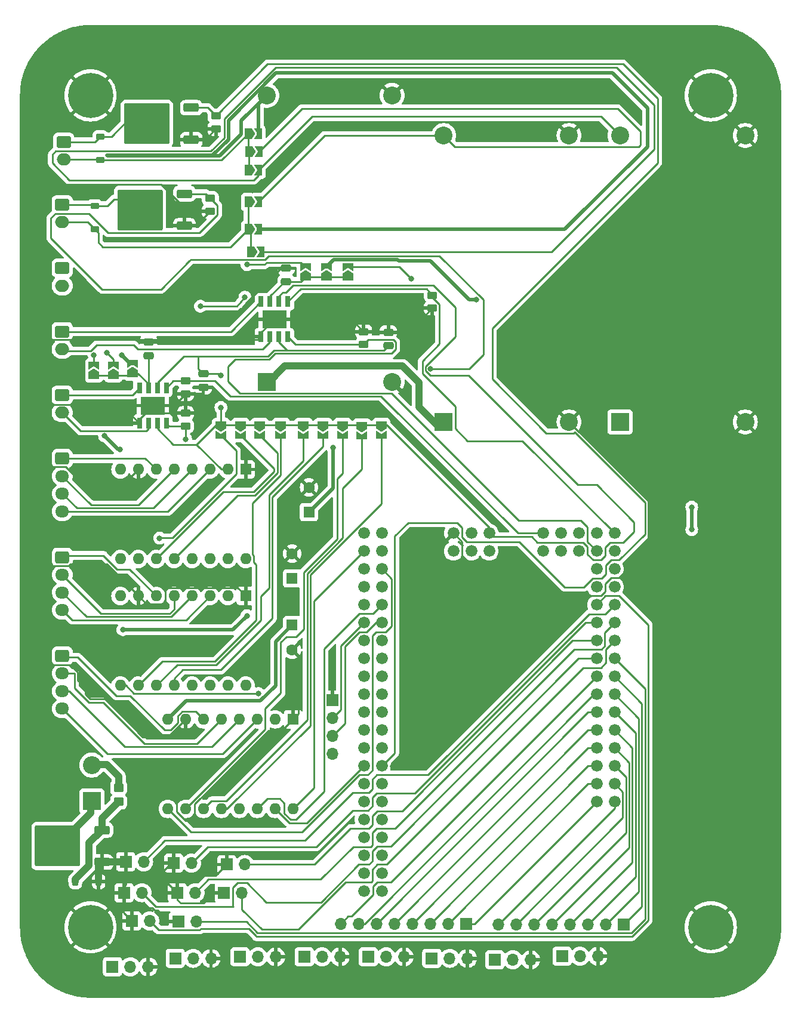
<source format=gbr>
%TF.GenerationSoftware,KiCad,Pcbnew,7.0.2*%
%TF.CreationDate,2024-02-29T19:16:00+01:00*%
%TF.ProjectId,carte actionneur,63617274-6520-4616-9374-696f6e6e6575,rev?*%
%TF.SameCoordinates,Original*%
%TF.FileFunction,Copper,L2,Bot*%
%TF.FilePolarity,Positive*%
%FSLAX46Y46*%
G04 Gerber Fmt 4.6, Leading zero omitted, Abs format (unit mm)*
G04 Created by KiCad (PCBNEW 7.0.2) date 2024-02-29 19:16:00*
%MOMM*%
%LPD*%
G01*
G04 APERTURE LIST*
G04 Aperture macros list*
%AMRoundRect*
0 Rectangle with rounded corners*
0 $1 Rounding radius*
0 $2 $3 $4 $5 $6 $7 $8 $9 X,Y pos of 4 corners*
0 Add a 4 corners polygon primitive as box body*
4,1,4,$2,$3,$4,$5,$6,$7,$8,$9,$2,$3,0*
0 Add four circle primitives for the rounded corners*
1,1,$1+$1,$2,$3*
1,1,$1+$1,$4,$5*
1,1,$1+$1,$6,$7*
1,1,$1+$1,$8,$9*
0 Add four rect primitives between the rounded corners*
20,1,$1+$1,$2,$3,$4,$5,0*
20,1,$1+$1,$4,$5,$6,$7,0*
20,1,$1+$1,$6,$7,$8,$9,0*
20,1,$1+$1,$8,$9,$2,$3,0*%
%AMFreePoly0*
4,1,6,1.000000,0.000000,0.500000,-0.750000,-0.500000,-0.750000,-0.500000,0.750000,0.500000,0.750000,1.000000,0.000000,1.000000,0.000000,$1*%
%AMFreePoly1*
4,1,6,0.500000,-0.750000,-0.650000,-0.750000,-0.150000,0.000000,-0.650000,0.750000,0.500000,0.750000,0.500000,-0.750000,0.500000,-0.750000,$1*%
G04 Aperture macros list end*
%TA.AperFunction,ComponentPad*%
%ADD10C,2.550000*%
%TD*%
%TA.AperFunction,ComponentPad*%
%ADD11R,2.550000X2.550000*%
%TD*%
%TA.AperFunction,ComponentPad*%
%ADD12R,1.700000X1.700000*%
%TD*%
%TA.AperFunction,ComponentPad*%
%ADD13O,1.700000X1.700000*%
%TD*%
%TA.AperFunction,ComponentPad*%
%ADD14RoundRect,0.250000X-0.750000X0.600000X-0.750000X-0.600000X0.750000X-0.600000X0.750000X0.600000X0*%
%TD*%
%TA.AperFunction,ComponentPad*%
%ADD15O,2.000000X1.700000*%
%TD*%
%TA.AperFunction,ComponentPad*%
%ADD16C,0.800000*%
%TD*%
%TA.AperFunction,ComponentPad*%
%ADD17C,6.400000*%
%TD*%
%TA.AperFunction,ComponentPad*%
%ADD18C,1.600000*%
%TD*%
%TA.AperFunction,ComponentPad*%
%ADD19R,1.600000X1.600000*%
%TD*%
%TA.AperFunction,ComponentPad*%
%ADD20RoundRect,0.250000X-0.725000X0.600000X-0.725000X-0.600000X0.725000X-0.600000X0.725000X0.600000X0*%
%TD*%
%TA.AperFunction,ComponentPad*%
%ADD21O,1.950000X1.700000*%
%TD*%
%TA.AperFunction,ComponentPad*%
%ADD22O,1.600000X1.600000*%
%TD*%
%TA.AperFunction,ComponentPad*%
%ADD23C,2.540000*%
%TD*%
%TA.AperFunction,ComponentPad*%
%ADD24R,2.540000X2.540000*%
%TD*%
%TA.AperFunction,SMDPad,CuDef*%
%ADD25RoundRect,0.225000X0.375000X-0.225000X0.375000X0.225000X-0.375000X0.225000X-0.375000X-0.225000X0*%
%TD*%
%TA.AperFunction,SMDPad,CuDef*%
%ADD26R,0.802000X1.505000*%
%TD*%
%TA.AperFunction,SMDPad,CuDef*%
%ADD27R,3.502000X2.613000*%
%TD*%
%TA.AperFunction,SMDPad,CuDef*%
%ADD28RoundRect,0.250000X-0.475000X0.250000X-0.475000X-0.250000X0.475000X-0.250000X0.475000X0.250000X0*%
%TD*%
%TA.AperFunction,SMDPad,CuDef*%
%ADD29RoundRect,0.250000X0.475000X-0.250000X0.475000X0.250000X-0.475000X0.250000X-0.475000X-0.250000X0*%
%TD*%
%TA.AperFunction,SMDPad,CuDef*%
%ADD30FreePoly0,90.000000*%
%TD*%
%TA.AperFunction,SMDPad,CuDef*%
%ADD31FreePoly1,90.000000*%
%TD*%
%TA.AperFunction,SMDPad,CuDef*%
%ADD32RoundRect,0.250000X0.850000X0.350000X-0.850000X0.350000X-0.850000X-0.350000X0.850000X-0.350000X0*%
%TD*%
%TA.AperFunction,SMDPad,CuDef*%
%ADD33RoundRect,0.250000X1.275000X1.125000X-1.275000X1.125000X-1.275000X-1.125000X1.275000X-1.125000X0*%
%TD*%
%TA.AperFunction,SMDPad,CuDef*%
%ADD34RoundRect,0.249997X2.950003X2.650003X-2.950003X2.650003X-2.950003X-2.650003X2.950003X-2.650003X0*%
%TD*%
%TA.AperFunction,SMDPad,CuDef*%
%ADD35FreePoly0,270.000000*%
%TD*%
%TA.AperFunction,SMDPad,CuDef*%
%ADD36FreePoly1,270.000000*%
%TD*%
%TA.AperFunction,SMDPad,CuDef*%
%ADD37RoundRect,0.250000X-0.450000X0.350000X-0.450000X-0.350000X0.450000X-0.350000X0.450000X0.350000X0*%
%TD*%
%TA.AperFunction,SMDPad,CuDef*%
%ADD38RoundRect,0.250000X0.450000X-0.262500X0.450000X0.262500X-0.450000X0.262500X-0.450000X-0.262500X0*%
%TD*%
%TA.AperFunction,SMDPad,CuDef*%
%ADD39FreePoly0,0.000000*%
%TD*%
%TA.AperFunction,SMDPad,CuDef*%
%ADD40FreePoly1,0.000000*%
%TD*%
%TA.AperFunction,SMDPad,CuDef*%
%ADD41RoundRect,0.250000X-0.450000X0.262500X-0.450000X-0.262500X0.450000X-0.262500X0.450000X0.262500X0*%
%TD*%
%TA.AperFunction,SMDPad,CuDef*%
%ADD42RoundRect,0.225000X-0.225000X-0.375000X0.225000X-0.375000X0.225000X0.375000X-0.225000X0.375000X0*%
%TD*%
%TA.AperFunction,ComponentPad*%
%ADD43C,1.676400*%
%TD*%
%TA.AperFunction,ViaPad*%
%ADD44C,0.800000*%
%TD*%
%TA.AperFunction,Conductor*%
%ADD45C,0.250000*%
%TD*%
%TA.AperFunction,Conductor*%
%ADD46C,0.500000*%
%TD*%
%TA.AperFunction,Conductor*%
%ADD47C,1.000000*%
%TD*%
G04 APERTURE END LIST*
D10*
%TO.P,J2,2,Pin_2*%
%TO.N,+24V*%
X111200000Y-144000000D03*
D11*
%TO.P,J2,1,Pin_1*%
%TO.N,Net-(J2-Pin_1)*%
X111200000Y-149080000D03*
%TD*%
D12*
%TO.P,J12,1,Pin_1*%
%TO.N,GND*%
X115759810Y-162100000D03*
D13*
%TO.P,J12,2,Pin_2*%
%TO.N,Capt2*%
X118299810Y-162100000D03*
%TD*%
D14*
%TO.P,J24,1,Pin_1*%
%TO.N,Net-(D5-A)*%
X107000000Y-73500000D03*
D15*
%TO.P,J24,2,Pin_2*%
%TO.N,Net-(D5-K)*%
X107000000Y-76000000D03*
%TD*%
D12*
%TO.P,J18,1,Pin_1*%
%TO.N,GND*%
X122799810Y-157900000D03*
D13*
%TO.P,J18,2,Pin_2*%
%TO.N,Capt6*%
X125339810Y-157900000D03*
%TD*%
D16*
%TO.P,H4,1,1*%
%TO.N,GND*%
X196600000Y-167000000D03*
X197302944Y-165302944D03*
X197302944Y-168697056D03*
X199000000Y-164600000D03*
D17*
X199000000Y-167000000D03*
D16*
X199000000Y-169400000D03*
X200697056Y-165302944D03*
X200697056Y-168697056D03*
X201400000Y-167000000D03*
%TD*%
D12*
%TO.P,J13,1,Pin_1*%
%TO.N,GND*%
X129959810Y-162100000D03*
D13*
%TO.P,J13,2,Pin_2*%
%TO.N,Capt3*%
X132499810Y-162100000D03*
%TD*%
D18*
%TO.P,C8,2*%
%TO.N,GND*%
X139600000Y-127647349D03*
D19*
%TO.P,C8,1*%
%TO.N,12V Mot*%
X139600000Y-124147349D03*
%TD*%
%TO.P,C9,1*%
%TO.N,12V Mot*%
X139600000Y-117500000D03*
D18*
%TO.P,C9,2*%
%TO.N,GND*%
X139600000Y-114000000D03*
%TD*%
D12*
%TO.P,J10,1,Pin_1*%
%TO.N,Servo3*%
X141320000Y-171200000D03*
D13*
%TO.P,J10,2,Pin_2*%
%TO.N,5VServo*%
X143860000Y-171200000D03*
%TO.P,J10,3,Pin_3*%
%TO.N,GND*%
X146400000Y-171200000D03*
%TD*%
D16*
%TO.P,H1,1,1*%
%TO.N,GND*%
X113400000Y-49000000D03*
X112697056Y-50697056D03*
X112697056Y-47302944D03*
X111000000Y-51400000D03*
D17*
X111000000Y-49000000D03*
D16*
X111000000Y-46600000D03*
X109302944Y-50697056D03*
X109302944Y-47302944D03*
X108600000Y-49000000D03*
%TD*%
D20*
%TO.P,J19,1,Pin_1*%
%TO.N,Net-(A1-2B)*%
X107000000Y-114500000D03*
D21*
%TO.P,J19,2,Pin_2*%
%TO.N,Net-(A1-2A)*%
X107000000Y-117000000D03*
%TO.P,J19,3,Pin_3*%
%TO.N,Net-(A1-1A)*%
X107000000Y-119500000D03*
%TO.P,J19,4,Pin_4*%
%TO.N,Net-(A1-1B)*%
X107000000Y-122000000D03*
%TD*%
D14*
%TO.P,J23,1,Pin_1*%
%TO.N,Net-(D4-A)*%
X107000000Y-64500000D03*
D15*
%TO.P,J23,2,Pin_2*%
%TO.N,Net-(D4-K)*%
X107000000Y-67000000D03*
%TD*%
D19*
%TO.P,A3,1,GND*%
%TO.N,GND*%
X139740000Y-137500000D03*
D22*
%TO.P,A3,2,VDD*%
%TO.N,+5V*%
X137200000Y-137500000D03*
%TO.P,A3,3,1B*%
%TO.N,Net-(A3-1B)*%
X134660000Y-137500000D03*
%TO.P,A3,4,1A*%
%TO.N,Net-(A3-1A)*%
X132120000Y-137500000D03*
%TO.P,A3,5,2A*%
%TO.N,Net-(A3-2A)*%
X129580000Y-137500000D03*
%TO.P,A3,6,2B*%
%TO.N,Net-(A3-2B)*%
X127040000Y-137500000D03*
%TO.P,A3,7,GND*%
%TO.N,GND*%
X124500000Y-137500000D03*
%TO.P,A3,8,VMOT*%
%TO.N,12V Mot*%
X121960000Y-137500000D03*
%TO.P,A3,9,~{ENABLE}*%
%TO.N,Enable2*%
X121960000Y-150200000D03*
%TO.P,A3,10,MS1*%
%TO.N,Net-(A3-MS1)*%
X124500000Y-150200000D03*
%TO.P,A3,11,MS2*%
%TO.N,Net-(A3-MS2)*%
X127040000Y-150200000D03*
%TO.P,A3,12,MS3*%
%TO.N,Net-(A3-MS3)*%
X129580000Y-150200000D03*
%TO.P,A3,13,~{RESET}*%
%TO.N,Reset*%
X132120000Y-150200000D03*
%TO.P,A3,14,~{SLEEP}*%
%TO.N,Sleep*%
X134660000Y-150200000D03*
%TO.P,A3,15,STEP*%
%TO.N,STEP3*%
X137200000Y-150200000D03*
%TO.P,A3,16,DIR*%
%TO.N,DIR3*%
X139740000Y-150200000D03*
%TD*%
D23*
%TO.P,U4,4,Vout*%
%TO.N,VmotDC*%
X186110000Y-54680000D03*
%TO.P,U4,3,GND*%
%TO.N,GND*%
X203890000Y-54680000D03*
%TO.P,U4,2,GND*%
X203890000Y-95320000D03*
D24*
%TO.P,U4,1,Vin*%
%TO.N,+24V*%
X186110000Y-95320000D03*
%TD*%
D19*
%TO.P,A2,1,GND*%
%TO.N,GND*%
X133030000Y-102050000D03*
D22*
%TO.P,A2,2,VDD*%
%TO.N,+5V*%
X130490000Y-102050000D03*
%TO.P,A2,3,1B*%
%TO.N,Net-(A2-1B)*%
X127950000Y-102050000D03*
%TO.P,A2,4,1A*%
%TO.N,Net-(A2-1A)*%
X125410000Y-102050000D03*
%TO.P,A2,5,2A*%
%TO.N,Net-(A2-2A)*%
X122870000Y-102050000D03*
%TO.P,A2,6,2B*%
%TO.N,Net-(A2-2B)*%
X120330000Y-102050000D03*
%TO.P,A2,7,GND*%
%TO.N,GND*%
X117790000Y-102050000D03*
%TO.P,A2,8,VMOT*%
%TO.N,12V Mot*%
X115250000Y-102050000D03*
%TO.P,A2,9,~{ENABLE}*%
%TO.N,Enable1*%
X115250000Y-114750000D03*
%TO.P,A2,10,MS1*%
%TO.N,Net-(A2-MS1)*%
X117790000Y-114750000D03*
%TO.P,A2,11,MS2*%
%TO.N,Net-(A2-MS2)*%
X120330000Y-114750000D03*
%TO.P,A2,12,MS3*%
%TO.N,Net-(A2-MS3)*%
X122870000Y-114750000D03*
%TO.P,A2,13,~{RESET}*%
%TO.N,Reset*%
X125410000Y-114750000D03*
%TO.P,A2,14,~{SLEEP}*%
%TO.N,Sleep*%
X127950000Y-114750000D03*
%TO.P,A2,15,STEP*%
%TO.N,STEP2*%
X130490000Y-114750000D03*
%TO.P,A2,16,DIR*%
%TO.N,DIR2*%
X133030000Y-114750000D03*
%TD*%
D12*
%TO.P,J25,1,Pin_1*%
%TO.N,Servo5*%
X159420000Y-171400000D03*
D13*
%TO.P,J25,2,Pin_2*%
%TO.N,5VServo*%
X161960000Y-171400000D03*
%TO.P,J25,3,Pin_3*%
%TO.N,GND*%
X164500000Y-171400000D03*
%TD*%
D24*
%TO.P,U2,1,Vin*%
%TO.N,+24V*%
X161110000Y-95320000D03*
D23*
%TO.P,U2,2,GND*%
%TO.N,GND*%
X178890000Y-95320000D03*
%TO.P,U2,3,GND*%
X178890000Y-54680000D03*
%TO.P,U2,4,Vout*%
%TO.N,5V Servo*%
X161110000Y-54680000D03*
%TD*%
D14*
%TO.P,J11,1,Pin_1*%
%TO.N,Net-(J11-Pin_1)*%
X107000000Y-91500000D03*
D15*
%TO.P,J11,2,Pin_2*%
%TO.N,Net-(J11-Pin_2)*%
X107000000Y-94000000D03*
%TD*%
D20*
%TO.P,J17,1,Pin_1*%
%TO.N,Net-(A2-2B)*%
X107000000Y-100500000D03*
D21*
%TO.P,J17,2,Pin_2*%
%TO.N,Net-(A2-2A)*%
X107000000Y-103000000D03*
%TO.P,J17,3,Pin_3*%
%TO.N,Net-(A2-1A)*%
X107000000Y-105500000D03*
%TO.P,J17,4,Pin_4*%
%TO.N,Net-(A2-1B)*%
X107000000Y-108000000D03*
%TD*%
D12*
%TO.P,J9,1,Pin_1*%
%TO.N,Servo8*%
X168375000Y-171600000D03*
D13*
%TO.P,J9,2,Pin_2*%
%TO.N,5VServo*%
X170915000Y-171600000D03*
%TO.P,J9,3,Pin_3*%
%TO.N,GND*%
X173455000Y-171600000D03*
%TD*%
D12*
%TO.P,J20,1,Pin_1*%
%TO.N,GND*%
X115999810Y-157700000D03*
D13*
%TO.P,J20,2,Pin_2*%
%TO.N,Capt7*%
X118539810Y-157700000D03*
%TD*%
D19*
%TO.P,C7,1*%
%TO.N,12V Mot*%
X142000000Y-108100000D03*
D18*
%TO.P,C7,2*%
%TO.N,GND*%
X142000000Y-104600000D03*
%TD*%
D12*
%TO.P,J26,1,Pin_1*%
%TO.N,Servo6*%
X150420000Y-171200000D03*
D13*
%TO.P,J26,2,Pin_2*%
%TO.N,5VServo*%
X152960000Y-171200000D03*
%TO.P,J26,3,Pin_3*%
%TO.N,GND*%
X155500000Y-171200000D03*
%TD*%
%TO.P,J6,8,Pin_8*%
%TO.N,Net-(J6-Pin_8)*%
X146520000Y-166500000D03*
%TO.P,J6,7,Pin_7*%
%TO.N,Net-(J6-Pin_7)*%
X149060000Y-166500000D03*
%TO.P,J6,6,Pin_6*%
%TO.N,Net-(J6-Pin_6)*%
X151600000Y-166500000D03*
%TO.P,J6,5,Pin_5*%
%TO.N,Net-(J6-Pin_5)*%
X154140000Y-166500000D03*
%TO.P,J6,4,Pin_4*%
%TO.N,Net-(J6-Pin_4)*%
X156680000Y-166500000D03*
%TO.P,J6,3,Pin_3*%
%TO.N,Net-(J6-Pin_3)*%
X159220000Y-166500000D03*
%TO.P,J6,2,Pin_2*%
%TO.N,Net-(J6-Pin_2)*%
X161760000Y-166500000D03*
D12*
%TO.P,J6,1,Pin_1*%
%TO.N,Net-(J6-Pin_1)*%
X164300000Y-166500000D03*
%TD*%
%TO.P,J5,1,Pin_1*%
%TO.N,GND*%
X145300000Y-134800000D03*
D13*
%TO.P,J5,2,Pin_2*%
%TO.N,SWCLK*%
X145300000Y-137340000D03*
%TO.P,J5,3,Pin_3*%
%TO.N,SWDIO*%
X145300000Y-139880000D03*
%TO.P,J5,4,Pin_4*%
%TO.N,Net-(J5-Pin_4)*%
X145300000Y-142420000D03*
%TD*%
%TO.P,J8,3,Pin_3*%
%TO.N,GND*%
X119200000Y-172600000D03*
%TO.P,J8,2,Pin_2*%
%TO.N,5VServo*%
X116660000Y-172600000D03*
D12*
%TO.P,J8,1,Pin_1*%
%TO.N,Servo2*%
X114120000Y-172600000D03*
%TD*%
D19*
%TO.P,A1,1,GND*%
%TO.N,GND*%
X133030000Y-120000000D03*
D22*
%TO.P,A1,2,VDD*%
%TO.N,+5V*%
X130490000Y-120000000D03*
%TO.P,A1,3,1B*%
%TO.N,Net-(A1-1B)*%
X127950000Y-120000000D03*
%TO.P,A1,4,1A*%
%TO.N,Net-(A1-1A)*%
X125410000Y-120000000D03*
%TO.P,A1,5,2A*%
%TO.N,Net-(A1-2A)*%
X122870000Y-120000000D03*
%TO.P,A1,6,2B*%
%TO.N,Net-(A1-2B)*%
X120330000Y-120000000D03*
%TO.P,A1,7,GND*%
%TO.N,GND*%
X117790000Y-120000000D03*
%TO.P,A1,8,VMOT*%
%TO.N,12V Mot*%
X115250000Y-120000000D03*
%TO.P,A1,9,~{ENABLE}*%
%TO.N,Enable3*%
X115250000Y-132700000D03*
%TO.P,A1,10,MS1*%
%TO.N,Net-(A1-MS1)*%
X117790000Y-132700000D03*
%TO.P,A1,11,MS2*%
%TO.N,Net-(A1-MS2)*%
X120330000Y-132700000D03*
%TO.P,A1,12,MS3*%
%TO.N,Net-(A1-MS3)*%
X122870000Y-132700000D03*
%TO.P,A1,13,~{RESET}*%
%TO.N,Reset*%
X125410000Y-132700000D03*
%TO.P,A1,14,~{SLEEP}*%
%TO.N,Sleep*%
X127950000Y-132700000D03*
%TO.P,A1,15,STEP*%
%TO.N,STEP1*%
X130490000Y-132700000D03*
%TO.P,A1,16,DIR*%
%TO.N,DIR1*%
X133030000Y-132700000D03*
%TD*%
D13*
%TO.P,J7,3,Pin_3*%
%TO.N,GND*%
X128100000Y-171400000D03*
%TO.P,J7,2,Pin_2*%
%TO.N,5VServo*%
X125560000Y-171400000D03*
D12*
%TO.P,J7,1,Pin_1*%
%TO.N,Servo1*%
X123020000Y-171400000D03*
%TD*%
D13*
%TO.P,J21,8,Pin_8*%
%TO.N,Net-(J21-Pin_8)*%
X168860000Y-166600000D03*
%TO.P,J21,7,Pin_7*%
%TO.N,Net-(J21-Pin_7)*%
X171400000Y-166600000D03*
%TO.P,J21,6,Pin_6*%
%TO.N,Net-(J21-Pin_6)*%
X173940000Y-166600000D03*
%TO.P,J21,5,Pin_5*%
%TO.N,Net-(J21-Pin_5)*%
X176480000Y-166600000D03*
%TO.P,J21,4,Pin_4*%
%TO.N,Net-(J21-Pin_4)*%
X179020000Y-166600000D03*
%TO.P,J21,3,Pin_3*%
%TO.N,Net-(J21-Pin_3)*%
X181560000Y-166600000D03*
%TO.P,J21,2,Pin_2*%
%TO.N,Net-(J21-Pin_2)*%
X184100000Y-166600000D03*
D12*
%TO.P,J21,1,Pin_1*%
%TO.N,Net-(J21-Pin_1)*%
X186640000Y-166600000D03*
%TD*%
%TO.P,J14,1,Pin_1*%
%TO.N,GND*%
X130339810Y-158100000D03*
D13*
%TO.P,J14,2,Pin_2*%
%TO.N,Capt4*%
X132879810Y-158100000D03*
%TD*%
D14*
%TO.P,J22,1,Pin_1*%
%TO.N,Net-(D3-A)*%
X107200000Y-55600000D03*
D15*
%TO.P,J22,2,Pin_2*%
%TO.N,Net-(D3-K)*%
X107200000Y-58100000D03*
%TD*%
D16*
%TO.P,H3,1,1*%
%TO.N,GND*%
X108600000Y-167000000D03*
X109302944Y-165302944D03*
X109302944Y-168697056D03*
X111000000Y-164600000D03*
D17*
X111000000Y-167000000D03*
D16*
X111000000Y-169400000D03*
X112697056Y-165302944D03*
X112697056Y-168697056D03*
X113400000Y-167000000D03*
%TD*%
D14*
%TO.P,J15,1,Pin_1*%
%TO.N,Net-(J15-Pin_1)*%
X107000000Y-82500000D03*
D15*
%TO.P,J15,2,Pin_2*%
%TO.N,Net-(J15-Pin_2)*%
X107000000Y-85000000D03*
%TD*%
D12*
%TO.P,J27,1,Pin_1*%
%TO.N,Servo7*%
X177900000Y-171100000D03*
D13*
%TO.P,J27,2,Pin_2*%
%TO.N,5VServo*%
X180440000Y-171100000D03*
%TO.P,J27,3,Pin_3*%
%TO.N,GND*%
X182980000Y-171100000D03*
%TD*%
D12*
%TO.P,J16,1,Pin_1*%
%TO.N,GND*%
X123299810Y-162100000D03*
D13*
%TO.P,J16,2,Pin_2*%
%TO.N,Capt5*%
X125839810Y-162100000D03*
%TD*%
D12*
%TO.P,J28,1,Pin_1*%
%TO.N,GND*%
X116860000Y-166100000D03*
D13*
%TO.P,J28,2,Pin_2*%
%TO.N,Capt8*%
X119400000Y-166100000D03*
%TD*%
D20*
%TO.P,J3,1,Pin_1*%
%TO.N,Net-(A3-2B)*%
X107000000Y-128500000D03*
D21*
%TO.P,J3,2,Pin_2*%
%TO.N,Net-(A3-2A)*%
X107000000Y-131000000D03*
%TO.P,J3,3,Pin_3*%
%TO.N,Net-(A3-1A)*%
X107000000Y-133500000D03*
%TO.P,J3,4,Pin_4*%
%TO.N,Net-(A3-1B)*%
X107000000Y-136000000D03*
%TD*%
D12*
%TO.P,J4,1,Pin_1*%
%TO.N,GND*%
X123460000Y-166200000D03*
D13*
%TO.P,J4,2,Pin_2*%
%TO.N,Capt1*%
X126000000Y-166200000D03*
%TD*%
D12*
%TO.P,J1,1,Pin_1*%
%TO.N,Servo4*%
X132220000Y-171200000D03*
D13*
%TO.P,J1,2,Pin_2*%
%TO.N,5VServo*%
X134760000Y-171200000D03*
%TO.P,J1,3,Pin_3*%
%TO.N,GND*%
X137300000Y-171200000D03*
%TD*%
D16*
%TO.P,H2,1,1*%
%TO.N,GND*%
X196600000Y-49000000D03*
X197302944Y-47302944D03*
X197302944Y-50697056D03*
X199000000Y-46600000D03*
D17*
X199000000Y-49000000D03*
D16*
X199000000Y-51400000D03*
X200697056Y-47302944D03*
X200697056Y-50697056D03*
X201400000Y-49000000D03*
%TD*%
D24*
%TO.P,U5,1,Vin*%
%TO.N,+24V*%
X136000000Y-89640000D03*
D23*
%TO.P,U5,2,GND*%
%TO.N,GND*%
X153780000Y-89640000D03*
%TO.P,U5,3,GND*%
X153780000Y-49000000D03*
%TO.P,U5,4,Vout*%
%TO.N,12V Mot*%
X136000000Y-49000000D03*
%TD*%
D25*
%TO.P,D4,1,K*%
%TO.N,Net-(D4-K)*%
X111600000Y-67950000D03*
%TO.P,D4,2,A*%
%TO.N,Net-(D4-A)*%
X111600000Y-64650000D03*
%TD*%
D26*
%TO.P,U7,1,OUT1*%
%TO.N,Net-(J15-Pin_1)*%
X135190000Y-78250000D03*
%TO.P,U7,2,VM*%
%TO.N,Net-(JP22-A)*%
X136460000Y-78250000D03*
%TO.P,U7,3,VDD*%
%TO.N,+5V*%
X137730000Y-78250000D03*
%TO.P,U7,4,FWD*%
%TO.N,FWD1*%
X139000000Y-78250000D03*
%TO.P,U7,5,REV*%
%TO.N,REV1*%
X139000000Y-83245000D03*
%TO.P,U7,6,VREF*%
%TO.N,+5V*%
X137730000Y-83245000D03*
%TO.P,U7,7,OUT2*%
%TO.N,Net-(J15-Pin_2)*%
X136460000Y-83245000D03*
%TO.P,U7,8,GND*%
%TO.N,GND*%
X135190000Y-83245000D03*
D27*
%TO.P,U7,9,GND*%
X137095000Y-80747500D03*
%TD*%
D28*
%TO.P,C3,1*%
%TO.N,+5V*%
X127000000Y-88500000D03*
%TO.P,C3,2*%
%TO.N,GND*%
X127000000Y-90400000D03*
%TD*%
D29*
%TO.P,C5,1*%
%TO.N,+5V*%
X153250000Y-84500000D03*
%TO.P,C5,2*%
%TO.N,GND*%
X153250000Y-82600000D03*
%TD*%
D30*
%TO.P,JP24,1,A*%
%TO.N,Net-(JP22-A)*%
X144500000Y-74750000D03*
D31*
%TO.P,JP24,2,B*%
%TO.N,12V Mot*%
X144500000Y-73300000D03*
%TD*%
D30*
%TO.P,JP22,1,A*%
%TO.N,Net-(JP22-A)*%
X141500000Y-74750000D03*
D31*
%TO.P,JP22,2,B*%
%TO.N,VmotDC*%
X141500000Y-73300000D03*
%TD*%
D32*
%TO.P,Q3,1,G*%
%TO.N,ctrlActionneur2*%
X124325000Y-62945000D03*
D33*
%TO.P,Q3,2,D*%
%TO.N,Net-(D4-A)*%
X119700000Y-66750000D03*
X119700000Y-63700000D03*
D34*
X118025000Y-65225000D03*
D33*
X116350000Y-66750000D03*
X116350000Y-63700000D03*
D32*
%TO.P,Q3,3,S*%
%TO.N,GND*%
X124325000Y-67505000D03*
%TD*%
D35*
%TO.P,JP6,1,A*%
%TO.N,+5V*%
X152250000Y-95750000D03*
D36*
%TO.P,JP6,2,B*%
%TO.N,Net-(A3-MS3)*%
X152250000Y-97200000D03*
%TD*%
D29*
%TO.P,C6,1*%
%TO.N,Net-(JP22-A)*%
X138750000Y-75400000D03*
%TO.P,C6,2*%
%TO.N,GND*%
X138750000Y-73500000D03*
%TD*%
D37*
%TO.P,R1,1*%
%TO.N,+24V*%
X115000000Y-147200000D03*
%TO.P,R1,2*%
%TO.N,Net-(D1-K)*%
X115000000Y-149200000D03*
%TD*%
D29*
%TO.P,C4,1*%
%TO.N,Net-(JP19-A)*%
X119250000Y-85900000D03*
%TO.P,C4,2*%
%TO.N,GND*%
X119250000Y-84000000D03*
%TD*%
D38*
%TO.P,R5,1*%
%TO.N,REV2*%
X124500000Y-95912500D03*
%TO.P,R5,2*%
%TO.N,GND*%
X124500000Y-94087500D03*
%TD*%
D39*
%TO.P,JP15,1,A*%
%TO.N,Net-(D4-K)*%
X133350000Y-68000000D03*
D40*
%TO.P,JP15,2,B*%
%TO.N,12V Mot*%
X134800000Y-68000000D03*
%TD*%
D41*
%TO.P,R6,1*%
%TO.N,FWD1*%
X159500000Y-77337500D03*
%TO.P,R6,2*%
%TO.N,GND*%
X159500000Y-79162500D03*
%TD*%
D39*
%TO.P,JP13,1,A*%
%TO.N,Net-(D4-K)*%
X133700000Y-71200000D03*
D40*
%TO.P,JP13,2,B*%
%TO.N,VmotDC*%
X135150000Y-71200000D03*
%TD*%
D30*
%TO.P,JP23,1,A*%
%TO.N,Net-(JP22-A)*%
X147500000Y-74725000D03*
D31*
%TO.P,JP23,2,B*%
%TO.N,5V Servo*%
X147500000Y-73275000D03*
%TD*%
D39*
%TO.P,JP14,1,A*%
%TO.N,Net-(D4-K)*%
X133350000Y-64100000D03*
D40*
%TO.P,JP14,2,B*%
%TO.N,5V Servo*%
X134800000Y-64100000D03*
%TD*%
D42*
%TO.P,D1,1,K*%
%TO.N,Net-(D1-K)*%
X108850000Y-160500000D03*
%TO.P,D1,2,A*%
%TO.N,GND*%
X112150000Y-160500000D03*
%TD*%
D30*
%TO.P,JP19,1,A*%
%TO.N,Net-(JP19-A)*%
X114250000Y-88700000D03*
D31*
%TO.P,JP19,2,B*%
%TO.N,VmotDC*%
X114250000Y-87250000D03*
%TD*%
D32*
%TO.P,Q1,3,S*%
%TO.N,GND*%
X112625000Y-157755000D03*
D33*
%TO.P,Q1,2,D*%
%TO.N,Net-(J2-Pin_1)*%
X104650000Y-153950000D03*
X104650000Y-157000000D03*
D34*
X106325000Y-155475000D03*
D33*
X108000000Y-153950000D03*
X108000000Y-157000000D03*
D32*
%TO.P,Q1,1,G*%
%TO.N,Net-(D1-K)*%
X112625000Y-153195000D03*
%TD*%
D41*
%TO.P,R10,1*%
%TO.N,ctrlActionneur2*%
X128000000Y-63587500D03*
%TO.P,R10,2*%
%TO.N,GND*%
X128000000Y-65412500D03*
%TD*%
D32*
%TO.P,Q2,1,G*%
%TO.N,ctrlActionneur1*%
X125300000Y-50740000D03*
D33*
%TO.P,Q2,2,D*%
%TO.N,Net-(D3-A)*%
X120675000Y-54545000D03*
X120675000Y-51495000D03*
D34*
X119000000Y-53020000D03*
D33*
X117325000Y-54545000D03*
X117325000Y-51495000D03*
D32*
%TO.P,Q2,3,S*%
%TO.N,GND*%
X125300000Y-55300000D03*
%TD*%
D41*
%TO.P,R9,1*%
%TO.N,ctrlActionneur1*%
X128800000Y-51887500D03*
%TO.P,R9,2*%
%TO.N,GND*%
X128800000Y-53712500D03*
%TD*%
D35*
%TO.P,JP4,1,A*%
%TO.N,+5V*%
X146750000Y-95750000D03*
D36*
%TO.P,JP4,2,B*%
%TO.N,Net-(A3-MS1)*%
X146750000Y-97200000D03*
%TD*%
D25*
%TO.P,D3,1,K*%
%TO.N,Net-(D3-K)*%
X112400000Y-58150000D03*
%TO.P,D3,2,A*%
%TO.N,Net-(D3-A)*%
X112400000Y-54850000D03*
%TD*%
D35*
%TO.P,JP3,1,A*%
%TO.N,+5V*%
X135000000Y-95750000D03*
D36*
%TO.P,JP3,2,B*%
%TO.N,Net-(A2-MS3)*%
X135000000Y-97200000D03*
%TD*%
D26*
%TO.P,U3,1,OUT1*%
%TO.N,Net-(J11-Pin_1)*%
X117940000Y-90500000D03*
%TO.P,U3,2,VM*%
%TO.N,Net-(JP19-A)*%
X119210000Y-90500000D03*
%TO.P,U3,3,VDD*%
%TO.N,+5V*%
X120480000Y-90500000D03*
%TO.P,U3,4,FWD*%
%TO.N,FWD2*%
X121750000Y-90500000D03*
%TO.P,U3,5,REV*%
%TO.N,REV2*%
X121750000Y-95495000D03*
%TO.P,U3,6,VREF*%
%TO.N,+5V*%
X120480000Y-95495000D03*
%TO.P,U3,7,OUT2*%
%TO.N,Net-(J11-Pin_2)*%
X119210000Y-95495000D03*
%TO.P,U3,8,GND*%
%TO.N,GND*%
X117940000Y-95495000D03*
D27*
%TO.P,U3,9,GND*%
X119845000Y-92997500D03*
%TD*%
D38*
%TO.P,R7,1*%
%TO.N,REV1*%
X149750000Y-84325000D03*
%TO.P,R7,2*%
%TO.N,GND*%
X149750000Y-82500000D03*
%TD*%
D43*
%TO.P,U1,3V3_1,3V3*%
%TO.N,+3.3V*%
X149780000Y-154280000D03*
%TO.P,U1,3V3_2,3V3*%
X152320000Y-154280000D03*
%TO.P,U1,5V_1,5V*%
%TO.N,+5V*%
X149780000Y-156820000D03*
%TO.P,U1,5V_2,5V*%
X152320000Y-156820000D03*
%TO.P,U1,5V_3,5V*%
X167560000Y-111100000D03*
%TO.P,U1,A0,A0*%
%TO.N,Net-(J21-Pin_8)*%
X185340000Y-149200000D03*
%TO.P,U1,A1,A1*%
%TO.N,Net-(J6-Pin_1)*%
X182800000Y-149200000D03*
%TO.P,U1,A2,A2*%
%TO.N,Net-(J21-Pin_7)*%
X185340000Y-146660000D03*
%TO.P,U1,A3,A3*%
%TO.N,Net-(J6-Pin_2)*%
X182800000Y-146660000D03*
%TO.P,U1,A4,A4*%
%TO.N,Net-(J21-Pin_6)*%
X185340000Y-144120000D03*
%TO.P,U1,A5,A5*%
%TO.N,Net-(J6-Pin_3)*%
X182800000Y-144120000D03*
%TO.P,U1,A6,A6*%
%TO.N,Net-(J21-Pin_5)*%
X185340000Y-141580000D03*
%TO.P,U1,A7,A7*%
%TO.N,Net-(J6-Pin_4)*%
X182800000Y-141580000D03*
%TO.P,U1,A8,A8*%
%TO.N,Net-(J21-Pin_4)*%
X185340000Y-139040000D03*
%TO.P,U1,A9,A9*%
%TO.N,Net-(J6-Pin_5)*%
X182800000Y-139040000D03*
%TO.P,U1,A10,A10*%
%TO.N,Net-(J21-Pin_3)*%
X185340000Y-136500000D03*
%TO.P,U1,A11,A11*%
%TO.N,Net-(J6-Pin_6)*%
X182800000Y-136500000D03*
%TO.P,U1,A12,A12*%
%TO.N,Net-(J21-Pin_2)*%
X185340000Y-133960000D03*
%TO.P,U1,A13,A13*%
%TO.N,Net-(J6-Pin_7)*%
X182800000Y-133960000D03*
%TO.P,U1,A14,A14*%
%TO.N,Net-(J21-Pin_1)*%
X185340000Y-131420000D03*
%TO.P,U1,A15,A15*%
%TO.N,Net-(J6-Pin_8)*%
X182800000Y-131420000D03*
%TO.P,U1,AREF,AREF*%
%TO.N,unconnected-(U1-PadAREF)*%
X152320000Y-151740000D03*
%TO.P,U1,D2,D2*%
%TO.N,STEP2*%
X152320000Y-146660000D03*
%TO.P,U1,D3,D3*%
%TO.N,STEP1*%
X149780000Y-146660000D03*
%TO.P,U1,D4,D4*%
%TO.N,ctrlActionneur1*%
X152320000Y-144120000D03*
%TO.P,U1,D5,D5*%
%TO.N,STEP3*%
X149780000Y-144120000D03*
%TO.P,U1,D6,D6*%
%TO.N,Servo2*%
X152320000Y-141580000D03*
%TO.P,U1,D7,D7*%
%TO.N,Servo1*%
X149780000Y-141580000D03*
%TO.P,U1,D8,D8*%
%TO.N,Servo4*%
X152320000Y-139040000D03*
%TO.P,U1,D9,D9*%
%TO.N,Servo3*%
X149780000Y-139040000D03*
%TO.P,U1,D10,D10*%
%TO.N,Servo6*%
X152320000Y-136500000D03*
%TO.P,U1,D11,D11*%
%TO.N,Servo5*%
X149780000Y-136500000D03*
%TO.P,U1,D12,D12*%
%TO.N,Servo8*%
X152320000Y-133960000D03*
%TO.P,U1,D13,D13*%
%TO.N,Servo7*%
X149780000Y-133960000D03*
%TO.P,U1,D14,D14*%
%TO.N,unconnected-(U1-PadD14)*%
X152320000Y-131420000D03*
%TO.P,U1,D15,D15*%
%TO.N,unconnected-(U1-PadD15)*%
X149780000Y-131420000D03*
%TO.P,U1,D16,D16*%
%TO.N,unconnected-(U1-PadD16)*%
X152320000Y-128880000D03*
%TO.P,U1,D17,D17*%
%TO.N,unconnected-(U1-PadD17)*%
X149780000Y-128880000D03*
%TO.P,U1,D18,D18*%
%TO.N,unconnected-(U1-PadD18)*%
X152320000Y-126340000D03*
%TO.P,U1,D19,D19*%
%TO.N,unconnected-(U1-PadD19)*%
X149780000Y-126340000D03*
%TO.P,U1,D20,D20*%
%TO.N,SWDIO*%
X152320000Y-123800000D03*
%TO.P,U1,D21,D21*%
%TO.N,SWCLK*%
X149780000Y-123800000D03*
%TO.P,U1,D22,D22*%
%TO.N,Sleep*%
X152320000Y-121260000D03*
%TO.P,U1,D23,D23*%
%TO.N,Reset*%
X149780000Y-121260000D03*
%TO.P,U1,D24,D24*%
%TO.N,Enable3*%
X152320000Y-118720000D03*
%TO.P,U1,D25,D25*%
%TO.N,DIR1*%
X149780000Y-118720000D03*
%TO.P,U1,D26,D26*%
%TO.N,Enable2*%
X152320000Y-116180000D03*
%TO.P,U1,D27,D27*%
%TO.N,DIR2*%
X149780000Y-116180000D03*
%TO.P,U1,D28,D28*%
%TO.N,Enable1*%
X152320000Y-113640000D03*
%TO.P,U1,D29,D29*%
%TO.N,DIR3*%
X149780000Y-113640000D03*
%TO.P,U1,D30,D30*%
%TO.N,unconnected-(U1-PadD30)*%
X152320000Y-111100000D03*
%TO.P,U1,D31,D31*%
%TO.N,unconnected-(U1-PadD31)*%
X149780000Y-111100000D03*
%TO.P,U1,D32,D32*%
%TO.N,Capt1*%
X185340000Y-128880000D03*
%TO.P,U1,D33,D33*%
%TO.N,Capt2*%
X182800000Y-128880000D03*
%TO.P,U1,D34,D34*%
%TO.N,Capt3*%
X185340000Y-126340000D03*
%TO.P,U1,D35,D35*%
%TO.N,Capt4*%
X182800000Y-126340000D03*
%TO.P,U1,D36,D36*%
%TO.N,Capt5*%
X185340000Y-123800000D03*
%TO.P,U1,D37,D37*%
%TO.N,Capt6*%
X182800000Y-123800000D03*
%TO.P,U1,D38,D38*%
%TO.N,Capt7*%
X185340000Y-121260000D03*
%TO.P,U1,D39,D39*%
%TO.N,Capt8*%
X182800000Y-121260000D03*
%TO.P,U1,D40,D40*%
%TO.N,unconnected-(U1-PadD40)*%
X185340000Y-118720000D03*
%TO.P,U1,D41,D41*%
%TO.N,unconnected-(U1-PadD41)*%
X182800000Y-118720000D03*
%TO.P,U1,D42,D42*%
%TO.N,ctrlActionneur2*%
X185340000Y-116180000D03*
%TO.P,U1,D43,D43*%
%TO.N,ctrlActionneur3*%
X182800000Y-116180000D03*
%TO.P,U1,D44,D44*%
%TO.N,REV2*%
X185340000Y-113640000D03*
%TO.P,U1,D45,D45*%
%TO.N,REV1*%
X182800000Y-113640000D03*
%TO.P,U1,D46,D46*%
%TO.N,FWD1*%
X185340000Y-111100000D03*
%TO.P,U1,D47,D47*%
%TO.N,unconnected-(U1-PadD47)*%
X182800000Y-111100000D03*
%TO.P,U1,D48,D48*%
%TO.N,unconnected-(U1-PadD48)*%
X180260000Y-111100000D03*
%TO.P,U1,D49,D49*%
%TO.N,unconnected-(U1-PadD49)*%
X180260000Y-113640000D03*
%TO.P,U1,D50,D50*%
%TO.N,unconnected-(U1-PadD50)*%
X177720000Y-111100000D03*
%TO.P,U1,D51,D51*%
%TO.N,unconnected-(U1-PadD51)*%
X177720000Y-113640000D03*
%TO.P,U1,D52,D52*%
%TO.N,FWD2*%
X175180000Y-111100000D03*
%TO.P,U1,D53,D53*%
%TO.N,unconnected-(U1-PadD53)*%
X175180000Y-113640000D03*
%TO.P,U1,GND_1,GND*%
%TO.N,GND*%
X149780000Y-159360000D03*
%TO.P,U1,GND_2,GND*%
X152320000Y-159360000D03*
%TO.P,U1,GND_3,GND*%
X162480000Y-111100000D03*
%TO.P,U1,MISO,MISO*%
%TO.N,unconnected-(U1-PadMISO)*%
X167560000Y-113640000D03*
%TO.P,U1,MOSI,MOSI*%
%TO.N,unconnected-(U1-PadMOSI)*%
X165020000Y-111100000D03*
%TO.P,U1,RESET,RESET*%
%TO.N,unconnected-(U1-PadRESET)*%
X162480000Y-113640000D03*
%TO.P,U1,RST,RST*%
%TO.N,Net-(J5-Pin_4)*%
X149780000Y-151740000D03*
%TO.P,U1,RX,RX*%
%TO.N,unconnected-(U1-PadRX)*%
X152320000Y-149200000D03*
%TO.P,U1,SCK,SCK*%
%TO.N,unconnected-(U1-PadSCK)*%
X165020000Y-113640000D03*
%TO.P,U1,TX,TX*%
%TO.N,unconnected-(U1-PadTX)*%
X149780000Y-149200000D03*
%TO.P,U1,VIN_1,VIN*%
%TO.N,12V Mot*%
X149780000Y-161900000D03*
%TO.P,U1,VIN_2,VIN*%
X152320000Y-161900000D03*
%TD*%
D35*
%TO.P,JP1,1,A*%
%TO.N,+5V*%
X132250000Y-95750000D03*
D36*
%TO.P,JP1,2,B*%
%TO.N,Net-(A2-MS2)*%
X132250000Y-97200000D03*
%TD*%
D41*
%TO.P,R4,1*%
%TO.N,FWD2*%
X124500000Y-89500000D03*
%TO.P,R4,2*%
%TO.N,GND*%
X124500000Y-91325000D03*
%TD*%
D39*
%TO.P,JP16,1,A*%
%TO.N,Net-(D3-K)*%
X133375000Y-59600000D03*
D40*
%TO.P,JP16,2,B*%
%TO.N,VmotDC*%
X134825000Y-59600000D03*
%TD*%
D35*
%TO.P,JP8,1,A*%
%TO.N,+5V*%
X141200000Y-95750000D03*
D36*
%TO.P,JP8,2,B*%
%TO.N,Net-(A1-MS2)*%
X141200000Y-97200000D03*
%TD*%
D35*
%TO.P,JP9,1,A*%
%TO.N,+5V*%
X144000000Y-95750000D03*
D36*
%TO.P,JP9,2,B*%
%TO.N,Net-(A1-MS3)*%
X144000000Y-97200000D03*
%TD*%
D35*
%TO.P,JP5,1,A*%
%TO.N,+5V*%
X149500000Y-95800000D03*
D36*
%TO.P,JP5,2,B*%
%TO.N,Net-(A3-MS2)*%
X149500000Y-97250000D03*
%TD*%
D35*
%TO.P,JP2,1,A*%
%TO.N,+5V*%
X129500000Y-95750000D03*
D36*
%TO.P,JP2,2,B*%
%TO.N,Net-(A2-MS1)*%
X129500000Y-97200000D03*
%TD*%
%TO.P,JP7,2,B*%
%TO.N,Net-(A1-MS1)*%
X138000000Y-97200000D03*
D35*
%TO.P,JP7,1,A*%
%TO.N,+5V*%
X138000000Y-95750000D03*
%TD*%
D39*
%TO.P,JP17,1,A*%
%TO.N,Net-(D3-K)*%
X133450000Y-57000000D03*
D40*
%TO.P,JP17,2,B*%
%TO.N,5V Servo*%
X134900000Y-57000000D03*
%TD*%
D30*
%TO.P,JP20,1,A*%
%TO.N,Net-(JP19-A)*%
X111500000Y-88725000D03*
D31*
%TO.P,JP20,2,B*%
%TO.N,5V Servo*%
X111500000Y-87275000D03*
%TD*%
D30*
%TO.P,JP21,1,A*%
%TO.N,Net-(JP19-A)*%
X117000000Y-88475000D03*
D31*
%TO.P,JP21,2,B*%
%TO.N,12V Mot*%
X117000000Y-87025000D03*
%TD*%
D39*
%TO.P,JP18,1,A*%
%TO.N,Net-(D3-K)*%
X133350000Y-54400000D03*
D40*
%TO.P,JP18,2,B*%
%TO.N,12V Mot*%
X134800000Y-54400000D03*
%TD*%
D44*
%TO.N,GND*%
X133100000Y-143200000D03*
X153900000Y-144200000D03*
%TO.N,12V Mot*%
X196300000Y-110600000D03*
X196300000Y-107400000D03*
X115600000Y-124800000D03*
X133200000Y-122800000D03*
X145400000Y-99000000D03*
X115200000Y-99200000D03*
X113000000Y-97297000D03*
X115400000Y-85800000D03*
X165750000Y-78000000D03*
%TO.N,Enable3*%
X134800000Y-133825000D03*
%TO.N,Net-(A2-MS1)*%
X120800000Y-111800000D03*
%TO.N,+5V*%
X129500000Y-88750000D03*
X129500000Y-93250000D03*
%TO.N,REV2*%
X124500000Y-97750000D03*
%TO.N,VmotDC*%
X133200000Y-73000000D03*
X113300000Y-85500000D03*
%TO.N,5V Servo*%
X132900000Y-77600000D03*
X156500000Y-75000000D03*
X111500000Y-85800000D03*
X126600000Y-78900000D03*
%TO.N,ctrlActionneur2*%
X159250000Y-87750000D03*
%TD*%
D45*
%TO.N,GND*%
X140500000Y-128547349D02*
X140500000Y-136740000D01*
X140500000Y-136740000D02*
X139740000Y-137500000D01*
X139600000Y-127647349D02*
X140500000Y-128547349D01*
D46*
%TO.N,12V Mot*%
X159200000Y-72450000D02*
X164750000Y-78000000D01*
X154700000Y-72450000D02*
X159200000Y-72450000D01*
X154575000Y-72325000D02*
X154700000Y-72450000D01*
X145475000Y-72325000D02*
X154575000Y-72325000D01*
X164750000Y-78000000D02*
X165750000Y-78000000D01*
X144500000Y-73300000D02*
X145475000Y-72325000D01*
X132400000Y-52600000D02*
X136000000Y-49000000D01*
X132400000Y-54536828D02*
X132400000Y-52600000D01*
X129361828Y-57575000D02*
X132400000Y-54536828D01*
X113379594Y-57575000D02*
X129361828Y-57575000D01*
X113304594Y-57500000D02*
X113379594Y-57575000D01*
X128313172Y-57500000D02*
X113304594Y-57500000D01*
X130575000Y-55238172D02*
X128313172Y-57500000D01*
X137313172Y-45800000D02*
X130575000Y-52538172D01*
X130575000Y-52538172D02*
X130575000Y-55238172D01*
X185000000Y-45800000D02*
X137313172Y-45800000D01*
X178300000Y-68000000D02*
X190000000Y-56300000D01*
X190000000Y-56300000D02*
X190000000Y-50800000D01*
X190000000Y-50800000D02*
X185000000Y-45800000D01*
X134800000Y-68000000D02*
X178300000Y-68000000D01*
X135100000Y-134900000D02*
X137275000Y-132725000D01*
X124560000Y-134900000D02*
X135100000Y-134900000D01*
X137275000Y-126472349D02*
X139600000Y-124147349D01*
X121960000Y-137500000D02*
X124560000Y-134900000D01*
X137275000Y-132725000D02*
X137275000Y-126472349D01*
D45*
%TO.N,Net-(A3-MS1)*%
X135785000Y-138915000D02*
X124500000Y-150200000D01*
X135785000Y-135990305D02*
X135785000Y-138915000D01*
X138000000Y-133775305D02*
X135785000Y-135990305D01*
X138000000Y-126600000D02*
X138000000Y-133775305D01*
X138800000Y-125800000D02*
X138000000Y-126600000D01*
X141300000Y-124697349D02*
X140197349Y-125800000D01*
X141300000Y-116627208D02*
X141300000Y-124697349D01*
X146000000Y-103363878D02*
X146000000Y-111927208D01*
X146750000Y-102613878D02*
X146000000Y-103363878D01*
X140197349Y-125800000D02*
X138800000Y-125800000D01*
X146750000Y-97200000D02*
X146750000Y-102613878D01*
X146000000Y-111927208D02*
X141300000Y-116627208D01*
%TO.N,Capt8*%
X120675000Y-167375000D02*
X119400000Y-166100000D01*
X126486701Y-167375000D02*
X120675000Y-167375000D01*
X126661701Y-167200000D02*
X126486701Y-167375000D01*
X133488604Y-167200000D02*
X126661701Y-167200000D01*
X190103200Y-166033196D02*
X187818198Y-168318198D01*
X186000000Y-120000000D02*
X190103200Y-124103200D01*
X190103200Y-124103200D02*
X190103200Y-166033196D01*
X184060000Y-120000000D02*
X186000000Y-120000000D01*
X134518198Y-168318198D02*
X134518198Y-168229594D01*
X182800000Y-121260000D02*
X184060000Y-120000000D01*
X187818198Y-168318198D02*
X134518198Y-168318198D01*
X134518198Y-168229594D02*
X133488604Y-167200000D01*
%TO.N,GND*%
X127000000Y-91100000D02*
X127000000Y-90400000D01*
X126800000Y-91300000D02*
X127000000Y-91100000D01*
X124500000Y-91325000D02*
X124525000Y-91300000D01*
X124525000Y-91300000D02*
X126800000Y-91300000D01*
X118915000Y-121125000D02*
X117790000Y-120000000D01*
X121375000Y-121125000D02*
X118915000Y-121125000D01*
X121600000Y-120900000D02*
X121375000Y-121125000D01*
X121600000Y-119100000D02*
X121600000Y-120900000D01*
X121825000Y-118875000D02*
X121600000Y-119100000D01*
X133030000Y-120000000D02*
X131905000Y-118875000D01*
X131905000Y-118875000D02*
X121825000Y-118875000D01*
X125800000Y-149536396D02*
X132118198Y-143218198D01*
X124485000Y-151900000D02*
X125100000Y-151900000D01*
X125800000Y-151200000D02*
X125800000Y-149536396D01*
X125100000Y-151900000D02*
X125800000Y-151200000D01*
X123200000Y-150615000D02*
X124485000Y-151900000D01*
X123200000Y-149000000D02*
X123200000Y-150615000D01*
X122950000Y-148750000D02*
X123200000Y-149000000D01*
X118680000Y-148750000D02*
X122950000Y-148750000D01*
X115999810Y-151430190D02*
X118680000Y-148750000D01*
X115999810Y-157700000D02*
X115999810Y-151430190D01*
X132136396Y-143200000D02*
X132118198Y-143218198D01*
X132118198Y-143218198D02*
X136235000Y-139101396D01*
X133100000Y-143200000D02*
X132136396Y-143200000D01*
X128500000Y-162100000D02*
X129959810Y-162100000D01*
X127000000Y-163600000D02*
X128500000Y-162100000D01*
X123800000Y-163600000D02*
X127000000Y-163600000D01*
X123299810Y-162100000D02*
X123299810Y-163099810D01*
X123299810Y-163099810D02*
X123800000Y-163600000D01*
X117940000Y-95495000D02*
X115270000Y-92825000D01*
X138750000Y-73500000D02*
X138025000Y-73500000D01*
X102700000Y-101500000D02*
X102700000Y-92750000D01*
X113290000Y-115500000D02*
X108138174Y-115500000D01*
X133000000Y-79250000D02*
X132275000Y-79250000D01*
X115760000Y-104080000D02*
X109866261Y-104080000D01*
X121016826Y-61650000D02*
X102750000Y-61650000D01*
X102750000Y-61650000D02*
X102700000Y-61700000D01*
X131625000Y-79900000D02*
X103350000Y-79900000D01*
X117790000Y-120000000D02*
X113290000Y-115500000D01*
X102775000Y-92825000D02*
X102700000Y-92750000D01*
X115270000Y-92825000D02*
X102775000Y-92825000D01*
X124325000Y-67505000D02*
X124325000Y-64958174D01*
X107461261Y-101675000D02*
X102875000Y-101675000D01*
X102700000Y-92750000D02*
X102700000Y-83500000D01*
X102875000Y-101675000D02*
X102700000Y-101500000D01*
X133000000Y-78525000D02*
X133000000Y-79250000D01*
X109866261Y-104080000D02*
X107461261Y-101675000D01*
X102949654Y-115749654D02*
X102700000Y-115500000D01*
X134760000Y-83675000D02*
X102875000Y-83675000D01*
X102875000Y-83675000D02*
X102700000Y-83500000D01*
X132275000Y-79250000D02*
X131625000Y-79900000D01*
X108138174Y-115500000D02*
X107888520Y-115749654D01*
X135190000Y-83245000D02*
X134760000Y-83675000D01*
X102700000Y-79250000D02*
X102700000Y-61700000D01*
X102700000Y-129750000D02*
X102700000Y-115500000D01*
X102700000Y-83500000D02*
X102700000Y-79250000D01*
X107888520Y-115749654D02*
X102949654Y-115749654D01*
X138025000Y-73500000D02*
X133000000Y-78525000D01*
X124325000Y-64958174D02*
X121016826Y-61650000D01*
X117790000Y-102050000D02*
X115760000Y-104080000D01*
X102700000Y-115500000D02*
X102700000Y-101500000D01*
X103350000Y-79900000D02*
X102700000Y-79250000D01*
X122000000Y-140000000D02*
X118386396Y-140000000D01*
X124500000Y-137500000D02*
X122000000Y-140000000D01*
X118386396Y-140000000D02*
X113031396Y-134645000D01*
X110250000Y-133000000D02*
X109200000Y-131950000D01*
X109200000Y-131950000D02*
X109200000Y-130813604D01*
X113031396Y-134645000D02*
X110951776Y-134645000D01*
X110951776Y-134645000D02*
X110250000Y-133943224D01*
X110250000Y-133943224D02*
X110250000Y-133000000D01*
X109200000Y-130813604D02*
X108136396Y-129750000D01*
X108136396Y-129750000D02*
X102700000Y-129750000D01*
D46*
%TO.N,12V Mot*%
X196300000Y-107400000D02*
X196300000Y-110600000D01*
D45*
%TO.N,Enable3*%
X116050000Y-132700000D02*
X115250000Y-132700000D01*
X117175000Y-133825000D02*
X116050000Y-132700000D01*
X134800000Y-133825000D02*
X117175000Y-133825000D01*
%TO.N,Net-(A3-2B)*%
X109200000Y-128700000D02*
X107200000Y-128700000D01*
X114665000Y-134165000D02*
X109200000Y-128700000D01*
X116665000Y-134165000D02*
X114665000Y-134165000D01*
X122363604Y-139000000D02*
X121500000Y-139000000D01*
X107200000Y-128700000D02*
X107000000Y-128500000D01*
X123375000Y-137965991D02*
X123386306Y-137977298D01*
X121500000Y-139000000D02*
X116665000Y-134165000D01*
X123375000Y-137034009D02*
X123375000Y-137965991D01*
X123386306Y-137977298D02*
X122363604Y-139000000D01*
X124034009Y-136375000D02*
X123375000Y-137034009D01*
X125915000Y-136375000D02*
X124034009Y-136375000D01*
X127040000Y-137500000D02*
X125915000Y-136375000D01*
%TO.N,Net-(A3-2A)*%
X112845000Y-135095000D02*
X118700000Y-140950000D01*
X110765380Y-135095000D02*
X112845000Y-135095000D01*
X108750000Y-133079620D02*
X110765380Y-135095000D01*
X118700000Y-140950000D02*
X126130000Y-140950000D01*
X126130000Y-140950000D02*
X129580000Y-137500000D01*
X108750000Y-131000000D02*
X108750000Y-133079620D01*
X107000000Y-131000000D02*
X108750000Y-131000000D01*
%TO.N,Net-(A3-1A)*%
X128220000Y-141400000D02*
X132120000Y-137500000D01*
X108000000Y-133500000D02*
X115900000Y-141400000D01*
X115900000Y-141400000D02*
X128220000Y-141400000D01*
X107000000Y-133500000D02*
X108000000Y-133500000D01*
%TO.N,Net-(A3-1B)*%
X129760000Y-142400000D02*
X134660000Y-137500000D01*
X113400000Y-142400000D02*
X129760000Y-142400000D01*
X107000000Y-136000000D02*
X113400000Y-142400000D01*
D46*
%TO.N,12V Mot*%
X131200000Y-124800000D02*
X115600000Y-124800000D01*
X133200000Y-122800000D02*
X131200000Y-124800000D01*
D45*
%TO.N,Net-(A1-MS1)*%
X121190000Y-129300000D02*
X117790000Y-132700000D01*
X128663604Y-129300000D02*
X121190000Y-129300000D01*
X134155000Y-114291122D02*
X134155000Y-115208878D01*
X134000000Y-114136122D02*
X134155000Y-114291122D01*
X134155000Y-115208878D02*
X134500000Y-115553878D01*
X134000000Y-106826122D02*
X134000000Y-114136122D01*
X138000000Y-102826122D02*
X134000000Y-106826122D01*
X134500000Y-115553878D02*
X134500000Y-123463604D01*
X138000000Y-97200000D02*
X138000000Y-102826122D01*
X134500000Y-123463604D02*
X128663604Y-129300000D01*
%TO.N,Net-(A1-MS2)*%
X135169810Y-123430190D02*
X135169810Y-120080190D01*
X135169810Y-120080190D02*
X136350000Y-118900000D01*
X136350000Y-118900000D02*
X136350000Y-105650000D01*
X136350000Y-105650000D02*
X141200000Y-100800000D01*
X141200000Y-100800000D02*
X141200000Y-97200000D01*
X128850000Y-129750000D02*
X135169810Y-123430190D01*
X123280000Y-129750000D02*
X128850000Y-129750000D01*
X120330000Y-132700000D02*
X123280000Y-129750000D01*
%TO.N,Net-(A1-MS3)*%
X144000000Y-98800000D02*
X144000000Y-97200000D01*
X129500000Y-130500000D02*
X136800000Y-123200000D01*
X136800000Y-123200000D02*
X136800000Y-106000000D01*
X124100000Y-130500000D02*
X129500000Y-130500000D01*
X136800000Y-106000000D02*
X144000000Y-98800000D01*
X122870000Y-131730000D02*
X124100000Y-130500000D01*
X122870000Y-132700000D02*
X122870000Y-131730000D01*
D46*
%TO.N,12V Mot*%
X145400000Y-104700000D02*
X142000000Y-108100000D01*
X145400000Y-99000000D02*
X145400000Y-104700000D01*
D45*
%TO.N,Net-(A3-MS2)*%
X128165000Y-149075000D02*
X127040000Y-150200000D01*
X146800000Y-104700000D02*
X146800000Y-111763604D01*
X130224620Y-149075000D02*
X128165000Y-149075000D01*
X149500000Y-102000000D02*
X146800000Y-104700000D01*
X141750000Y-116813604D02*
X141750000Y-137549620D01*
X141750000Y-137549620D02*
X130224620Y-149075000D01*
X149500000Y-97250000D02*
X149500000Y-102000000D01*
X146800000Y-111763604D02*
X141750000Y-116813604D01*
%TO.N,Net-(A3-MS3)*%
X142200000Y-117000000D02*
X152250000Y-106950000D01*
X142200000Y-138380000D02*
X142200000Y-117000000D01*
X130380000Y-150200000D02*
X142200000Y-138380000D01*
X129580000Y-150200000D02*
X130380000Y-150200000D01*
X152250000Y-106950000D02*
X152250000Y-97200000D01*
%TO.N,GND*%
X115659810Y-164899810D02*
X116860000Y-166100000D01*
X115659810Y-164200000D02*
X115659810Y-164899810D01*
X120550000Y-164550000D02*
X120113414Y-164550000D01*
X120113414Y-164550000D02*
X119763414Y-164200000D01*
X122200000Y-166200000D02*
X120550000Y-164550000D01*
X123460000Y-166200000D02*
X122200000Y-166200000D01*
X119763414Y-164200000D02*
X115659810Y-164200000D01*
%TO.N,Capt1*%
X134700000Y-167775000D02*
X133125000Y-166200000D01*
X187725000Y-167775000D02*
X134700000Y-167775000D01*
X189653200Y-165846800D02*
X187725000Y-167775000D01*
X189653200Y-133193200D02*
X189653200Y-165846800D01*
X185340000Y-128880000D02*
X189653200Y-133193200D01*
X133125000Y-166200000D02*
X126000000Y-166200000D01*
D46*
%TO.N,12V Mot*%
X114903000Y-99200000D02*
X113000000Y-97297000D01*
X115200000Y-99200000D02*
X114903000Y-99200000D01*
D47*
%TO.N,GND*%
X115999810Y-157700000D02*
X112680000Y-157700000D01*
X112680000Y-157700000D02*
X112625000Y-157755000D01*
%TO.N,+24V*%
X113300000Y-143900000D02*
X115000000Y-145600000D01*
X115000000Y-145600000D02*
X115000000Y-147200000D01*
X111000000Y-143900000D02*
X113300000Y-143900000D01*
%TO.N,Net-(D1-K)*%
X112625000Y-153195000D02*
X112625000Y-151575000D01*
X112625000Y-151575000D02*
X115000000Y-149200000D01*
%TO.N,Net-(J2-Pin_1)*%
X111000000Y-150800000D02*
X106325000Y-155475000D01*
X111000000Y-148980000D02*
X111000000Y-150800000D01*
D45*
%TO.N,GND*%
X138138604Y-139101396D02*
X139740000Y-137500000D01*
X136235000Y-139101396D02*
X138138604Y-139101396D01*
%TO.N,+5V*%
X129140000Y-88500000D02*
X129540000Y-88900000D01*
X127000000Y-88500000D02*
X129140000Y-88500000D01*
%TO.N,Net-(A2-MS1)*%
X120840000Y-111760000D02*
X120800000Y-111800000D01*
X131700000Y-99400000D02*
X131700000Y-102700000D01*
X129500000Y-97200000D02*
X131700000Y-99400000D01*
X131700000Y-102700000D02*
X122640000Y-111760000D01*
X122640000Y-111760000D02*
X120840000Y-111760000D01*
D46*
%TO.N,12V Mot*%
X117000000Y-87025000D02*
X116625000Y-87025000D01*
X134800000Y-54400000D02*
X134800000Y-50200000D01*
X116625000Y-87025000D02*
X115400000Y-85800000D01*
X134800000Y-50200000D02*
X136000000Y-49000000D01*
D45*
%TO.N,GND*%
X143500000Y-80747500D02*
X137095000Y-80747500D01*
X128739810Y-159700000D02*
X121100000Y-159700000D01*
X122799810Y-157900000D02*
X122500000Y-157900000D01*
X117940000Y-94902500D02*
X119845000Y-92997500D01*
X121100000Y-159700000D02*
X120900000Y-159500000D01*
X135190000Y-83245000D02*
X135190000Y-82652500D01*
X186750000Y-116636172D02*
X185986172Y-117400000D01*
X189613828Y-116636172D02*
X186750000Y-116636172D01*
X116000000Y-160900000D02*
X115999810Y-160899810D01*
X130339810Y-158100000D02*
X128739810Y-159700000D01*
X147997500Y-80747500D02*
X143500000Y-80747500D01*
X125907500Y-67505000D02*
X128000000Y-65412500D01*
X124500000Y-91325000D02*
X122827500Y-92997500D01*
X149750000Y-82500000D02*
X156162500Y-82500000D01*
X184000000Y-119400000D02*
X183400000Y-120000000D01*
X120935000Y-94087500D02*
X119845000Y-92997500D01*
X127212500Y-55300000D02*
X128800000Y-53712500D01*
X169400000Y-120000000D02*
X163700000Y-114300000D01*
X117940000Y-95495000D02*
X117940000Y-94902500D01*
X115659810Y-163900000D02*
X115659810Y-161240190D01*
X156162500Y-82500000D02*
X159500000Y-79162500D01*
D47*
X112150000Y-158230000D02*
X112625000Y-157755000D01*
D45*
X122500000Y-157900000D02*
X120900000Y-159500000D01*
X120899810Y-159700000D02*
X120700000Y-159700000D01*
X185986172Y-117400000D02*
X184900000Y-117400000D01*
X122827500Y-92997500D02*
X119845000Y-92997500D01*
X135190000Y-82652500D02*
X137095000Y-80747500D01*
X163700000Y-112320000D02*
X162480000Y-111100000D01*
X123299810Y-162100000D02*
X120899810Y-159700000D01*
X149750000Y-82500000D02*
X147997500Y-80747500D01*
X115659810Y-161240190D02*
X116000000Y-160900000D01*
X184000000Y-118300000D02*
X184000000Y-119400000D01*
X178890000Y-95320000D02*
X190103200Y-106533200D01*
X124325000Y-67505000D02*
X125907500Y-67505000D01*
X125300000Y-55300000D02*
X127212500Y-55300000D01*
X124500000Y-94087500D02*
X120935000Y-94087500D01*
X115999810Y-160899810D02*
X115999810Y-159700000D01*
X115999810Y-159700000D02*
X115999810Y-157700000D01*
X120900000Y-159500000D02*
X120700000Y-159700000D01*
D47*
X112150000Y-160500000D02*
X112150000Y-158230000D01*
D45*
X183400000Y-120000000D02*
X169400000Y-120000000D01*
X115659810Y-164200000D02*
X115659810Y-163900000D01*
X184900000Y-117400000D02*
X184000000Y-118300000D01*
X163700000Y-114300000D02*
X163700000Y-112320000D01*
X120700000Y-159700000D02*
X115999810Y-159700000D01*
X190103200Y-116146800D02*
X189613828Y-116636172D01*
X190103200Y-106533200D02*
X190103200Y-116146800D01*
%TO.N,SWCLK*%
X145300000Y-137340000D02*
X146475000Y-136165000D01*
X146475000Y-127105000D02*
X149780000Y-123800000D01*
X146475000Y-136165000D02*
X146475000Y-127105000D01*
%TO.N,SWDIO*%
X149116396Y-125100000D02*
X150181800Y-125100000D01*
X147100000Y-138080000D02*
X147100000Y-127116396D01*
X151481800Y-123800000D02*
X152320000Y-123800000D01*
X145300000Y-139880000D02*
X147100000Y-138080000D01*
X150181800Y-125100000D02*
X151481800Y-123800000D01*
X147100000Y-127116396D02*
X149116396Y-125100000D01*
%TO.N,Net-(J6-Pin_3)*%
X159220000Y-166500000D02*
X181600000Y-144120000D01*
X181600000Y-144120000D02*
X182800000Y-144120000D01*
%TO.N,Net-(J11-Pin_1)*%
X116940000Y-91500000D02*
X107000000Y-91500000D01*
X117940000Y-90500000D02*
X116940000Y-91500000D01*
%TO.N,Sleep*%
X149100000Y-122500000D02*
X151080000Y-122500000D01*
X137850000Y-148750000D02*
X136110000Y-148750000D01*
X144125000Y-147750000D02*
X144125000Y-127475000D01*
X136110000Y-148750000D02*
X134660000Y-150200000D01*
X138500000Y-150863604D02*
X138500000Y-149400000D01*
X139386396Y-151750000D02*
X138500000Y-150863604D01*
X144125000Y-127475000D02*
X149100000Y-122500000D01*
X138500000Y-149400000D02*
X137850000Y-148750000D01*
X151080000Y-122500000D02*
X152320000Y-121260000D01*
X140125000Y-151750000D02*
X139386396Y-151750000D01*
X144125000Y-147750000D02*
X140125000Y-151750000D01*
%TO.N,Net-(A2-1B)*%
X122000000Y-108000000D02*
X127950000Y-102050000D01*
X107000000Y-108000000D02*
X122000000Y-108000000D01*
%TO.N,Net-(A2-1A)*%
X119910000Y-107550000D02*
X125410000Y-102050000D01*
X109050000Y-107550000D02*
X119910000Y-107550000D01*
X107000000Y-105500000D02*
X109050000Y-107550000D01*
%TO.N,Net-(A2-2A)*%
X111100000Y-107100000D02*
X117820000Y-107100000D01*
X117820000Y-107100000D02*
X122870000Y-102050000D01*
X107000000Y-103000000D02*
X111100000Y-107100000D01*
%TO.N,Net-(A2-2B)*%
X107000000Y-100500000D02*
X118780000Y-100500000D01*
X118780000Y-100500000D02*
X120330000Y-102050000D01*
%TO.N,Net-(A2-MS2)*%
X134113604Y-105250000D02*
X129830000Y-105250000D01*
X137000000Y-101950000D02*
X137000000Y-102363604D01*
X132250000Y-97200000D02*
X137000000Y-101950000D01*
X137000000Y-102363604D02*
X134113604Y-105250000D01*
X129830000Y-105250000D02*
X120330000Y-114750000D01*
%TO.N,Net-(A2-MS3)*%
X131905000Y-105715000D02*
X122870000Y-114750000D01*
X134285000Y-105715000D02*
X131905000Y-105715000D01*
X137500000Y-99700000D02*
X137500000Y-102500000D01*
X137500000Y-102500000D02*
X134285000Y-105715000D01*
X135000000Y-97200000D02*
X137500000Y-99700000D01*
%TO.N,Enable2*%
X149136396Y-145400000D02*
X150356988Y-145400000D01*
X141036396Y-153500000D02*
X149136396Y-145400000D01*
X121960000Y-150200000D02*
X125260000Y-153500000D01*
X153700000Y-124300000D02*
X153700000Y-117560000D01*
X150356988Y-145400000D02*
X151000000Y-144756988D01*
X153700000Y-117560000D02*
X152320000Y-116180000D01*
X151000000Y-125600000D02*
X151500000Y-125100000D01*
X151000000Y-144756988D02*
X151000000Y-125600000D01*
X151500000Y-125100000D02*
X152900000Y-125100000D01*
X125260000Y-153500000D02*
X141036396Y-153500000D01*
X152900000Y-125100000D02*
X153700000Y-124300000D01*
%TO.N,STEP3*%
X139250000Y-152250000D02*
X141650000Y-152250000D01*
X137200000Y-150200000D02*
X139250000Y-152250000D01*
X141650000Y-152250000D02*
X149780000Y-144120000D01*
%TO.N,DIR3*%
X142700000Y-147240000D02*
X142700000Y-120720000D01*
X142700000Y-120720000D02*
X149780000Y-113640000D01*
X139740000Y-150200000D02*
X142700000Y-147240000D01*
D47*
%TO.N,+24V*%
X157600000Y-93200000D02*
X157600000Y-89750000D01*
X157600000Y-89750000D02*
X155250000Y-87400000D01*
D45*
X161110000Y-95320000D02*
X160775000Y-95655000D01*
D47*
X155250000Y-87400000D02*
X138590000Y-87400000D01*
X138590000Y-87400000D02*
X136000000Y-89990000D01*
X160070000Y-95670000D02*
X157600000Y-93200000D01*
X161110000Y-95670000D02*
X160070000Y-95670000D01*
D45*
%TO.N,Net-(D3-K)*%
X129600000Y-58150000D02*
X112400000Y-58150000D01*
X133350000Y-54400000D02*
X129600000Y-58150000D01*
X112350000Y-58100000D02*
X112400000Y-58150000D01*
X133350000Y-54400000D02*
X133350000Y-56900000D01*
X133350000Y-56900000D02*
X133450000Y-57000000D01*
X133450000Y-57000000D02*
X133450000Y-59525000D01*
X107200000Y-58100000D02*
X112350000Y-58100000D01*
X133450000Y-59525000D02*
X133375000Y-59600000D01*
%TO.N,Capt2*%
X151000000Y-157600000D02*
X150500000Y-158100000D01*
X131200000Y-161400000D02*
X131200000Y-164040136D01*
X133200000Y-160700000D02*
X131900000Y-160700000D01*
X120299810Y-164100000D02*
X118299810Y-162100000D01*
X131900000Y-160700000D02*
X131200000Y-161400000D01*
X151700000Y-155500000D02*
X151000000Y-156200000D01*
X151000000Y-156200000D02*
X151000000Y-157600000D01*
X149063604Y-158100000D02*
X143698604Y-163465000D01*
X182800000Y-128880000D02*
X180280000Y-128880000D01*
X143698604Y-163465000D02*
X135965000Y-163465000D01*
X131259864Y-164100000D02*
X120299810Y-164100000D01*
X150500000Y-158100000D02*
X149063604Y-158100000D01*
X180280000Y-128880000D02*
X180250000Y-128850000D01*
X135965000Y-163465000D02*
X133200000Y-160700000D01*
X153600000Y-155500000D02*
X151700000Y-155500000D01*
X180250000Y-128850000D02*
X153600000Y-155500000D01*
%TO.N,Capt3*%
X183400000Y-130200000D02*
X184140000Y-129460000D01*
X150800000Y-160600000D02*
X151000000Y-160400000D01*
X140475000Y-167325000D02*
X147200000Y-160600000D01*
X180900000Y-130200000D02*
X183400000Y-130200000D01*
X132499810Y-164499810D02*
X135325000Y-167325000D01*
X135325000Y-167325000D02*
X140475000Y-167325000D01*
X147200000Y-160600000D02*
X150800000Y-160600000D01*
X151000000Y-158800000D02*
X151700000Y-158100000D01*
X151700000Y-158100000D02*
X153000000Y-158100000D01*
X184140000Y-129460000D02*
X184140000Y-127540000D01*
X153000000Y-158100000D02*
X180900000Y-130200000D01*
X132499810Y-162100000D02*
X132499810Y-164499810D01*
X151000000Y-160400000D02*
X151000000Y-158800000D01*
X184140000Y-127540000D02*
X185340000Y-126340000D01*
%TO.N,Capt4*%
X179360000Y-126340000D02*
X182800000Y-126340000D01*
X147880000Y-153000000D02*
X150500000Y-153000000D01*
X151000000Y-152500000D02*
X151000000Y-151193828D01*
X132879810Y-158100000D02*
X142780000Y-158100000D01*
X155200000Y-150500000D02*
X179360000Y-126340000D01*
X151000000Y-151193828D02*
X151693828Y-150500000D01*
X150500000Y-153000000D02*
X151000000Y-152500000D01*
X151693828Y-150500000D02*
X155200000Y-150500000D01*
X142780000Y-158100000D02*
X147880000Y-153000000D01*
%TO.N,Capt5*%
X148263604Y-155600000D02*
X150779784Y-155600000D01*
X151600000Y-153000000D02*
X154200000Y-153000000D01*
X127739810Y-160200000D02*
X125839810Y-162100000D01*
X150779784Y-155600000D02*
X151000000Y-155379784D01*
X183500000Y-127543604D02*
X183963200Y-127080404D01*
X143831802Y-160031802D02*
X148263604Y-155600000D01*
X143831802Y-160031802D02*
X143663604Y-160200000D01*
X154200000Y-153000000D02*
X179600000Y-127600000D01*
X183963200Y-125176800D02*
X185340000Y-123800000D01*
X183963200Y-127080404D02*
X183963200Y-125176800D01*
X151000000Y-153600000D02*
X151600000Y-153000000D01*
X179600000Y-127600000D02*
X183500000Y-127600000D01*
X151000000Y-155379784D02*
X151000000Y-153600000D01*
X143688604Y-160175000D02*
X143831802Y-160031802D01*
X143663604Y-160200000D02*
X127739810Y-160200000D01*
%TO.N,Capt6*%
X151600000Y-148000000D02*
X157000000Y-148000000D01*
X151000000Y-149800000D02*
X151000000Y-148600000D01*
X157000000Y-148000000D02*
X181200000Y-123800000D01*
X148200000Y-150400000D02*
X150400000Y-150400000D01*
X127639810Y-155600000D02*
X143000000Y-155600000D01*
X151000000Y-148600000D02*
X151600000Y-148000000D01*
X143000000Y-155600000D02*
X148200000Y-150400000D01*
X150400000Y-150400000D02*
X151000000Y-149800000D01*
X125339810Y-157900000D02*
X127639810Y-155600000D01*
X181200000Y-123800000D02*
X182800000Y-123800000D01*
%TO.N,Capt7*%
X181700000Y-122600000D02*
X184000000Y-122600000D01*
X151000000Y-147400000D02*
X151000000Y-146000000D01*
X148200000Y-147900000D02*
X150500000Y-147900000D01*
X151000000Y-146000000D02*
X151600000Y-145400000D01*
X184000000Y-122600000D02*
X185340000Y-121260000D01*
X141400000Y-154700000D02*
X121539810Y-154700000D01*
X141400000Y-154700000D02*
X148200000Y-147900000D01*
X158900000Y-145400000D02*
X181700000Y-122600000D01*
X151600000Y-145400000D02*
X158900000Y-145400000D01*
X121539810Y-154700000D02*
X118539810Y-157700000D01*
X150500000Y-147900000D02*
X151000000Y-147400000D01*
%TO.N,Net-(D3-A)*%
X107200000Y-55600000D02*
X111650000Y-55600000D01*
X111650000Y-55600000D02*
X112400000Y-54850000D01*
X120675000Y-54545000D02*
X117325000Y-54545000D01*
X120675000Y-51495000D02*
X120675000Y-54545000D01*
X112400000Y-54850000D02*
X113970000Y-54850000D01*
X117325000Y-51495000D02*
X120675000Y-51495000D01*
X113970000Y-54850000D02*
X117325000Y-51495000D01*
%TO.N,Net-(D4-K)*%
X111600000Y-67950000D02*
X112100000Y-68450000D01*
X110650000Y-67000000D02*
X111600000Y-67950000D01*
X112100000Y-69850000D02*
X112750000Y-70500000D01*
X133700000Y-71200000D02*
X133700000Y-68350000D01*
X112750000Y-70500000D02*
X130850000Y-70500000D01*
X133350000Y-64100000D02*
X133350000Y-68000000D01*
X112100000Y-68450000D02*
X112100000Y-69850000D01*
X130850000Y-70500000D02*
X133350000Y-68000000D01*
X107000000Y-67000000D02*
X110650000Y-67000000D01*
X133700000Y-68350000D02*
X133350000Y-68000000D01*
%TO.N,Net-(D4-A)*%
X119700000Y-66750000D02*
X116350000Y-66750000D01*
X114350000Y-63700000D02*
X116350000Y-63700000D01*
X111600000Y-64650000D02*
X113400000Y-64650000D01*
X107000000Y-64500000D02*
X111450000Y-64500000D01*
X119700000Y-63700000D02*
X119700000Y-66750000D01*
X113400000Y-64650000D02*
X114350000Y-63700000D01*
X116350000Y-63700000D02*
X119700000Y-63700000D01*
%TO.N,Net-(J11-Pin_2)*%
X118885000Y-96572500D02*
X119210000Y-96247500D01*
X119210000Y-96247500D02*
X119210000Y-95495000D01*
X109572500Y-96572500D02*
X118885000Y-96572500D01*
X107000000Y-94000000D02*
X109572500Y-96572500D01*
%TO.N,FWD1*%
X185340000Y-111100000D02*
X172265000Y-98025000D01*
X159500000Y-77636826D02*
X159500000Y-77337500D01*
X162750000Y-93100000D02*
X158075000Y-88425000D01*
X140825000Y-76425000D02*
X158675000Y-76425000D01*
X158075000Y-86675000D02*
X160525000Y-84225000D01*
X158675000Y-76425000D02*
X159250000Y-77000000D01*
X164499695Y-98025000D02*
X162750000Y-96275305D01*
X158075000Y-88425000D02*
X158075000Y-86675000D01*
X160525000Y-78661826D02*
X159500000Y-77636826D01*
X172265000Y-98025000D02*
X164499695Y-98025000D01*
X160525000Y-84225000D02*
X160525000Y-78661826D01*
X139000000Y-78250000D02*
X140825000Y-76425000D01*
X162750000Y-96275305D02*
X162750000Y-93100000D01*
%TO.N,REV1*%
X131550000Y-86450000D02*
X136386396Y-86450000D01*
X171750000Y-109250000D02*
X153735000Y-91235000D01*
X153963174Y-83675000D02*
X150400000Y-83675000D01*
X182800000Y-113640000D02*
X181500000Y-112340000D01*
X181500000Y-110200000D02*
X180550000Y-109250000D01*
X140080000Y-84325000D02*
X149750000Y-84325000D01*
X136386396Y-86450000D02*
X137223896Y-85612500D01*
X137223896Y-85612500D02*
X153675674Y-85612500D01*
X154300000Y-84988174D02*
X154300000Y-84011826D01*
X154300000Y-84011826D02*
X153963174Y-83675000D01*
X139000000Y-83245000D02*
X140080000Y-84325000D01*
X130525000Y-87475000D02*
X131550000Y-86450000D01*
X150400000Y-83675000D02*
X149750000Y-84325000D01*
X132235000Y-91235000D02*
X130525000Y-89525000D01*
X181500000Y-112340000D02*
X181500000Y-110200000D01*
X153675674Y-85612500D02*
X154300000Y-84988174D01*
X130525000Y-89525000D02*
X130525000Y-87475000D01*
X153735000Y-91235000D02*
X132235000Y-91235000D01*
X180550000Y-109250000D02*
X171750000Y-109250000D01*
%TO.N,+5V*%
X161974695Y-84000000D02*
X158525000Y-87449695D01*
X139713174Y-75975000D02*
X159663174Y-75975000D01*
X159663174Y-75975000D02*
X162750000Y-79061826D01*
X137730000Y-83997500D02*
X138895000Y-85162500D01*
X127000000Y-88500000D02*
X126250000Y-87750000D01*
X124227500Y-86000000D02*
X120480000Y-89747500D01*
X184000000Y-114300000D02*
X184000000Y-113123012D01*
X129600000Y-102050000D02*
X126050000Y-98500000D01*
X162000000Y-84000000D02*
X161974695Y-84000000D01*
X126250000Y-87750000D02*
X126250000Y-86000000D01*
X182800000Y-104250000D02*
X180133388Y-104250000D01*
X188100000Y-109550000D02*
X182800000Y-104250000D01*
X158525000Y-87449695D02*
X158525000Y-88050305D01*
X167560000Y-111100000D02*
X168040188Y-111580188D01*
X174400000Y-112400000D02*
X180900000Y-112400000D01*
X120480000Y-95495000D02*
X120480000Y-96247500D01*
X136200000Y-86000000D02*
X126250000Y-86000000D01*
X158525000Y-88050305D02*
X159224695Y-88750000D01*
X122732500Y-98500000D02*
X126050000Y-98500000D01*
X188100000Y-110900000D02*
X188100000Y-109550000D01*
X162750000Y-83250000D02*
X162000000Y-84000000D01*
X129500000Y-95750000D02*
X129500000Y-93250000D01*
X130490000Y-102050000D02*
X129600000Y-102050000D01*
X180900000Y-112400000D02*
X181500000Y-113000000D01*
X126250000Y-86000000D02*
X124250000Y-86000000D01*
X159224695Y-88750000D02*
X163500000Y-88750000D01*
X137037500Y-85162500D02*
X136200000Y-86000000D01*
X164633388Y-88750000D02*
X163500000Y-88750000D01*
X126050000Y-98500000D02*
X129000000Y-95550000D01*
X173580188Y-111580188D02*
X174400000Y-112400000D01*
X153000000Y-95750000D02*
X167560000Y-110310000D01*
X138756372Y-76931802D02*
X139713174Y-75975000D01*
X138895000Y-85162500D02*
X137037500Y-85162500D01*
X138295698Y-76931802D02*
X138756372Y-76931802D01*
X182323200Y-114900000D02*
X183400000Y-114900000D01*
X152587500Y-85162500D02*
X138895000Y-85162500D01*
X152250000Y-95750000D02*
X153000000Y-95750000D01*
X183400000Y-114900000D02*
X184000000Y-114300000D01*
X184000000Y-113123012D02*
X184723012Y-112400000D01*
X120480000Y-96247500D02*
X122732500Y-98500000D01*
X168040188Y-111580188D02*
X173580188Y-111580188D01*
X129500000Y-95750000D02*
X152250000Y-95750000D01*
X180133388Y-104250000D02*
X164633388Y-88750000D01*
X153250000Y-84500000D02*
X152587500Y-85162500D01*
X137730000Y-77497500D02*
X138295698Y-76931802D01*
X120480000Y-89747500D02*
X120480000Y-90500000D01*
X181500000Y-114076800D02*
X182323200Y-114900000D01*
X184723012Y-112400000D02*
X186600000Y-112400000D01*
X124250000Y-86000000D02*
X124227500Y-86000000D01*
X129000000Y-95550000D02*
X129750000Y-95550000D01*
X181500000Y-113000000D02*
X181500000Y-114076800D01*
X186600000Y-112400000D02*
X188100000Y-110900000D01*
X137730000Y-83245000D02*
X137730000Y-83997500D01*
X137730000Y-78250000D02*
X137730000Y-77497500D01*
X167560000Y-110310000D02*
X167560000Y-111100000D01*
X162750000Y-79061826D02*
X162750000Y-83250000D01*
%TO.N,REV2*%
X121750000Y-95495000D02*
X122167500Y-95912500D01*
X122167500Y-95912500D02*
X124500000Y-95912500D01*
X124500000Y-95912500D02*
X124500000Y-97750000D01*
%TO.N,Net-(J15-Pin_1)*%
X130940000Y-82500000D02*
X135190000Y-78250000D01*
X107000000Y-82500000D02*
X130940000Y-82500000D01*
%TO.N,Net-(J15-Pin_2)*%
X136460000Y-83997500D02*
X136460000Y-83245000D01*
X111024695Y-85250000D02*
X111874695Y-84400000D01*
X117700000Y-85000000D02*
X135457500Y-85000000D01*
X135457500Y-85000000D02*
X136460000Y-83997500D01*
X107000000Y-85000000D02*
X107250000Y-85250000D01*
X107250000Y-85250000D02*
X111024695Y-85250000D01*
X117100000Y-84400000D02*
X117700000Y-85000000D01*
X111874695Y-84400000D02*
X117100000Y-84400000D01*
%TO.N,FWD2*%
X175180000Y-111100000D02*
X171633008Y-111100000D01*
X128636396Y-89500000D02*
X124500000Y-89500000D01*
X152218008Y-91685000D02*
X130821396Y-91685000D01*
X122750000Y-89500000D02*
X124500000Y-89500000D01*
X171633008Y-111100000D02*
X152218008Y-91685000D01*
X121750000Y-90500000D02*
X122750000Y-89500000D01*
X130821396Y-91685000D02*
X128636396Y-89500000D01*
%TO.N,Net-(J6-Pin_1)*%
X164300000Y-166500000D02*
X165500000Y-166500000D01*
X165500000Y-166500000D02*
X182800000Y-149200000D01*
%TO.N,Net-(J6-Pin_2)*%
X181600000Y-146660000D02*
X182800000Y-146660000D01*
X161760000Y-166500000D02*
X181600000Y-146660000D01*
%TO.N,Net-(J6-Pin_4)*%
X181600000Y-141580000D02*
X182800000Y-141580000D01*
X156680000Y-166500000D02*
X181600000Y-141580000D01*
%TO.N,Net-(J6-Pin_5)*%
X154140000Y-166500000D02*
X181600000Y-139040000D01*
X181600000Y-139040000D02*
X182800000Y-139040000D01*
%TO.N,Net-(J6-Pin_6)*%
X181600000Y-136500000D02*
X182800000Y-136500000D01*
X151600000Y-166500000D02*
X181600000Y-136500000D01*
%TO.N,Net-(J6-Pin_7)*%
X182450000Y-133960000D02*
X182800000Y-133960000D01*
X149910000Y-166500000D02*
X182450000Y-133960000D01*
X149060000Y-166500000D02*
X149910000Y-166500000D01*
%TO.N,Net-(J6-Pin_8)*%
X148040000Y-165460000D02*
X151100000Y-162400000D01*
X147560000Y-165460000D02*
X148040000Y-165460000D01*
X146520000Y-166500000D02*
X147560000Y-165460000D01*
X151100000Y-161153200D02*
X151653200Y-160600000D01*
X151100000Y-162400000D02*
X151100000Y-161153200D01*
X153620000Y-160600000D02*
X182800000Y-131420000D01*
X151653200Y-160600000D02*
X153620000Y-160600000D01*
%TO.N,Net-(J21-Pin_1)*%
X186640000Y-166600000D02*
X189203200Y-164036800D01*
X189203200Y-135283200D02*
X185340000Y-131420000D01*
X189203200Y-164036800D02*
X189203200Y-135283200D01*
%TO.N,Net-(J21-Pin_2)*%
X184100000Y-166600000D02*
X188753200Y-161946800D01*
X188753200Y-137373200D02*
X185340000Y-133960000D01*
X188753200Y-161946800D02*
X188753200Y-137373200D01*
%TO.N,Net-(J21-Pin_3)*%
X181560000Y-166600000D02*
X188303200Y-159856800D01*
X188303200Y-139463200D02*
X185340000Y-136500000D01*
X188303200Y-159856800D02*
X188303200Y-139463200D01*
%TO.N,Net-(J21-Pin_4)*%
X179020000Y-166600000D02*
X187853200Y-157766800D01*
X187853200Y-141553200D02*
X185340000Y-139040000D01*
X187853200Y-157766800D02*
X187853200Y-141553200D01*
%TO.N,Net-(J21-Pin_5)*%
X187403200Y-155676800D02*
X187403200Y-143643200D01*
X176480000Y-166600000D02*
X187403200Y-155676800D01*
X187403200Y-143643200D02*
X185340000Y-141580000D01*
%TO.N,Net-(J21-Pin_6)*%
X173940000Y-166600000D02*
X186953200Y-153586800D01*
X186953200Y-145733200D02*
X185340000Y-144120000D01*
X186953200Y-153586800D02*
X186953200Y-145733200D01*
%TO.N,Net-(J21-Pin_7)*%
X186503200Y-151496800D02*
X186503200Y-147823200D01*
X186503200Y-147823200D02*
X185340000Y-146660000D01*
X171400000Y-166600000D02*
X186503200Y-151496800D01*
%TO.N,Net-(A1-1B)*%
X108400000Y-123400000D02*
X124550000Y-123400000D01*
X124550000Y-123400000D02*
X127950000Y-120000000D01*
X107000000Y-122000000D02*
X108400000Y-123400000D01*
%TO.N,Net-(A1-1A)*%
X122460000Y-122950000D02*
X125410000Y-120000000D01*
X110450000Y-122950000D02*
X122460000Y-122950000D01*
X107000000Y-119500000D02*
X110450000Y-122950000D01*
%TO.N,Net-(A1-2A)*%
X122870000Y-121880000D02*
X122870000Y-120000000D01*
X122250000Y-122500000D02*
X122870000Y-121880000D01*
X112500000Y-122500000D02*
X122250000Y-122500000D01*
X107000000Y-117000000D02*
X112500000Y-122500000D01*
%TO.N,Net-(A1-2B)*%
X107000000Y-114500000D02*
X107250000Y-114250000D01*
X114800000Y-116200000D02*
X116530000Y-116200000D01*
X116530000Y-116200000D02*
X120330000Y-120000000D01*
X107250000Y-114250000D02*
X112850000Y-114250000D01*
X112850000Y-114250000D02*
X114800000Y-116200000D01*
%TO.N,Net-(J21-Pin_8)*%
X168860000Y-166600000D02*
X185340000Y-150120000D01*
X185340000Y-150120000D02*
X185340000Y-149200000D01*
%TO.N,VmotDC*%
X136021016Y-72675000D02*
X135696016Y-73000000D01*
X183430000Y-52000000D02*
X186110000Y-54680000D01*
X134825000Y-59600000D02*
X142425000Y-52000000D01*
X108000000Y-61000000D02*
X134175000Y-61000000D01*
X191000000Y-50363604D02*
X185636396Y-45000000D01*
X142425000Y-52000000D02*
X183430000Y-52000000D01*
X134175000Y-61000000D02*
X134825000Y-60350000D01*
X134825000Y-60350000D02*
X134825000Y-59600000D01*
X141500000Y-73300000D02*
X140875000Y-72675000D01*
X113300000Y-85500000D02*
X114250000Y-86450000D01*
X135696016Y-73000000D02*
X133250000Y-73000000D01*
X191000000Y-56636396D02*
X191000000Y-50363604D01*
X185636396Y-45000000D02*
X137300000Y-45000000D01*
X114250000Y-86450000D02*
X114250000Y-87250000D01*
X130000000Y-55000000D02*
X128075000Y-56925000D01*
X105600000Y-57400000D02*
X105600000Y-58600000D01*
X140875000Y-72675000D02*
X136021016Y-72675000D01*
X128075000Y-56925000D02*
X106075000Y-56925000D01*
X130000000Y-52300000D02*
X130000000Y-55000000D01*
X137300000Y-45000000D02*
X130000000Y-52300000D01*
X176436396Y-71200000D02*
X191000000Y-56636396D01*
X135150000Y-71200000D02*
X176436396Y-71200000D01*
X105600000Y-58600000D02*
X108000000Y-61000000D01*
X106075000Y-56925000D02*
X105600000Y-57400000D01*
%TO.N,5V Servo*%
X126600000Y-78900000D02*
X131800000Y-78900000D01*
X147500000Y-73275000D02*
X154499695Y-73275000D01*
X189000000Y-54100000D02*
X189000000Y-56000000D01*
X162705000Y-56275000D02*
X161110000Y-54680000D01*
X131800000Y-78900000D02*
X132900000Y-77600000D01*
X188725000Y-56275000D02*
X162705000Y-56275000D01*
X189000000Y-56000000D02*
X188725000Y-56275000D01*
X154775000Y-73275000D02*
X156525000Y-75025000D01*
X154499695Y-73275000D02*
X154775000Y-73275000D01*
X141000000Y-50900000D02*
X185800000Y-50900000D01*
X111500000Y-87275000D02*
X111500000Y-86000000D01*
X134800000Y-64100000D02*
X144220000Y-54680000D01*
X134900000Y-57000000D02*
X141000000Y-50900000D01*
X144220000Y-54680000D02*
X161110000Y-54680000D01*
X185800000Y-50900000D02*
X189000000Y-54100000D01*
%TO.N,ctrlActionneur1*%
X179681018Y-96777818D02*
X189653200Y-106750000D01*
X186000000Y-114900000D02*
X184850000Y-114900000D01*
X154150000Y-142290000D02*
X152320000Y-144120000D01*
X183500000Y-117500000D02*
X182250000Y-117500000D01*
X189653200Y-111246800D02*
X186000000Y-114900000D01*
X191450000Y-58550000D02*
X168000000Y-82000000D01*
X171800000Y-112300000D02*
X164363012Y-112300000D01*
X154150000Y-111500000D02*
X154150000Y-142290000D01*
X181000000Y-118750000D02*
X178250000Y-118750000D01*
X182250000Y-117500000D02*
X181000000Y-118750000D01*
X136137500Y-44550000D02*
X186550000Y-44550000D01*
X163700000Y-110300000D02*
X163000000Y-109600000D01*
X164363012Y-112300000D02*
X163700000Y-111636988D01*
X175665000Y-96915000D02*
X179543836Y-96915000D01*
X179543836Y-96915000D02*
X179681018Y-96777818D01*
X127652500Y-50740000D02*
X128800000Y-51887500D01*
X186550000Y-44550000D02*
X191450000Y-49450000D01*
X184100000Y-116900000D02*
X183500000Y-117500000D01*
X189653200Y-106750000D02*
X189653200Y-111246800D01*
X163700000Y-111636988D02*
X163700000Y-110300000D01*
X128800000Y-51887500D02*
X136137500Y-44550000D01*
X168000000Y-89250000D02*
X175665000Y-96915000D01*
X184100000Y-115650000D02*
X184100000Y-116900000D01*
X125300000Y-50740000D02*
X127652500Y-50740000D01*
X191450000Y-49450000D02*
X191450000Y-58550000D01*
X163000000Y-109600000D02*
X156050000Y-109600000D01*
X156050000Y-109600000D02*
X154150000Y-111500000D01*
X168000000Y-82000000D02*
X168000000Y-89250000D01*
X184850000Y-114900000D02*
X184100000Y-115650000D01*
X178250000Y-118750000D02*
X171800000Y-112300000D01*
%TO.N,ctrlActionneur2*%
X129025000Y-65913174D02*
X126488174Y-68450000D01*
X136309620Y-71750000D02*
X160525305Y-71750000D01*
X135784620Y-72275000D02*
X136309620Y-71750000D01*
X105400000Y-66400000D02*
X105400000Y-69223753D01*
X121000000Y-76500000D02*
X125050000Y-72450000D01*
X128000000Y-63587500D02*
X129025000Y-64612500D01*
X113477818Y-68450000D02*
X110777818Y-65750000D01*
X125225000Y-72275000D02*
X135784620Y-72275000D01*
X106050000Y-65750000D02*
X105400000Y-66400000D01*
X112676247Y-76500000D02*
X121000000Y-76500000D01*
X160525305Y-71750000D02*
X166750000Y-77974695D01*
X125050000Y-72450000D02*
X125225000Y-72275000D01*
X164750000Y-87750000D02*
X159250000Y-87750000D01*
X166750000Y-85750000D02*
X164750000Y-87750000D01*
X110777818Y-65750000D02*
X106050000Y-65750000D01*
X124325000Y-62945000D02*
X127357500Y-62945000D01*
X166750000Y-77974695D02*
X166750000Y-85750000D01*
X127357500Y-62945000D02*
X128000000Y-63587500D01*
X105400000Y-69223753D02*
X112676247Y-76500000D01*
X129025000Y-64612500D02*
X129025000Y-65913174D01*
X126488174Y-68450000D02*
X113477818Y-68450000D01*
D47*
%TO.N,Net-(D1-K)*%
X110825000Y-158225000D02*
X110825000Y-154995000D01*
X108850000Y-160200000D02*
X110825000Y-158225000D01*
X110825000Y-154995000D02*
X112625000Y-153195000D01*
X108850000Y-160500000D02*
X108850000Y-160200000D01*
%TO.N,Net-(J2-Pin_1)*%
X108000000Y-157000000D02*
X104650000Y-157000000D01*
X108000000Y-153950000D02*
X108000000Y-157000000D01*
X104650000Y-153950000D02*
X108000000Y-153950000D01*
D45*
%TO.N,Net-(JP19-A)*%
X119210000Y-90500000D02*
X119210000Y-85940000D01*
X119210000Y-89935000D02*
X119210000Y-90500000D01*
X119210000Y-85940000D02*
X119250000Y-85900000D01*
X114225000Y-88725000D02*
X114250000Y-88700000D01*
X117000000Y-88475000D02*
X117750000Y-88475000D01*
X114250000Y-88700000D02*
X116775000Y-88700000D01*
X111500000Y-88725000D02*
X114225000Y-88725000D01*
X117750000Y-88475000D02*
X119210000Y-89935000D01*
X116775000Y-88700000D02*
X117000000Y-88475000D01*
%TO.N,Net-(JP22-A)*%
X147475000Y-74750000D02*
X147500000Y-74725000D01*
X138607500Y-75350000D02*
X136460000Y-77497500D01*
X140850000Y-75400000D02*
X141500000Y-74750000D01*
X141500000Y-74750000D02*
X144500000Y-74750000D01*
X136460000Y-77497500D02*
X136460000Y-78250000D01*
X138750000Y-75400000D02*
X140850000Y-75400000D01*
X144500000Y-74750000D02*
X147475000Y-74750000D01*
%TD*%
%TA.AperFunction,Conductor*%
%TO.N,GND*%
G36*
X123389951Y-90145185D02*
G01*
X123428451Y-90184404D01*
X123457288Y-90231157D01*
X123551303Y-90325172D01*
X123584788Y-90386495D01*
X123579804Y-90456187D01*
X123551304Y-90500534D01*
X123457681Y-90594156D01*
X123365642Y-90743377D01*
X123310493Y-90909803D01*
X123300319Y-91009390D01*
X123300000Y-91015668D01*
X123300000Y-91075000D01*
X125699998Y-91075000D01*
X125716486Y-91058512D01*
X125777809Y-91025026D01*
X125847500Y-91030010D01*
X125903434Y-91071881D01*
X125909706Y-91081094D01*
X125932683Y-91118345D01*
X126056654Y-91242316D01*
X126205877Y-91334357D01*
X126372303Y-91389506D01*
X126471890Y-91399680D01*
X126478168Y-91399999D01*
X126749999Y-91399999D01*
X126750000Y-91399998D01*
X126750000Y-90650000D01*
X127250000Y-90650000D01*
X127250000Y-91399999D01*
X127521829Y-91399999D01*
X127528111Y-91399678D01*
X127627695Y-91389506D01*
X127794122Y-91334357D01*
X127943345Y-91242316D01*
X128067316Y-91118345D01*
X128159357Y-90969122D01*
X128214506Y-90802696D01*
X128224680Y-90703109D01*
X128225000Y-90696831D01*
X128225000Y-90650000D01*
X127250000Y-90650000D01*
X126750000Y-90650000D01*
X125775000Y-90650000D01*
X125763279Y-90661721D01*
X125701956Y-90695205D01*
X125632264Y-90690220D01*
X125576331Y-90648348D01*
X125570060Y-90639135D01*
X125542316Y-90594154D01*
X125448696Y-90500534D01*
X125415211Y-90439211D01*
X125420195Y-90369519D01*
X125448694Y-90325173D01*
X125542712Y-90231156D01*
X125558298Y-90205886D01*
X125571549Y-90184404D01*
X125623497Y-90137679D01*
X125677088Y-90125500D01*
X125699138Y-90125500D01*
X125766177Y-90145185D01*
X125772152Y-90150000D01*
X128234825Y-90150000D01*
X128274503Y-90128334D01*
X128300861Y-90125500D01*
X128325944Y-90125500D01*
X128392983Y-90145185D01*
X128413625Y-90161819D01*
X130320593Y-92068787D01*
X130333494Y-92084889D01*
X130335608Y-92086874D01*
X130335610Y-92086877D01*
X130376217Y-92125010D01*
X130384636Y-92132916D01*
X130387432Y-92135626D01*
X130406926Y-92155120D01*
X130410011Y-92157513D01*
X130410097Y-92157580D01*
X130418969Y-92165158D01*
X130450814Y-92195062D01*
X130468370Y-92204714D01*
X130484627Y-92215392D01*
X130500460Y-92227674D01*
X130516581Y-92234649D01*
X130540552Y-92245023D01*
X130551039Y-92250160D01*
X130589304Y-92271197D01*
X130608712Y-92276180D01*
X130627106Y-92282478D01*
X130645501Y-92290438D01*
X130688650Y-92297271D01*
X130700076Y-92299638D01*
X130715618Y-92303629D01*
X130742376Y-92310500D01*
X130742377Y-92310500D01*
X130762412Y-92310500D01*
X130781809Y-92312026D01*
X130801592Y-92315160D01*
X130845070Y-92311050D01*
X130856740Y-92310500D01*
X151907556Y-92310500D01*
X151974595Y-92330185D01*
X151995237Y-92346819D01*
X170391424Y-110743007D01*
X170424909Y-110804330D01*
X170419925Y-110874022D01*
X170378053Y-110929955D01*
X170312589Y-110954372D01*
X170303743Y-110954688D01*
X169002137Y-110954688D01*
X168935098Y-110935003D01*
X168889343Y-110882199D01*
X168882362Y-110862782D01*
X168850268Y-110743007D01*
X168822772Y-110640389D01*
X168723777Y-110428093D01*
X168589421Y-110236213D01*
X168423787Y-110070579D01*
X168231907Y-109936223D01*
X168111677Y-109880159D01*
X168019612Y-109837228D01*
X168002765Y-109832714D01*
X167986416Y-109828333D01*
X167930831Y-109796240D01*
X153541966Y-95407375D01*
X153508481Y-95346052D01*
X153505647Y-95319694D01*
X153505647Y-95252215D01*
X153505647Y-95250000D01*
X153500500Y-95178039D01*
X153459953Y-95039947D01*
X153382143Y-94918872D01*
X153374171Y-94911964D01*
X153273374Y-94824623D01*
X153142457Y-94764834D01*
X153000000Y-94744353D01*
X151500000Y-94744353D01*
X151497792Y-94744510D01*
X151497789Y-94744511D01*
X151428039Y-94749499D01*
X151289947Y-94790047D01*
X151168870Y-94867858D01*
X151074623Y-94976625D01*
X151040195Y-95052012D01*
X150994440Y-95104816D01*
X150927401Y-95124500D01*
X150799868Y-95124500D01*
X150732829Y-95104815D01*
X150695552Y-95067539D01*
X150688964Y-95057288D01*
X150632143Y-94968872D01*
X150632141Y-94968870D01*
X150523374Y-94874623D01*
X150392457Y-94814834D01*
X150250000Y-94794353D01*
X148750000Y-94794353D01*
X148747792Y-94794510D01*
X148747789Y-94794511D01*
X148678039Y-94799499D01*
X148539947Y-94840047D01*
X148418870Y-94917858D01*
X148324622Y-95026626D01*
X148313030Y-95052011D01*
X148267275Y-95104815D01*
X148200236Y-95124500D01*
X148077605Y-95124500D01*
X148010566Y-95104815D01*
X147964811Y-95052011D01*
X147960806Y-95041276D01*
X147959953Y-95039950D01*
X147959953Y-95039947D01*
X147882143Y-94918872D01*
X147874171Y-94911964D01*
X147773374Y-94824623D01*
X147642457Y-94764834D01*
X147500000Y-94744353D01*
X146000000Y-94744353D01*
X145997792Y-94744510D01*
X145997789Y-94744511D01*
X145928039Y-94749499D01*
X145789947Y-94790047D01*
X145668870Y-94867858D01*
X145574623Y-94976625D01*
X145540195Y-95052012D01*
X145494440Y-95104816D01*
X145427401Y-95124500D01*
X145327605Y-95124500D01*
X145260566Y-95104815D01*
X145214811Y-95052011D01*
X145210806Y-95041276D01*
X145209953Y-95039950D01*
X145209953Y-95039947D01*
X145132143Y-94918872D01*
X145124171Y-94911964D01*
X145023374Y-94824623D01*
X144892457Y-94764834D01*
X144750000Y-94744353D01*
X143250000Y-94744353D01*
X143247792Y-94744510D01*
X143247789Y-94744511D01*
X143178039Y-94749499D01*
X143039947Y-94790047D01*
X142918870Y-94867858D01*
X142824623Y-94976625D01*
X142790195Y-95052012D01*
X142744440Y-95104816D01*
X142677401Y-95124500D01*
X142527605Y-95124500D01*
X142460566Y-95104815D01*
X142414811Y-95052011D01*
X142410806Y-95041276D01*
X142409953Y-95039950D01*
X142409953Y-95039947D01*
X142332143Y-94918872D01*
X142324171Y-94911964D01*
X142223374Y-94824623D01*
X142092457Y-94764834D01*
X141950000Y-94744353D01*
X140450000Y-94744353D01*
X140447792Y-94744510D01*
X140447789Y-94744511D01*
X140378039Y-94749499D01*
X140239947Y-94790047D01*
X140118870Y-94867858D01*
X140024623Y-94976625D01*
X139990195Y-95052012D01*
X139944440Y-95104816D01*
X139877401Y-95124500D01*
X139327605Y-95124500D01*
X139260566Y-95104815D01*
X139214811Y-95052011D01*
X139210806Y-95041276D01*
X139209953Y-95039950D01*
X139209953Y-95039947D01*
X139132143Y-94918872D01*
X139124171Y-94911964D01*
X139023374Y-94824623D01*
X138892457Y-94764834D01*
X138750000Y-94744353D01*
X137250000Y-94744353D01*
X137247792Y-94744510D01*
X137247789Y-94744511D01*
X137178039Y-94749499D01*
X137039947Y-94790047D01*
X136918870Y-94867858D01*
X136824623Y-94976625D01*
X136790195Y-95052012D01*
X136744440Y-95104816D01*
X136677401Y-95124500D01*
X136327605Y-95124500D01*
X136260566Y-95104815D01*
X136214811Y-95052011D01*
X136210806Y-95041276D01*
X136209953Y-95039950D01*
X136209953Y-95039947D01*
X136132143Y-94918872D01*
X136124171Y-94911964D01*
X136023374Y-94824623D01*
X135892457Y-94764834D01*
X135750000Y-94744353D01*
X134250000Y-94744353D01*
X134247792Y-94744510D01*
X134247789Y-94744511D01*
X134178039Y-94749499D01*
X134039947Y-94790047D01*
X133918870Y-94867858D01*
X133824623Y-94976625D01*
X133790195Y-95052012D01*
X133744440Y-95104816D01*
X133677401Y-95124500D01*
X133577605Y-95124500D01*
X133510566Y-95104815D01*
X133464811Y-95052011D01*
X133460806Y-95041276D01*
X133459953Y-95039950D01*
X133459953Y-95039947D01*
X133382143Y-94918872D01*
X133374171Y-94911964D01*
X133273374Y-94824623D01*
X133142457Y-94764834D01*
X133000000Y-94744353D01*
X131500000Y-94744353D01*
X131497792Y-94744510D01*
X131497789Y-94744511D01*
X131428039Y-94749499D01*
X131289947Y-94790047D01*
X131168870Y-94867858D01*
X131074623Y-94976625D01*
X131040195Y-95052012D01*
X130994440Y-95104816D01*
X130927401Y-95124500D01*
X130827605Y-95124500D01*
X130760566Y-95104815D01*
X130714811Y-95052011D01*
X130710806Y-95041276D01*
X130709953Y-95039950D01*
X130709953Y-95039947D01*
X130632143Y-94918872D01*
X130624171Y-94911964D01*
X130523374Y-94824623D01*
X130392457Y-94764834D01*
X130250000Y-94744353D01*
X130249500Y-94744353D01*
X130249020Y-94744212D01*
X130241222Y-94743091D01*
X130241383Y-94741969D01*
X130182461Y-94724668D01*
X130136706Y-94671864D01*
X130125500Y-94620353D01*
X130125499Y-93948686D01*
X130145183Y-93881647D01*
X130157347Y-93865716D01*
X130232533Y-93782216D01*
X130327179Y-93618284D01*
X130385674Y-93438256D01*
X130405460Y-93250000D01*
X130385674Y-93061744D01*
X130339643Y-92920075D01*
X130327179Y-92881715D01*
X130232533Y-92717783D01*
X130105870Y-92577110D01*
X129952730Y-92465848D01*
X129779802Y-92388855D01*
X129594648Y-92349500D01*
X129594646Y-92349500D01*
X129405354Y-92349500D01*
X129405352Y-92349500D01*
X129220197Y-92388855D01*
X129047269Y-92465848D01*
X128894129Y-92577110D01*
X128767466Y-92717783D01*
X128672820Y-92881715D01*
X128614326Y-93061742D01*
X128594540Y-93250000D01*
X128614326Y-93438257D01*
X128672820Y-93618284D01*
X128767464Y-93782213D01*
X128767466Y-93782215D01*
X128767467Y-93782216D01*
X128842650Y-93865715D01*
X128872879Y-93928705D01*
X128874499Y-93948686D01*
X128874499Y-94320130D01*
X128874500Y-94620353D01*
X128854816Y-94687392D01*
X128802012Y-94733147D01*
X128750544Y-94744343D01*
X128754427Y-94744274D01*
X128752214Y-94744353D01*
X128750000Y-94744353D01*
X128747792Y-94744510D01*
X128747789Y-94744511D01*
X128678039Y-94749499D01*
X128539947Y-94790047D01*
X128418870Y-94867858D01*
X128324623Y-94976625D01*
X128264834Y-95107542D01*
X128244353Y-95250000D01*
X128244353Y-95369693D01*
X128224668Y-95436732D01*
X128208034Y-95457374D01*
X125827228Y-97838181D01*
X125765905Y-97871666D01*
X125739547Y-97874500D01*
X125530090Y-97874500D01*
X125463051Y-97854815D01*
X125417296Y-97802011D01*
X125410868Y-97762535D01*
X125406822Y-97762961D01*
X125403664Y-97732913D01*
X125385674Y-97561744D01*
X125347870Y-97445396D01*
X125327179Y-97381715D01*
X125232535Y-97217786D01*
X125212205Y-97195208D01*
X125157347Y-97134282D01*
X125127119Y-97071293D01*
X125125499Y-97051321D01*
X125125499Y-96997014D01*
X125145184Y-96929977D01*
X125197988Y-96884222D01*
X125210487Y-96879313D01*
X125269334Y-96859814D01*
X125418656Y-96767712D01*
X125542712Y-96643656D01*
X125634814Y-96494334D01*
X125689999Y-96327797D01*
X125700500Y-96225009D01*
X125700499Y-95599992D01*
X125689999Y-95497203D01*
X125634814Y-95330666D01*
X125571549Y-95228096D01*
X125542713Y-95181345D01*
X125524368Y-95163000D01*
X125448693Y-95087325D01*
X125415210Y-95026005D01*
X125420194Y-94956313D01*
X125448696Y-94911964D01*
X125542316Y-94818344D01*
X125634357Y-94669122D01*
X125689506Y-94502696D01*
X125699680Y-94403109D01*
X125700000Y-94396831D01*
X125700000Y-94337500D01*
X123300001Y-94337500D01*
X123300001Y-94396829D01*
X123300321Y-94403111D01*
X123310493Y-94502695D01*
X123365642Y-94669122D01*
X123457683Y-94818345D01*
X123551303Y-94911965D01*
X123584788Y-94973288D01*
X123579804Y-95042980D01*
X123551304Y-95087327D01*
X123457287Y-95181344D01*
X123428451Y-95228096D01*
X123376503Y-95274821D01*
X123322912Y-95287000D01*
X122775499Y-95287000D01*
X122708460Y-95267315D01*
X122662705Y-95214511D01*
X122651499Y-95163000D01*
X122651499Y-94697939D01*
X122651499Y-94694628D01*
X122645091Y-94635017D01*
X122594796Y-94500169D01*
X122508546Y-94384954D01*
X122393331Y-94298704D01*
X122258483Y-94248409D01*
X122206744Y-94242846D01*
X122142194Y-94216109D01*
X122102346Y-94158717D01*
X122096000Y-94119557D01*
X122096000Y-93837500D01*
X123300000Y-93837500D01*
X124250000Y-93837500D01*
X124250000Y-93075000D01*
X124750000Y-93075000D01*
X124750000Y-93837500D01*
X125699999Y-93837500D01*
X125699999Y-93778170D01*
X125699678Y-93771888D01*
X125689506Y-93672304D01*
X125634357Y-93505877D01*
X125542316Y-93356654D01*
X125418345Y-93232683D01*
X125269122Y-93140642D01*
X125102696Y-93085493D01*
X125003109Y-93075319D01*
X124996832Y-93075000D01*
X124750000Y-93075000D01*
X124250000Y-93075000D01*
X124003171Y-93075000D01*
X123996888Y-93075321D01*
X123897304Y-93085493D01*
X123730877Y-93140642D01*
X123581654Y-93232683D01*
X123457683Y-93356654D01*
X123365642Y-93505877D01*
X123310493Y-93672303D01*
X123300319Y-93771890D01*
X123300000Y-93778168D01*
X123300000Y-93837500D01*
X122096000Y-93837500D01*
X122096000Y-93247500D01*
X117594000Y-93247500D01*
X117594000Y-94120061D01*
X117574315Y-94187100D01*
X117521511Y-94232855D01*
X117483256Y-94243350D01*
X117431627Y-94248900D01*
X117296910Y-94299147D01*
X117181811Y-94385311D01*
X117095647Y-94500410D01*
X117045400Y-94635128D01*
X117039354Y-94691367D01*
X117039000Y-94697981D01*
X117039000Y-95245000D01*
X118066000Y-95245000D01*
X118133039Y-95264685D01*
X118178794Y-95317489D01*
X118190000Y-95369000D01*
X118190000Y-95621000D01*
X118170315Y-95688039D01*
X118117511Y-95733794D01*
X118066000Y-95745000D01*
X117039000Y-95745000D01*
X117039000Y-95823000D01*
X117019315Y-95890039D01*
X116966511Y-95935794D01*
X116915000Y-95947000D01*
X109882953Y-95947000D01*
X109815914Y-95927315D01*
X109795272Y-95910681D01*
X108458539Y-94573948D01*
X108425054Y-94512625D01*
X108426444Y-94454176D01*
X108485063Y-94235408D01*
X108505659Y-94000000D01*
X108485063Y-93764592D01*
X108423903Y-93536337D01*
X108324035Y-93322171D01*
X108188495Y-93128599D01*
X108041294Y-92981397D01*
X108007809Y-92920075D01*
X108012793Y-92850383D01*
X108054665Y-92794450D01*
X108063879Y-92788178D01*
X108069331Y-92784814D01*
X108069334Y-92784814D01*
X108218656Y-92692712D01*
X108342712Y-92568656D01*
X108434814Y-92419334D01*
X108489999Y-92252797D01*
X108491623Y-92236899D01*
X108518018Y-92172208D01*
X108575198Y-92132055D01*
X108614981Y-92125500D01*
X116857256Y-92125500D01*
X116877762Y-92127764D01*
X116880665Y-92127672D01*
X116880667Y-92127673D01*
X116947872Y-92125561D01*
X116951768Y-92125500D01*
X116975448Y-92125500D01*
X116979350Y-92125500D01*
X116983313Y-92124999D01*
X116994962Y-92124080D01*
X117038627Y-92122709D01*
X117057859Y-92117120D01*
X117076918Y-92113174D01*
X117083196Y-92112381D01*
X117096792Y-92110664D01*
X117137407Y-92094582D01*
X117148444Y-92090803D01*
X117190390Y-92078618D01*
X117207629Y-92068422D01*
X117225102Y-92059862D01*
X117243732Y-92052486D01*
X117279064Y-92026814D01*
X117288830Y-92020400D01*
X117326418Y-91998171D01*
X117326417Y-91998171D01*
X117326420Y-91998170D01*
X117340585Y-91984004D01*
X117355373Y-91971373D01*
X117371587Y-91959594D01*
X117374453Y-91956128D01*
X117432352Y-91917019D01*
X117502203Y-91915421D01*
X117561830Y-91951840D01*
X117592302Y-92014715D01*
X117594000Y-92035166D01*
X117593999Y-92747500D01*
X122096000Y-92747500D01*
X122096000Y-91875442D01*
X122115685Y-91808403D01*
X122168489Y-91762648D01*
X122206744Y-91752152D01*
X122258483Y-91746591D01*
X122393331Y-91696296D01*
X122508546Y-91610046D01*
X122534781Y-91575000D01*
X123300001Y-91575000D01*
X123300001Y-91634329D01*
X123300321Y-91640611D01*
X123310493Y-91740195D01*
X123365642Y-91906622D01*
X123457683Y-92055845D01*
X123581654Y-92179816D01*
X123730877Y-92271857D01*
X123897303Y-92327006D01*
X123996890Y-92337180D01*
X124003168Y-92337499D01*
X124249999Y-92337499D01*
X124250000Y-92337498D01*
X124250000Y-91575000D01*
X124750000Y-91575000D01*
X124750000Y-92337499D01*
X124996829Y-92337499D01*
X125003111Y-92337178D01*
X125102695Y-92327006D01*
X125269122Y-92271857D01*
X125418345Y-92179816D01*
X125542316Y-92055845D01*
X125634357Y-91906622D01*
X125689506Y-91740196D01*
X125699680Y-91640609D01*
X125700000Y-91634331D01*
X125700000Y-91575000D01*
X124750000Y-91575000D01*
X124250000Y-91575000D01*
X123300001Y-91575000D01*
X122534781Y-91575000D01*
X122594796Y-91494831D01*
X122645091Y-91359983D01*
X122651500Y-91300373D01*
X122651499Y-90534451D01*
X122671183Y-90467413D01*
X122687818Y-90446771D01*
X122972771Y-90161819D01*
X123034094Y-90128334D01*
X123060452Y-90125500D01*
X123322912Y-90125500D01*
X123389951Y-90145185D01*
G37*
%TD.AperFunction*%
%TA.AperFunction,Conductor*%
G36*
X161287528Y-110245185D02*
G01*
X161333283Y-110297989D01*
X161343227Y-110367147D01*
X161322065Y-110420622D01*
X161316658Y-110428343D01*
X161217700Y-110640558D01*
X161157095Y-110866738D01*
X161136687Y-111100000D01*
X161157095Y-111333261D01*
X161217700Y-111559441D01*
X161316657Y-111771653D01*
X161373546Y-111852900D01*
X162082046Y-111144400D01*
X162094835Y-111225148D01*
X162152359Y-111338045D01*
X162241955Y-111427641D01*
X162354852Y-111485165D01*
X162435597Y-111497953D01*
X161727098Y-112206452D01*
X161815168Y-112268119D01*
X161858792Y-112322696D01*
X161865985Y-112392195D01*
X161834463Y-112454549D01*
X161815168Y-112471269D01*
X161808092Y-112476223D01*
X161808093Y-112476223D01*
X161637356Y-112595775D01*
X161616209Y-112610582D01*
X161450582Y-112776209D01*
X161450579Y-112776212D01*
X161450579Y-112776213D01*
X161320617Y-112961819D01*
X161316222Y-112968095D01*
X161217228Y-113180387D01*
X161156601Y-113406651D01*
X161136185Y-113640000D01*
X161156601Y-113873348D01*
X161217228Y-114099612D01*
X161267637Y-114207714D01*
X161316223Y-114311907D01*
X161450579Y-114503787D01*
X161616213Y-114669421D01*
X161808093Y-114803777D01*
X162020389Y-114902772D01*
X162246649Y-114963398D01*
X162480000Y-114983814D01*
X162713351Y-114963398D01*
X162939611Y-114902772D01*
X163151907Y-114803777D01*
X163343787Y-114669421D01*
X163509421Y-114503787D01*
X163643777Y-114311907D01*
X163643778Y-114311904D01*
X163648425Y-114305268D01*
X163703002Y-114261643D01*
X163772500Y-114254449D01*
X163834855Y-114285972D01*
X163851575Y-114305268D01*
X163856221Y-114311904D01*
X163856223Y-114311907D01*
X163990579Y-114503787D01*
X164156213Y-114669421D01*
X164348093Y-114803777D01*
X164560389Y-114902772D01*
X164786649Y-114963398D01*
X164942216Y-114977008D01*
X165019999Y-114983814D01*
X165019999Y-114983813D01*
X165020000Y-114983814D01*
X165253351Y-114963398D01*
X165479611Y-114902772D01*
X165691907Y-114803777D01*
X165883787Y-114669421D01*
X166049421Y-114503787D01*
X166183777Y-114311907D01*
X166183778Y-114311904D01*
X166188425Y-114305268D01*
X166243002Y-114261643D01*
X166312500Y-114254449D01*
X166374855Y-114285972D01*
X166391575Y-114305268D01*
X166396221Y-114311904D01*
X166396223Y-114311907D01*
X166530579Y-114503787D01*
X166696213Y-114669421D01*
X166888093Y-114803777D01*
X167100389Y-114902772D01*
X167326649Y-114963398D01*
X167482216Y-114977008D01*
X167559999Y-114983814D01*
X167559999Y-114983813D01*
X167560000Y-114983814D01*
X167793351Y-114963398D01*
X168019611Y-114902772D01*
X168231907Y-114803777D01*
X168423787Y-114669421D01*
X168589421Y-114503787D01*
X168723777Y-114311907D01*
X168822772Y-114099611D01*
X168883398Y-113873351D01*
X168903814Y-113640000D01*
X168902014Y-113619432D01*
X168888656Y-113466752D01*
X168883398Y-113406649D01*
X168822772Y-113180389D01*
X168786173Y-113101903D01*
X168775682Y-113032827D01*
X168804202Y-112969043D01*
X168862678Y-112930804D01*
X168898556Y-112925500D01*
X171489548Y-112925500D01*
X171556587Y-112945185D01*
X171577228Y-112961818D01*
X174666339Y-116050930D01*
X177749196Y-119133787D01*
X177762096Y-119149888D01*
X177764213Y-119151876D01*
X177764214Y-119151877D01*
X177807760Y-119192770D01*
X177813223Y-119197900D01*
X177816020Y-119200611D01*
X177835529Y-119220120D01*
X177838709Y-119222587D01*
X177847571Y-119230155D01*
X177866754Y-119248170D01*
X177879418Y-119260062D01*
X177896970Y-119269711D01*
X177913238Y-119280397D01*
X177929064Y-119292673D01*
X177969146Y-119310017D01*
X177979633Y-119315155D01*
X178017907Y-119336197D01*
X178026410Y-119338379D01*
X178037308Y-119341178D01*
X178055713Y-119347478D01*
X178074104Y-119355437D01*
X178117250Y-119362270D01*
X178128668Y-119364635D01*
X178170981Y-119375500D01*
X178191016Y-119375500D01*
X178210415Y-119377027D01*
X178230196Y-119380160D01*
X178273674Y-119376050D01*
X178285344Y-119375500D01*
X180917256Y-119375500D01*
X180937762Y-119377764D01*
X180940665Y-119377672D01*
X180940667Y-119377673D01*
X181007872Y-119375561D01*
X181011768Y-119375500D01*
X181035448Y-119375500D01*
X181039350Y-119375500D01*
X181043313Y-119374999D01*
X181054962Y-119374080D01*
X181098627Y-119372709D01*
X181117859Y-119367120D01*
X181136918Y-119363174D01*
X181144099Y-119362267D01*
X181156792Y-119360664D01*
X181197407Y-119344582D01*
X181208444Y-119340803D01*
X181250390Y-119328618D01*
X181267629Y-119318422D01*
X181285102Y-119309862D01*
X181303732Y-119302486D01*
X181339064Y-119276814D01*
X181348830Y-119270400D01*
X181399906Y-119240195D01*
X181400295Y-119240853D01*
X181447160Y-119215257D01*
X181516852Y-119220235D01*
X181572790Y-119262101D01*
X181585912Y-119284016D01*
X181613153Y-119342433D01*
X181636223Y-119391907D01*
X181770579Y-119583787D01*
X181936213Y-119749421D01*
X182128093Y-119883777D01*
X182128095Y-119883778D01*
X182134732Y-119888425D01*
X182178356Y-119943002D01*
X182185549Y-120012501D01*
X182154027Y-120074855D01*
X182134732Y-120091575D01*
X182128095Y-120096221D01*
X182128093Y-120096223D01*
X181936213Y-120230579D01*
X181936209Y-120230582D01*
X181770582Y-120396209D01*
X181770579Y-120396212D01*
X181770579Y-120396213D01*
X181668298Y-120542286D01*
X181636222Y-120588095D01*
X181537228Y-120800387D01*
X181476601Y-121026651D01*
X181456185Y-121260000D01*
X181476601Y-121493348D01*
X181537228Y-121719612D01*
X181588722Y-121830040D01*
X181599214Y-121899118D01*
X181570694Y-121962902D01*
X181521982Y-121997739D01*
X181502597Y-122005413D01*
X181491554Y-122009194D01*
X181449611Y-122021380D01*
X181432369Y-122031578D01*
X181414897Y-122040138D01*
X181396266Y-122047514D01*
X181360938Y-122073181D01*
X181351180Y-122079591D01*
X181313579Y-122101829D01*
X181299410Y-122115998D01*
X181284622Y-122128628D01*
X181268413Y-122140405D01*
X181240572Y-122174058D01*
X181232711Y-122182696D01*
X158677228Y-144738181D01*
X158615905Y-144771666D01*
X158589547Y-144774500D01*
X153686535Y-144774500D01*
X153619496Y-144754815D01*
X153573741Y-144702011D01*
X153563797Y-144632853D01*
X153574152Y-144598097D01*
X153575955Y-144594228D01*
X153582772Y-144579611D01*
X153643398Y-144353351D01*
X153663814Y-144120000D01*
X153643398Y-143886649D01*
X153618509Y-143793760D01*
X153620172Y-143723911D01*
X153650601Y-143673988D01*
X154533789Y-142790800D01*
X154549885Y-142777906D01*
X154551873Y-142775787D01*
X154551877Y-142775786D01*
X154597949Y-142726723D01*
X154600534Y-142724055D01*
X154620120Y-142704471D01*
X154622585Y-142701292D01*
X154630167Y-142692416D01*
X154634484Y-142687819D01*
X154660062Y-142660582D01*
X154669712Y-142643027D01*
X154680400Y-142626757D01*
X154692671Y-142610938D01*
X154692673Y-142610936D01*
X154710026Y-142570832D01*
X154715157Y-142560362D01*
X154736197Y-142522092D01*
X154741175Y-142502699D01*
X154747481Y-142484282D01*
X154749018Y-142480728D01*
X154755438Y-142465896D01*
X154762272Y-142422745D01*
X154764635Y-142411331D01*
X154775500Y-142369019D01*
X154775500Y-142348982D01*
X154777027Y-142329584D01*
X154780160Y-142309804D01*
X154776050Y-142266324D01*
X154775500Y-142254655D01*
X154775500Y-111810451D01*
X154795185Y-111743412D01*
X154811819Y-111722770D01*
X156272771Y-110261819D01*
X156334094Y-110228334D01*
X156360452Y-110225500D01*
X161220489Y-110225500D01*
X161287528Y-110245185D01*
G37*
%TD.AperFunction*%
%TA.AperFunction,Conductor*%
G36*
X120203888Y-164721159D02*
G01*
X120220791Y-164725500D01*
X120240826Y-164725500D01*
X120260225Y-164727027D01*
X120280006Y-164730160D01*
X120323484Y-164726050D01*
X120335154Y-164725500D01*
X122237336Y-164725500D01*
X122304375Y-164745185D01*
X122350130Y-164797989D01*
X122360074Y-164867147D01*
X122331049Y-164930703D01*
X122311646Y-164948767D01*
X122252812Y-164992809D01*
X122166647Y-165107910D01*
X122116400Y-165242628D01*
X122110354Y-165298867D01*
X122110000Y-165305481D01*
X122110000Y-165950000D01*
X123026314Y-165950000D01*
X123000507Y-165990156D01*
X122960000Y-166128111D01*
X122960000Y-166271889D01*
X123000507Y-166409844D01*
X123026314Y-166450000D01*
X122110000Y-166450000D01*
X122110000Y-166625500D01*
X122090315Y-166692539D01*
X122037511Y-166738294D01*
X121986000Y-166749500D01*
X120985453Y-166749500D01*
X120918414Y-166729815D01*
X120897772Y-166713181D01*
X120740237Y-166555646D01*
X120706752Y-166494323D01*
X120708143Y-166435872D01*
X120727243Y-166364592D01*
X120735063Y-166335409D01*
X120755659Y-166100000D01*
X120735063Y-165864592D01*
X120711070Y-165775048D01*
X120673903Y-165636337D01*
X120574035Y-165422171D01*
X120438495Y-165228599D01*
X120271401Y-165061505D01*
X120101927Y-164942838D01*
X120058303Y-164888262D01*
X120051111Y-164818763D01*
X120082633Y-164756409D01*
X120142863Y-164720995D01*
X120203888Y-164721159D01*
G37*
%TD.AperFunction*%
%TA.AperFunction,Conductor*%
G36*
X128622938Y-160845185D02*
G01*
X128668693Y-160897989D01*
X128678637Y-160967147D01*
X128672081Y-160992834D01*
X128616210Y-161142628D01*
X128610164Y-161198867D01*
X128609810Y-161205481D01*
X128609810Y-161850000D01*
X129526124Y-161850000D01*
X129500317Y-161890156D01*
X129459810Y-162028111D01*
X129459810Y-162171889D01*
X129500317Y-162309844D01*
X129526124Y-162350000D01*
X128609810Y-162350000D01*
X128609810Y-162994518D01*
X128610164Y-163001132D01*
X128616210Y-163057371D01*
X128666457Y-163192088D01*
X128729415Y-163276189D01*
X128753832Y-163341653D01*
X128738981Y-163409926D01*
X128689576Y-163459332D01*
X128630148Y-163474500D01*
X126624624Y-163474500D01*
X126557585Y-163454815D01*
X126511830Y-163402011D01*
X126501886Y-163332853D01*
X126530911Y-163269297D01*
X126553497Y-163248927D01*
X126711211Y-163138495D01*
X126878305Y-162971401D01*
X127013845Y-162777830D01*
X127113713Y-162563663D01*
X127174873Y-162335408D01*
X127195469Y-162100000D01*
X127174873Y-161864592D01*
X127147953Y-161764125D01*
X127149616Y-161694276D01*
X127180045Y-161644353D01*
X127962580Y-160861819D01*
X128023904Y-160828334D01*
X128050262Y-160825500D01*
X128555899Y-160825500D01*
X128622938Y-160845185D01*
G37*
%TD.AperFunction*%
%TA.AperFunction,Conductor*%
G36*
X108956587Y-129345185D02*
G01*
X108977228Y-129361818D01*
X111571894Y-131956485D01*
X114164196Y-134548787D01*
X114177096Y-134564888D01*
X114179213Y-134566876D01*
X114179214Y-134566877D01*
X114228223Y-134612900D01*
X114231020Y-134615611D01*
X114250529Y-134635120D01*
X114253709Y-134637587D01*
X114262571Y-134645155D01*
X114293324Y-134674035D01*
X114294418Y-134675062D01*
X114311970Y-134684711D01*
X114328238Y-134695397D01*
X114344064Y-134707673D01*
X114384146Y-134725017D01*
X114394633Y-134730155D01*
X114432907Y-134751197D01*
X114441410Y-134753379D01*
X114452308Y-134756178D01*
X114470713Y-134762478D01*
X114489104Y-134770437D01*
X114532250Y-134777270D01*
X114543668Y-134779635D01*
X114585981Y-134790500D01*
X114606016Y-134790500D01*
X114625415Y-134792027D01*
X114645196Y-134795160D01*
X114688674Y-134791050D01*
X114700344Y-134790500D01*
X116354548Y-134790500D01*
X116421587Y-134810185D01*
X116442229Y-134826819D01*
X120999197Y-139383787D01*
X121012098Y-139399889D01*
X121014212Y-139401874D01*
X121014214Y-139401877D01*
X121061561Y-139446339D01*
X121063240Y-139447916D01*
X121066036Y-139450626D01*
X121085530Y-139470120D01*
X121088615Y-139472513D01*
X121088701Y-139472580D01*
X121097573Y-139480158D01*
X121129418Y-139510062D01*
X121146974Y-139519714D01*
X121163231Y-139530392D01*
X121179064Y-139542674D01*
X121182420Y-139544126D01*
X121219156Y-139560023D01*
X121229643Y-139565160D01*
X121267908Y-139586197D01*
X121287316Y-139591180D01*
X121305710Y-139597478D01*
X121324105Y-139605438D01*
X121367254Y-139612271D01*
X121378680Y-139614638D01*
X121394222Y-139618629D01*
X121420980Y-139625500D01*
X121420981Y-139625500D01*
X121441016Y-139625500D01*
X121460413Y-139627026D01*
X121480196Y-139630160D01*
X121523674Y-139626050D01*
X121535344Y-139625500D01*
X122280860Y-139625500D01*
X122301366Y-139627764D01*
X122304269Y-139627672D01*
X122304271Y-139627673D01*
X122371476Y-139625561D01*
X122375372Y-139625500D01*
X122399052Y-139625500D01*
X122402954Y-139625500D01*
X122406917Y-139624999D01*
X122418566Y-139624080D01*
X122462231Y-139622709D01*
X122481463Y-139617120D01*
X122500522Y-139613174D01*
X122507695Y-139612268D01*
X122520396Y-139610664D01*
X122561011Y-139594582D01*
X122572048Y-139590803D01*
X122613994Y-139578618D01*
X122631233Y-139568422D01*
X122648706Y-139559862D01*
X122667336Y-139552486D01*
X122702668Y-139526814D01*
X122712434Y-139520400D01*
X122729915Y-139510062D01*
X122750024Y-139498170D01*
X122764189Y-139484004D01*
X122778977Y-139471373D01*
X122795191Y-139459594D01*
X122823042Y-139425926D01*
X122830883Y-139417309D01*
X123638988Y-138609205D01*
X123700307Y-138575723D01*
X123769999Y-138580707D01*
X123797788Y-138595314D01*
X123847515Y-138630133D01*
X124053673Y-138726266D01*
X124249999Y-138778871D01*
X124250000Y-138778871D01*
X124250000Y-137815686D01*
X124261955Y-137827641D01*
X124374852Y-137885165D01*
X124468519Y-137900000D01*
X124531481Y-137900000D01*
X124625148Y-137885165D01*
X124738045Y-137827641D01*
X124750000Y-137815686D01*
X124750000Y-138778871D01*
X124946326Y-138726266D01*
X125152480Y-138630134D01*
X125338819Y-138499658D01*
X125499658Y-138338819D01*
X125630135Y-138152479D01*
X125657342Y-138094135D01*
X125703514Y-138041695D01*
X125770707Y-138022543D01*
X125837589Y-138042758D01*
X125882106Y-138094133D01*
X125909433Y-138152736D01*
X126039953Y-138339140D01*
X126200859Y-138500046D01*
X126387264Y-138630567D01*
X126387265Y-138630567D01*
X126387266Y-138630568D01*
X126593504Y-138726739D01*
X126813308Y-138785635D01*
X126964436Y-138798856D01*
X127039999Y-138805468D01*
X127039999Y-138805467D01*
X127040000Y-138805468D01*
X127055193Y-138804138D01*
X127084099Y-138801610D01*
X127152599Y-138815376D01*
X127202782Y-138863991D01*
X127218716Y-138932020D01*
X127195341Y-138997864D01*
X127182588Y-139012819D01*
X125907228Y-140288181D01*
X125845905Y-140321666D01*
X125819547Y-140324500D01*
X119010453Y-140324500D01*
X118943414Y-140304815D01*
X118922772Y-140288181D01*
X113345802Y-134711211D01*
X113332906Y-134695113D01*
X113281775Y-134647098D01*
X113278978Y-134644387D01*
X113262227Y-134627636D01*
X113259471Y-134624880D01*
X113256290Y-134622412D01*
X113247422Y-134614837D01*
X113215582Y-134584938D01*
X113198024Y-134575285D01*
X113181764Y-134564604D01*
X113165936Y-134552327D01*
X113125851Y-134534980D01*
X113115361Y-134529841D01*
X113077091Y-134508802D01*
X113057691Y-134503821D01*
X113039284Y-134497519D01*
X113020897Y-134489562D01*
X112977758Y-134482729D01*
X112966324Y-134480361D01*
X112924019Y-134469500D01*
X112903984Y-134469500D01*
X112884586Y-134467973D01*
X112877162Y-134466797D01*
X112864805Y-134464840D01*
X112864804Y-134464840D01*
X112831751Y-134467964D01*
X112821325Y-134468950D01*
X112809656Y-134469500D01*
X111075832Y-134469500D01*
X111008793Y-134449815D01*
X110988151Y-134433181D01*
X109411819Y-132856848D01*
X109378334Y-132795525D01*
X109375500Y-132769167D01*
X109375500Y-131070845D01*
X109377697Y-131047607D01*
X109379227Y-131039586D01*
X109375745Y-130984240D01*
X109375500Y-130976454D01*
X109375500Y-130964543D01*
X109375500Y-130960650D01*
X109373516Y-130944951D01*
X109372789Y-130937266D01*
X109369304Y-130881862D01*
X109366777Y-130874086D01*
X109361688Y-130851317D01*
X109360664Y-130843208D01*
X109340233Y-130791606D01*
X109337608Y-130784315D01*
X109320467Y-130731559D01*
X109316087Y-130724657D01*
X109305495Y-130703869D01*
X109303823Y-130699646D01*
X109302486Y-130696268D01*
X109269870Y-130651377D01*
X109265503Y-130644949D01*
X109235786Y-130598123D01*
X109229833Y-130592533D01*
X109214396Y-130575023D01*
X109209593Y-130568412D01*
X109166861Y-130533061D01*
X109161018Y-130527910D01*
X109152180Y-130519611D01*
X109120582Y-130489938D01*
X109113414Y-130485997D01*
X109094113Y-130472879D01*
X109087824Y-130467676D01*
X109056749Y-130453053D01*
X109037633Y-130444058D01*
X109030700Y-130440525D01*
X108982093Y-130413803D01*
X108978813Y-130412961D01*
X108974173Y-130411769D01*
X108952223Y-130403866D01*
X108944826Y-130400386D01*
X108944824Y-130400385D01*
X108890356Y-130389994D01*
X108882759Y-130388296D01*
X108829021Y-130374500D01*
X108829019Y-130374500D01*
X108820849Y-130374500D01*
X108797615Y-130372304D01*
X108789587Y-130370772D01*
X108734241Y-130374255D01*
X108726455Y-130374500D01*
X108400226Y-130374500D01*
X108333187Y-130354815D01*
X108298651Y-130321623D01*
X108249603Y-130251575D01*
X108163495Y-130128599D01*
X108016294Y-129981397D01*
X107982809Y-129920075D01*
X107987793Y-129850383D01*
X108029665Y-129794450D01*
X108038879Y-129788178D01*
X108044331Y-129784814D01*
X108044334Y-129784814D01*
X108193656Y-129692712D01*
X108317712Y-129568656D01*
X108409814Y-129419334D01*
X108412742Y-129410496D01*
X108452514Y-129353052D01*
X108517029Y-129326228D01*
X108530448Y-129325500D01*
X108889548Y-129325500D01*
X108956587Y-129345185D01*
G37*
%TD.AperFunction*%
%TA.AperFunction,Conductor*%
G36*
X138404138Y-138294615D02*
G01*
X138439553Y-138354844D01*
X138442574Y-138371780D01*
X138446400Y-138407371D01*
X138496647Y-138542089D01*
X138582811Y-138657188D01*
X138697910Y-138743352D01*
X138832628Y-138793599D01*
X138888867Y-138799645D01*
X138895482Y-138800000D01*
X139315667Y-138800000D01*
X139382706Y-138819685D01*
X139428461Y-138872489D01*
X139438405Y-138941647D01*
X139409380Y-139005203D01*
X139403348Y-139011681D01*
X130001848Y-148413181D01*
X129940525Y-148446666D01*
X129914167Y-148449500D01*
X128247740Y-148449500D01*
X128227236Y-148447236D01*
X128157144Y-148449439D01*
X128153250Y-148449500D01*
X128125650Y-148449500D01*
X128121799Y-148449986D01*
X128121768Y-148449988D01*
X128121640Y-148450005D01*
X128110028Y-148450918D01*
X128066368Y-148452290D01*
X128047128Y-148457880D01*
X128028081Y-148461825D01*
X128008209Y-148464335D01*
X127967599Y-148480413D01*
X127956554Y-148484194D01*
X127914611Y-148496380D01*
X127897369Y-148506578D01*
X127879897Y-148515138D01*
X127861266Y-148522514D01*
X127825938Y-148548181D01*
X127816180Y-148554591D01*
X127778579Y-148576829D01*
X127764410Y-148590998D01*
X127749622Y-148603628D01*
X127733413Y-148615405D01*
X127705572Y-148649058D01*
X127697711Y-148657696D01*
X127454821Y-148900586D01*
X127393498Y-148934071D01*
X127335047Y-148932680D01*
X127266690Y-148914364D01*
X127039999Y-148894531D01*
X126995895Y-148898390D01*
X126927395Y-148884623D01*
X126877212Y-148836008D01*
X126861279Y-148767979D01*
X126884655Y-148702136D01*
X126897401Y-148687187D01*
X136168789Y-139415800D01*
X136184885Y-139402906D01*
X136186873Y-139400787D01*
X136186877Y-139400786D01*
X136232949Y-139351723D01*
X136235534Y-139349055D01*
X136255120Y-139329471D01*
X136257585Y-139326292D01*
X136265167Y-139317416D01*
X136295062Y-139285582D01*
X136304712Y-139268027D01*
X136315400Y-139251757D01*
X136327671Y-139235938D01*
X136327673Y-139235936D01*
X136345026Y-139195832D01*
X136350157Y-139185362D01*
X136371197Y-139147092D01*
X136376175Y-139127699D01*
X136382481Y-139109282D01*
X136384018Y-139105728D01*
X136390438Y-139090896D01*
X136397272Y-139047745D01*
X136399635Y-139036331D01*
X136410500Y-138994019D01*
X136410500Y-138973982D01*
X136412027Y-138954584D01*
X136415160Y-138934804D01*
X136411050Y-138891324D01*
X136410500Y-138879655D01*
X136410500Y-138761433D01*
X136430185Y-138694394D01*
X136482989Y-138648639D01*
X136552147Y-138638695D01*
X136586896Y-138649048D01*
X136753504Y-138726739D01*
X136973308Y-138785635D01*
X137124435Y-138798856D01*
X137199999Y-138805468D01*
X137199999Y-138805467D01*
X137200000Y-138805468D01*
X137426692Y-138785635D01*
X137646496Y-138726739D01*
X137852734Y-138630568D01*
X138039139Y-138500047D01*
X138200047Y-138339139D01*
X138217709Y-138313913D01*
X138272284Y-138270289D01*
X138341783Y-138263094D01*
X138404138Y-138294615D01*
G37*
%TD.AperFunction*%
%TA.AperFunction,Conductor*%
G36*
X135997865Y-150743348D02*
G01*
X136042382Y-150794725D01*
X136069431Y-150852733D01*
X136199953Y-151039140D01*
X136360859Y-151200046D01*
X136547264Y-151330567D01*
X136547265Y-151330567D01*
X136547266Y-151330568D01*
X136753504Y-151426739D01*
X136973308Y-151485635D01*
X137124435Y-151498857D01*
X137199999Y-151505468D01*
X137199999Y-151505467D01*
X137200000Y-151505468D01*
X137426692Y-151485635D01*
X137495047Y-151467319D01*
X137564897Y-151468982D01*
X137614822Y-151499413D01*
X138749196Y-152633787D01*
X138762096Y-152649888D01*
X138772979Y-152660108D01*
X138808373Y-152720349D01*
X138805581Y-152790163D01*
X138765487Y-152847384D01*
X138700822Y-152873845D01*
X138688095Y-152874500D01*
X125570452Y-152874500D01*
X125503413Y-152854815D01*
X125482771Y-152838181D01*
X124804776Y-152160186D01*
X124357408Y-151712817D01*
X124323924Y-151651496D01*
X124328908Y-151581804D01*
X124370780Y-151525871D01*
X124436244Y-151501454D01*
X124455897Y-151501610D01*
X124500000Y-151505468D01*
X124726692Y-151485635D01*
X124946496Y-151426739D01*
X125152734Y-151330568D01*
X125339139Y-151200047D01*
X125500047Y-151039139D01*
X125630568Y-150852734D01*
X125657618Y-150794724D01*
X125703790Y-150742285D01*
X125770983Y-150723133D01*
X125837865Y-150743348D01*
X125882382Y-150794725D01*
X125909431Y-150852733D01*
X126039953Y-151039140D01*
X126200859Y-151200046D01*
X126387264Y-151330567D01*
X126387265Y-151330567D01*
X126387266Y-151330568D01*
X126593504Y-151426739D01*
X126813308Y-151485635D01*
X127040000Y-151505468D01*
X127266692Y-151485635D01*
X127486496Y-151426739D01*
X127692734Y-151330568D01*
X127879139Y-151200047D01*
X128040047Y-151039139D01*
X128170568Y-150852734D01*
X128197619Y-150794721D01*
X128243788Y-150742286D01*
X128310981Y-150723133D01*
X128377862Y-150743348D01*
X128422381Y-150794723D01*
X128449433Y-150852736D01*
X128579953Y-151039140D01*
X128740859Y-151200046D01*
X128927264Y-151330567D01*
X128927265Y-151330567D01*
X128927266Y-151330568D01*
X129133504Y-151426739D01*
X129353308Y-151485635D01*
X129504436Y-151498857D01*
X129579999Y-151505468D01*
X129579999Y-151505467D01*
X129580000Y-151505468D01*
X129806692Y-151485635D01*
X130026496Y-151426739D01*
X130232734Y-151330568D01*
X130419139Y-151200047D01*
X130580047Y-151039139D01*
X130710568Y-150852734D01*
X130737618Y-150794724D01*
X130783789Y-150742287D01*
X130850983Y-150723134D01*
X130917864Y-150743349D01*
X130962382Y-150794725D01*
X130989432Y-150852735D01*
X131119953Y-151039140D01*
X131280859Y-151200046D01*
X131467264Y-151330567D01*
X131467265Y-151330567D01*
X131467266Y-151330568D01*
X131673504Y-151426739D01*
X131893308Y-151485635D01*
X132120000Y-151505468D01*
X132346692Y-151485635D01*
X132566496Y-151426739D01*
X132772734Y-151330568D01*
X132959139Y-151200047D01*
X133120047Y-151039139D01*
X133250568Y-150852734D01*
X133277619Y-150794721D01*
X133323788Y-150742286D01*
X133390981Y-150723133D01*
X133457862Y-150743348D01*
X133502381Y-150794723D01*
X133529433Y-150852736D01*
X133659953Y-151039140D01*
X133820859Y-151200046D01*
X134007264Y-151330567D01*
X134007265Y-151330567D01*
X134007266Y-151330568D01*
X134213504Y-151426739D01*
X134433308Y-151485635D01*
X134660000Y-151505468D01*
X134886692Y-151485635D01*
X135106496Y-151426739D01*
X135312734Y-151330568D01*
X135499139Y-151200047D01*
X135660047Y-151039139D01*
X135790568Y-150852734D01*
X135817618Y-150794724D01*
X135863790Y-150742285D01*
X135930983Y-150723133D01*
X135997865Y-150743348D01*
G37*
%TD.AperFunction*%
%TA.AperFunction,Conductor*%
G36*
X144497845Y-99289257D02*
G01*
X144553778Y-99331129D01*
X144572440Y-99367115D01*
X144572818Y-99368281D01*
X144632887Y-99472321D01*
X144649500Y-99534321D01*
X144649500Y-104337768D01*
X144629815Y-104404807D01*
X144613181Y-104425449D01*
X142275449Y-106763181D01*
X142214126Y-106796666D01*
X142187768Y-106799500D01*
X141155439Y-106799500D01*
X141155420Y-106799500D01*
X141152128Y-106799501D01*
X141148848Y-106799853D01*
X141148840Y-106799854D01*
X141092515Y-106805909D01*
X140957669Y-106856204D01*
X140842454Y-106942454D01*
X140756204Y-107057668D01*
X140716986Y-107162819D01*
X140705909Y-107192517D01*
X140699500Y-107252127D01*
X140699500Y-107255448D01*
X140699500Y-107255449D01*
X140699500Y-108944560D01*
X140699500Y-108944578D01*
X140699501Y-108947872D01*
X140699853Y-108951152D01*
X140699854Y-108951159D01*
X140705909Y-109007484D01*
X140729079Y-109069604D01*
X140756204Y-109142331D01*
X140842454Y-109257546D01*
X140957669Y-109343796D01*
X141092517Y-109394091D01*
X141152127Y-109400500D01*
X142847872Y-109400499D01*
X142907483Y-109394091D01*
X143042331Y-109343796D01*
X143157546Y-109257546D01*
X143243796Y-109142331D01*
X143294091Y-109007483D01*
X143300500Y-108947873D01*
X143300499Y-107912228D01*
X143320183Y-107845190D01*
X143336813Y-107824553D01*
X145162818Y-105998548D01*
X145224142Y-105965063D01*
X145293834Y-105970047D01*
X145349767Y-106011919D01*
X145374184Y-106077383D01*
X145374500Y-106086229D01*
X145374500Y-111616754D01*
X145354815Y-111683793D01*
X145338181Y-111704435D01*
X140916208Y-116126407D01*
X140900110Y-116139304D01*
X140852096Y-116190433D01*
X140849392Y-116193224D01*
X140832628Y-116209988D01*
X140832621Y-116209995D01*
X140829880Y-116212737D01*
X140827499Y-116215805D01*
X140827490Y-116215816D01*
X140827411Y-116215919D01*
X140819840Y-116224782D01*
X140805159Y-116240416D01*
X140744918Y-116275811D01*
X140675104Y-116273019D01*
X140645068Y-116257225D01*
X140616366Y-116246520D01*
X140507483Y-116205909D01*
X140447873Y-116199500D01*
X140444550Y-116199500D01*
X138755439Y-116199500D01*
X138755420Y-116199500D01*
X138752128Y-116199501D01*
X138748848Y-116199853D01*
X138748840Y-116199854D01*
X138692515Y-116205909D01*
X138557669Y-116256204D01*
X138442454Y-116342454D01*
X138356204Y-116457668D01*
X138305909Y-116592516D01*
X138300846Y-116639612D01*
X138299500Y-116652127D01*
X138299500Y-116655448D01*
X138299500Y-116655449D01*
X138299500Y-118344560D01*
X138299500Y-118344578D01*
X138299501Y-118347872D01*
X138305909Y-118407483D01*
X138356204Y-118542331D01*
X138442454Y-118657546D01*
X138557669Y-118743796D01*
X138692517Y-118794091D01*
X138752127Y-118800500D01*
X140447872Y-118800499D01*
X140507483Y-118794091D01*
X140507484Y-118794090D01*
X140522969Y-118792426D01*
X140523038Y-118793074D01*
X140576851Y-118789222D01*
X140638176Y-118822704D01*
X140671665Y-118884025D01*
X140674500Y-118910390D01*
X140674500Y-122736957D01*
X140654815Y-122803996D01*
X140602011Y-122849751D01*
X140532853Y-122859695D01*
X140507736Y-122853285D01*
X140451166Y-122847203D01*
X140451165Y-122847202D01*
X140447873Y-122846849D01*
X140444550Y-122846849D01*
X138755439Y-122846849D01*
X138755420Y-122846849D01*
X138752128Y-122846850D01*
X138748848Y-122847202D01*
X138748840Y-122847203D01*
X138692515Y-122853258D01*
X138557669Y-122903553D01*
X138442454Y-122989803D01*
X138356204Y-123105017D01*
X138305909Y-123239865D01*
X138302250Y-123273902D01*
X138299500Y-123299476D01*
X138299500Y-123302798D01*
X138299500Y-124335118D01*
X138279815Y-124402157D01*
X138263181Y-124422799D01*
X136789358Y-125896621D01*
X136775727Y-125908402D01*
X136756468Y-125922740D01*
X136724635Y-125960677D01*
X136717338Y-125968641D01*
X136715972Y-125970006D01*
X136715950Y-125970030D01*
X136713409Y-125972572D01*
X136711173Y-125975399D01*
X136711171Y-125975402D01*
X136694176Y-125996895D01*
X136691902Y-125999686D01*
X136642894Y-126058093D01*
X136632418Y-126074536D01*
X136600192Y-126143643D01*
X136598622Y-126146885D01*
X136564393Y-126215041D01*
X136557996Y-126233447D01*
X136542573Y-126308137D01*
X136541793Y-126311654D01*
X136524208Y-126385855D01*
X136522229Y-126405228D01*
X136524448Y-126481478D01*
X136524500Y-126485084D01*
X136524500Y-132362770D01*
X136504815Y-132429809D01*
X136488181Y-132450451D01*
X135678618Y-133260013D01*
X135617295Y-133293498D01*
X135547603Y-133288514D01*
X135498788Y-133255305D01*
X135405870Y-133152111D01*
X135252730Y-133040848D01*
X135079802Y-132963855D01*
X134894648Y-132924500D01*
X134894646Y-132924500D01*
X134705354Y-132924500D01*
X134705352Y-132924500D01*
X134520196Y-132963855D01*
X134496270Y-132974508D01*
X134427020Y-132983792D01*
X134363744Y-132954163D01*
X134326531Y-132895027D01*
X134322308Y-132850420D01*
X134335468Y-132699999D01*
X134315635Y-132473310D01*
X134315635Y-132473308D01*
X134256739Y-132253504D01*
X134160568Y-132047266D01*
X134130677Y-132004576D01*
X134030046Y-131860859D01*
X133869140Y-131699953D01*
X133682735Y-131569432D01*
X133476497Y-131473261D01*
X133256689Y-131414364D01*
X133030000Y-131394531D01*
X132803310Y-131414364D01*
X132583502Y-131473261D01*
X132377264Y-131569432D01*
X132190859Y-131699953D01*
X132029953Y-131860859D01*
X131899431Y-132047266D01*
X131872380Y-132105276D01*
X131826207Y-132157714D01*
X131759013Y-132176865D01*
X131692132Y-132156648D01*
X131647617Y-132105273D01*
X131641384Y-132091907D01*
X131620568Y-132047266D01*
X131611594Y-132034449D01*
X131490046Y-131860859D01*
X131329140Y-131699953D01*
X131142735Y-131569432D01*
X130936497Y-131473261D01*
X130716689Y-131414364D01*
X130489999Y-131394531D01*
X130263310Y-131414364D01*
X130043502Y-131473261D01*
X129837264Y-131569432D01*
X129650859Y-131699953D01*
X129489953Y-131860859D01*
X129359433Y-132047263D01*
X129332382Y-132105275D01*
X129286209Y-132157714D01*
X129219015Y-132176865D01*
X129152134Y-132156649D01*
X129107618Y-132105275D01*
X129107617Y-132105273D01*
X129080568Y-132047266D01*
X129071594Y-132034449D01*
X128950046Y-131860859D01*
X128789140Y-131699953D01*
X128602735Y-131569432D01*
X128396497Y-131473261D01*
X128176689Y-131414364D01*
X127950000Y-131394531D01*
X127723310Y-131414364D01*
X127503502Y-131473261D01*
X127297264Y-131569432D01*
X127110859Y-131699953D01*
X126949953Y-131860859D01*
X126819433Y-132047263D01*
X126792382Y-132105275D01*
X126746209Y-132157714D01*
X126679015Y-132176865D01*
X126612134Y-132156649D01*
X126567618Y-132105275D01*
X126567617Y-132105273D01*
X126540568Y-132047266D01*
X126531594Y-132034449D01*
X126410046Y-131860859D01*
X126249140Y-131699953D01*
X126062735Y-131569432D01*
X125856497Y-131473261D01*
X125636689Y-131414364D01*
X125409999Y-131394531D01*
X125183310Y-131414364D01*
X124963502Y-131473261D01*
X124757264Y-131569432D01*
X124570859Y-131699953D01*
X124409953Y-131860859D01*
X124279431Y-132047266D01*
X124252380Y-132105276D01*
X124206207Y-132157714D01*
X124139013Y-132176865D01*
X124072132Y-132156648D01*
X124027617Y-132105273D01*
X124021384Y-132091907D01*
X124000568Y-132047266D01*
X123870047Y-131860861D01*
X123834568Y-131825382D01*
X123801083Y-131764059D01*
X123806067Y-131694367D01*
X123834565Y-131650023D01*
X124322770Y-131161819D01*
X124384094Y-131128334D01*
X124410452Y-131125500D01*
X129417256Y-131125500D01*
X129437762Y-131127764D01*
X129440665Y-131127672D01*
X129440667Y-131127673D01*
X129507872Y-131125561D01*
X129511768Y-131125500D01*
X129535448Y-131125500D01*
X129539350Y-131125500D01*
X129543313Y-131124999D01*
X129554962Y-131124080D01*
X129598627Y-131122709D01*
X129617859Y-131117120D01*
X129636918Y-131113174D01*
X129643196Y-131112381D01*
X129656792Y-131110664D01*
X129697407Y-131094582D01*
X129708444Y-131090803D01*
X129750390Y-131078618D01*
X129767629Y-131068422D01*
X129785102Y-131059862D01*
X129786963Y-131059125D01*
X129803732Y-131052486D01*
X129839064Y-131026814D01*
X129848830Y-131020400D01*
X129850622Y-131019340D01*
X129886420Y-130998170D01*
X129900585Y-130984004D01*
X129915373Y-130971373D01*
X129931587Y-130959594D01*
X129959438Y-130925926D01*
X129967279Y-130917309D01*
X137183789Y-123700800D01*
X137199885Y-123687906D01*
X137201873Y-123685787D01*
X137201877Y-123685786D01*
X137247949Y-123636723D01*
X137250534Y-123634055D01*
X137270120Y-123614471D01*
X137272585Y-123611292D01*
X137280167Y-123602416D01*
X137310062Y-123570582D01*
X137319712Y-123553027D01*
X137330400Y-123536757D01*
X137342671Y-123520938D01*
X137342673Y-123520936D01*
X137360026Y-123480832D01*
X137365157Y-123470362D01*
X137386197Y-123432092D01*
X137391175Y-123412699D01*
X137397481Y-123394282D01*
X137399018Y-123390728D01*
X137405438Y-123375896D01*
X137412272Y-123332745D01*
X137414635Y-123321331D01*
X137425500Y-123279019D01*
X137425500Y-123258982D01*
X137427027Y-123239584D01*
X137430160Y-123219804D01*
X137426050Y-123176324D01*
X137425500Y-123164655D01*
X137425500Y-114000000D01*
X138295033Y-114000000D01*
X138314858Y-114226602D01*
X138373733Y-114446326D01*
X138469866Y-114652484D01*
X138520972Y-114725471D01*
X138520974Y-114725472D01*
X139202046Y-114044399D01*
X139214835Y-114125148D01*
X139272359Y-114238045D01*
X139361955Y-114327641D01*
X139474852Y-114385165D01*
X139555599Y-114397953D01*
X138874526Y-115079025D01*
X138874526Y-115079026D01*
X138947515Y-115130133D01*
X139153673Y-115226266D01*
X139373397Y-115285141D01*
X139600000Y-115304966D01*
X139826602Y-115285141D01*
X140046326Y-115226266D01*
X140252480Y-115130134D01*
X140325472Y-115079025D01*
X139644401Y-114397953D01*
X139725148Y-114385165D01*
X139838045Y-114327641D01*
X139927641Y-114238045D01*
X139985165Y-114125148D01*
X139997953Y-114044400D01*
X140679025Y-114725472D01*
X140730134Y-114652480D01*
X140826266Y-114446326D01*
X140885141Y-114226602D01*
X140904966Y-114000000D01*
X140885141Y-113773397D01*
X140826266Y-113553673D01*
X140730133Y-113347515D01*
X140679025Y-113274526D01*
X139997953Y-113955598D01*
X139985165Y-113874852D01*
X139927641Y-113761955D01*
X139838045Y-113672359D01*
X139725148Y-113614835D01*
X139644400Y-113602046D01*
X140325472Y-112920974D01*
X140325471Y-112920972D01*
X140252484Y-112869866D01*
X140046326Y-112773733D01*
X139826602Y-112714858D01*
X139600000Y-112695033D01*
X139373397Y-112714858D01*
X139153672Y-112773733D01*
X138947516Y-112869865D01*
X138874527Y-112920973D01*
X138874526Y-112920973D01*
X139555600Y-113602046D01*
X139474852Y-113614835D01*
X139361955Y-113672359D01*
X139272359Y-113761955D01*
X139214835Y-113874852D01*
X139202046Y-113955599D01*
X138520973Y-113274526D01*
X138520973Y-113274527D01*
X138469865Y-113347516D01*
X138373733Y-113553672D01*
X138314858Y-113773397D01*
X138295033Y-114000000D01*
X137425500Y-114000000D01*
X137425500Y-106310451D01*
X137445185Y-106243412D01*
X137461814Y-106222775D01*
X139084589Y-104600000D01*
X140695033Y-104600000D01*
X140714858Y-104826602D01*
X140773733Y-105046326D01*
X140869866Y-105252484D01*
X140920972Y-105325471D01*
X140920974Y-105325472D01*
X141602046Y-104644399D01*
X141614835Y-104725148D01*
X141672359Y-104838045D01*
X141761955Y-104927641D01*
X141874852Y-104985165D01*
X141955599Y-104997953D01*
X141274526Y-105679025D01*
X141274526Y-105679026D01*
X141347515Y-105730133D01*
X141553673Y-105826266D01*
X141773397Y-105885141D01*
X142000000Y-105904966D01*
X142226602Y-105885141D01*
X142446326Y-105826266D01*
X142652480Y-105730134D01*
X142725472Y-105679025D01*
X142044401Y-104997953D01*
X142125148Y-104985165D01*
X142238045Y-104927641D01*
X142327641Y-104838045D01*
X142385165Y-104725148D01*
X142397953Y-104644400D01*
X143079025Y-105325472D01*
X143130134Y-105252480D01*
X143226266Y-105046326D01*
X143285141Y-104826602D01*
X143304966Y-104599999D01*
X143285141Y-104373397D01*
X143226266Y-104153673D01*
X143130133Y-103947515D01*
X143079025Y-103874526D01*
X142397953Y-104555598D01*
X142385165Y-104474852D01*
X142327641Y-104361955D01*
X142238045Y-104272359D01*
X142125148Y-104214835D01*
X142044400Y-104202046D01*
X142725472Y-103520974D01*
X142725471Y-103520972D01*
X142652484Y-103469866D01*
X142446326Y-103373733D01*
X142226602Y-103314858D01*
X142000000Y-103295033D01*
X141773397Y-103314858D01*
X141553672Y-103373733D01*
X141347516Y-103469865D01*
X141274527Y-103520973D01*
X141274526Y-103520973D01*
X141955600Y-104202046D01*
X141874852Y-104214835D01*
X141761955Y-104272359D01*
X141672359Y-104361955D01*
X141614835Y-104474852D01*
X141602046Y-104555599D01*
X140920973Y-103874526D01*
X140920973Y-103874527D01*
X140869865Y-103947516D01*
X140773733Y-104153672D01*
X140714858Y-104373397D01*
X140695033Y-104600000D01*
X139084589Y-104600000D01*
X144366832Y-99317756D01*
X144428153Y-99284273D01*
X144497845Y-99289257D01*
G37*
%TD.AperFunction*%
%TA.AperFunction,Conductor*%
G36*
X140679025Y-128372821D02*
G01*
X140730134Y-128299829D01*
X140826266Y-128093675D01*
X140880725Y-127890435D01*
X140917090Y-127830775D01*
X140979937Y-127800246D01*
X141049313Y-127808541D01*
X141103191Y-127853026D01*
X141124465Y-127919578D01*
X141124500Y-127922529D01*
X141124500Y-136273902D01*
X141104815Y-136340941D01*
X141052011Y-136386696D01*
X140982853Y-136396640D01*
X140919297Y-136367615D01*
X140901233Y-136348213D01*
X140897189Y-136342811D01*
X140782089Y-136256647D01*
X140647371Y-136206400D01*
X140591132Y-136200354D01*
X140584518Y-136200000D01*
X139990000Y-136200000D01*
X139990000Y-137184313D01*
X139978045Y-137172359D01*
X139865148Y-137114835D01*
X139771481Y-137100000D01*
X139708519Y-137100000D01*
X139614852Y-137114835D01*
X139501955Y-137172359D01*
X139490000Y-137184313D01*
X139490000Y-136200000D01*
X138895482Y-136200000D01*
X138888867Y-136200354D01*
X138832628Y-136206400D01*
X138697910Y-136256647D01*
X138582811Y-136342811D01*
X138496647Y-136457910D01*
X138446400Y-136592628D01*
X138442574Y-136628219D01*
X138415836Y-136692770D01*
X138358443Y-136732618D01*
X138288618Y-136735111D01*
X138228529Y-136699458D01*
X138217713Y-136686091D01*
X138200047Y-136660861D01*
X138200045Y-136660859D01*
X138200043Y-136660856D01*
X138039140Y-136499953D01*
X137852735Y-136369432D01*
X137646497Y-136273261D01*
X137426689Y-136214364D01*
X137200000Y-136194531D01*
X136973310Y-136214364D01*
X136753499Y-136273262D01*
X136703434Y-136296608D01*
X136634357Y-136307100D01*
X136570573Y-136278580D01*
X136532334Y-136220103D01*
X136531780Y-136150236D01*
X136563347Y-136096547D01*
X138383789Y-134276105D01*
X138399885Y-134263211D01*
X138401873Y-134261092D01*
X138401877Y-134261091D01*
X138447949Y-134212028D01*
X138450534Y-134209360D01*
X138470120Y-134189776D01*
X138472585Y-134186597D01*
X138480167Y-134177721D01*
X138510062Y-134145887D01*
X138519712Y-134128332D01*
X138530400Y-134112062D01*
X138542671Y-134096243D01*
X138542673Y-134096241D01*
X138560026Y-134056137D01*
X138565157Y-134045667D01*
X138586197Y-134007397D01*
X138591175Y-133988004D01*
X138597481Y-133969587D01*
X138602528Y-133957925D01*
X138605438Y-133951201D01*
X138612272Y-133908050D01*
X138614635Y-133896636D01*
X138625500Y-133854324D01*
X138625500Y-133834288D01*
X138627027Y-133814889D01*
X138630160Y-133795109D01*
X138626050Y-133751629D01*
X138625500Y-133739960D01*
X138625500Y-128790205D01*
X138645185Y-128723166D01*
X138697989Y-128677411D01*
X138767147Y-128667467D01*
X138820624Y-128688630D01*
X138947519Y-128777483D01*
X139153673Y-128873615D01*
X139373397Y-128932490D01*
X139600000Y-128952315D01*
X139826602Y-128932490D01*
X140046326Y-128873615D01*
X140252480Y-128777483D01*
X140325472Y-128726374D01*
X139644400Y-128045302D01*
X139725148Y-128032514D01*
X139838045Y-127974990D01*
X139927641Y-127885394D01*
X139985165Y-127772497D01*
X139997953Y-127691749D01*
X140679025Y-128372821D01*
G37*
%TD.AperFunction*%
%TA.AperFunction,Conductor*%
G36*
X145789828Y-126797275D02*
G01*
X145845761Y-126839147D01*
X145870178Y-126904611D01*
X145868967Y-126932858D01*
X145862728Y-126972242D01*
X145860360Y-126983674D01*
X145849500Y-127025977D01*
X145849500Y-127046016D01*
X145847973Y-127065414D01*
X145844840Y-127085194D01*
X145848950Y-127128673D01*
X145849500Y-127140343D01*
X145849500Y-133326000D01*
X145829815Y-133393039D01*
X145777011Y-133438794D01*
X145725500Y-133450000D01*
X145550000Y-133450000D01*
X145550000Y-134364498D01*
X145442315Y-134315320D01*
X145335763Y-134300000D01*
X145264237Y-134300000D01*
X145157685Y-134315320D01*
X145050000Y-134364498D01*
X145050000Y-133450000D01*
X144874500Y-133450000D01*
X144807461Y-133430315D01*
X144761706Y-133377511D01*
X144750500Y-133326000D01*
X144750500Y-127785451D01*
X144770185Y-127718412D01*
X144786814Y-127697775D01*
X145658815Y-126825774D01*
X145720136Y-126792291D01*
X145789828Y-126797275D01*
G37*
%TD.AperFunction*%
%TA.AperFunction,Conductor*%
G36*
X141043834Y-125940618D02*
G01*
X141099767Y-125982490D01*
X141124184Y-126047954D01*
X141124500Y-126056800D01*
X141124500Y-127372168D01*
X141104815Y-127439207D01*
X141052011Y-127484962D01*
X140982853Y-127494906D01*
X140919297Y-127465881D01*
X140881523Y-127407103D01*
X140880725Y-127404262D01*
X140826266Y-127201022D01*
X140730133Y-126994864D01*
X140679025Y-126921875D01*
X139997953Y-127602947D01*
X139985165Y-127522201D01*
X139927641Y-127409304D01*
X139838045Y-127319708D01*
X139725148Y-127262184D01*
X139644400Y-127249395D01*
X140325472Y-126568323D01*
X140321194Y-126519429D01*
X140334960Y-126450929D01*
X140383575Y-126400746D01*
X140410126Y-126389545D01*
X140447739Y-126378618D01*
X140464978Y-126368422D01*
X140482451Y-126359862D01*
X140501081Y-126352486D01*
X140536413Y-126326814D01*
X140546179Y-126320400D01*
X140583767Y-126298171D01*
X140583766Y-126298171D01*
X140583769Y-126298170D01*
X140597934Y-126284004D01*
X140612722Y-126271373D01*
X140628936Y-126259594D01*
X140656787Y-126225926D01*
X140664628Y-126217309D01*
X140912820Y-125969118D01*
X140974142Y-125935634D01*
X141043834Y-125940618D01*
G37*
%TD.AperFunction*%
%TA.AperFunction,Conductor*%
G36*
X112606587Y-114895185D02*
G01*
X112627228Y-114911818D01*
X113465455Y-115750046D01*
X114299196Y-116583787D01*
X114312096Y-116599888D01*
X114363223Y-116647900D01*
X114366020Y-116650611D01*
X114385529Y-116670120D01*
X114388709Y-116672587D01*
X114397571Y-116680155D01*
X114429418Y-116710062D01*
X114446970Y-116719711D01*
X114463238Y-116730397D01*
X114479064Y-116742673D01*
X114519146Y-116760017D01*
X114529633Y-116765155D01*
X114567907Y-116786197D01*
X114576410Y-116788379D01*
X114587308Y-116791178D01*
X114605713Y-116797478D01*
X114624104Y-116805437D01*
X114667250Y-116812270D01*
X114678668Y-116814635D01*
X114720981Y-116825500D01*
X114741016Y-116825500D01*
X114760415Y-116827027D01*
X114780196Y-116830160D01*
X114823674Y-116826050D01*
X114835344Y-116825500D01*
X116219548Y-116825500D01*
X116286587Y-116845185D01*
X116307229Y-116861819D01*
X118011616Y-118566206D01*
X118045101Y-118627529D01*
X118040117Y-118697221D01*
X118040000Y-118697379D01*
X118040000Y-119684313D01*
X118028045Y-119672359D01*
X117915148Y-119614835D01*
X117821481Y-119600000D01*
X117758519Y-119600000D01*
X117664852Y-119614835D01*
X117551955Y-119672359D01*
X117539999Y-119684314D01*
X117540000Y-118721127D01*
X117539999Y-118721126D01*
X117343673Y-118773733D01*
X117137519Y-118869865D01*
X116951180Y-119000341D01*
X116790341Y-119161180D01*
X116659863Y-119347522D01*
X116632656Y-119405866D01*
X116586483Y-119458305D01*
X116519290Y-119477456D01*
X116452409Y-119457239D01*
X116407893Y-119405865D01*
X116407618Y-119405276D01*
X116380568Y-119347266D01*
X116378692Y-119344586D01*
X116250046Y-119160859D01*
X116089140Y-118999953D01*
X115902735Y-118869432D01*
X115696497Y-118773261D01*
X115476689Y-118714364D01*
X115249999Y-118694531D01*
X115023310Y-118714364D01*
X114803502Y-118773261D01*
X114597264Y-118869432D01*
X114410859Y-118999953D01*
X114249953Y-119160859D01*
X114119432Y-119347264D01*
X114023261Y-119553502D01*
X113964364Y-119773310D01*
X113944531Y-120000000D01*
X113964364Y-120226689D01*
X114023261Y-120446497D01*
X114119432Y-120652735D01*
X114249953Y-120839140D01*
X114410859Y-121000046D01*
X114597264Y-121130567D01*
X114597265Y-121130567D01*
X114597266Y-121130568D01*
X114803504Y-121226739D01*
X115023308Y-121285635D01*
X115174436Y-121298856D01*
X115249999Y-121305468D01*
X115249999Y-121305467D01*
X115250000Y-121305468D01*
X115476692Y-121285635D01*
X115696496Y-121226739D01*
X115902734Y-121130568D01*
X116089139Y-121000047D01*
X116250047Y-120839139D01*
X116380568Y-120652734D01*
X116407893Y-120594134D01*
X116454065Y-120541695D01*
X116521258Y-120522543D01*
X116588139Y-120542758D01*
X116632657Y-120594133D01*
X116659866Y-120652482D01*
X116790341Y-120838819D01*
X116951180Y-120999658D01*
X117137519Y-121130134D01*
X117343673Y-121226266D01*
X117539999Y-121278871D01*
X117540000Y-121278871D01*
X117539999Y-120315685D01*
X117551955Y-120327641D01*
X117664852Y-120385165D01*
X117758519Y-120400000D01*
X117821481Y-120400000D01*
X117915148Y-120385165D01*
X118028045Y-120327641D01*
X118040000Y-120315686D01*
X118040000Y-121278871D01*
X118236326Y-121226266D01*
X118442480Y-121130134D01*
X118628819Y-120999658D01*
X118789658Y-120838819D01*
X118920135Y-120652479D01*
X118947342Y-120594135D01*
X118993514Y-120541695D01*
X119060707Y-120522543D01*
X119127589Y-120542758D01*
X119172105Y-120594132D01*
X119199432Y-120652733D01*
X119199433Y-120652736D01*
X119329953Y-120839140D01*
X119490859Y-121000046D01*
X119677264Y-121130567D01*
X119677265Y-121130567D01*
X119677266Y-121130568D01*
X119883504Y-121226739D01*
X120103308Y-121285635D01*
X120330000Y-121305468D01*
X120556692Y-121285635D01*
X120776496Y-121226739D01*
X120982734Y-121130568D01*
X121169139Y-121000047D01*
X121330047Y-120839139D01*
X121460568Y-120652734D01*
X121487618Y-120594724D01*
X121533790Y-120542285D01*
X121600983Y-120523133D01*
X121667865Y-120543348D01*
X121712382Y-120594725D01*
X121739431Y-120652733D01*
X121869953Y-120839140D01*
X122030859Y-121000046D01*
X122191623Y-121112613D01*
X122235248Y-121167189D01*
X122244500Y-121214188D01*
X122244500Y-121569546D01*
X122224815Y-121636585D01*
X122208181Y-121657227D01*
X122027228Y-121838181D01*
X121965905Y-121871666D01*
X121939547Y-121874500D01*
X112810452Y-121874500D01*
X112743413Y-121854815D01*
X112722771Y-121838181D01*
X108438822Y-117554231D01*
X108405337Y-117492908D01*
X108406727Y-117434459D01*
X108460063Y-117235408D01*
X108480659Y-117000000D01*
X108460063Y-116764592D01*
X108398903Y-116536337D01*
X108299035Y-116322171D01*
X108163495Y-116128599D01*
X108016294Y-115981397D01*
X107982809Y-115920075D01*
X107987793Y-115850383D01*
X108029665Y-115794450D01*
X108038879Y-115788178D01*
X108044331Y-115784814D01*
X108044334Y-115784814D01*
X108193656Y-115692712D01*
X108317712Y-115568656D01*
X108409814Y-115419334D01*
X108464999Y-115252797D01*
X108475500Y-115150009D01*
X108475500Y-114999500D01*
X108495185Y-114932461D01*
X108547989Y-114886706D01*
X108599500Y-114875500D01*
X112539548Y-114875500D01*
X112606587Y-114895185D01*
G37*
%TD.AperFunction*%
%TA.AperFunction,Conductor*%
G36*
X133280000Y-121300000D02*
G01*
X133750500Y-121300000D01*
X133817539Y-121319685D01*
X133863294Y-121372489D01*
X133874500Y-121424000D01*
X133874500Y-121933609D01*
X133854815Y-122000648D01*
X133802011Y-122046403D01*
X133732853Y-122056347D01*
X133677616Y-122033928D01*
X133652730Y-122015848D01*
X133479802Y-121938855D01*
X133294648Y-121899500D01*
X133294646Y-121899500D01*
X133105354Y-121899500D01*
X133105352Y-121899500D01*
X132920197Y-121938855D01*
X132747269Y-122015848D01*
X132594129Y-122127110D01*
X132467466Y-122267783D01*
X132372821Y-122431714D01*
X132317478Y-122602040D01*
X132287228Y-122651402D01*
X130925451Y-124013181D01*
X130864128Y-124046666D01*
X130837770Y-124049500D01*
X125087996Y-124049500D01*
X125020957Y-124029815D01*
X124975202Y-123977011D01*
X124965258Y-123907853D01*
X124992449Y-123846463D01*
X125009438Y-123825926D01*
X125017279Y-123817309D01*
X127535178Y-121299411D01*
X127596499Y-121265928D01*
X127654951Y-121267319D01*
X127723308Y-121285635D01*
X127950000Y-121305468D01*
X128176692Y-121285635D01*
X128396496Y-121226739D01*
X128602734Y-121130568D01*
X128789139Y-121000047D01*
X128950047Y-120839139D01*
X129080568Y-120652734D01*
X129107619Y-120594721D01*
X129153788Y-120542286D01*
X129220981Y-120523133D01*
X129287862Y-120543348D01*
X129332380Y-120594722D01*
X129359432Y-120652733D01*
X129359433Y-120652736D01*
X129489953Y-120839140D01*
X129650859Y-121000046D01*
X129837264Y-121130567D01*
X129837265Y-121130567D01*
X129837266Y-121130568D01*
X130043504Y-121226739D01*
X130263308Y-121285635D01*
X130414435Y-121298857D01*
X130489999Y-121305468D01*
X130489999Y-121305467D01*
X130490000Y-121305468D01*
X130716692Y-121285635D01*
X130936496Y-121226739D01*
X131142734Y-121130568D01*
X131329139Y-121000047D01*
X131490047Y-120839139D01*
X131507709Y-120813913D01*
X131562284Y-120770289D01*
X131631783Y-120763094D01*
X131694138Y-120794615D01*
X131729553Y-120854844D01*
X131732574Y-120871780D01*
X131736400Y-120907371D01*
X131786647Y-121042089D01*
X131872811Y-121157188D01*
X131987910Y-121243352D01*
X132122628Y-121293599D01*
X132178867Y-121299645D01*
X132185482Y-121300000D01*
X132780000Y-121300000D01*
X132780000Y-120315686D01*
X132791955Y-120327641D01*
X132904852Y-120385165D01*
X132998519Y-120400000D01*
X133061481Y-120400000D01*
X133155148Y-120385165D01*
X133268045Y-120327641D01*
X133280000Y-120315686D01*
X133280000Y-121300000D01*
G37*
%TD.AperFunction*%
%TA.AperFunction,Conductor*%
G36*
X131827865Y-115293348D02*
G01*
X131872382Y-115344725D01*
X131899431Y-115402733D01*
X132029953Y-115589140D01*
X132190859Y-115750046D01*
X132377264Y-115880567D01*
X132377265Y-115880567D01*
X132377266Y-115880568D01*
X132583504Y-115976739D01*
X132803308Y-116035635D01*
X133030000Y-116055468D01*
X133256692Y-116035635D01*
X133476496Y-115976739D01*
X133682734Y-115880568D01*
X133682735Y-115880567D01*
X133692566Y-115875983D01*
X133693568Y-115878133D01*
X133745574Y-115860591D01*
X133813343Y-115877597D01*
X133861159Y-115928542D01*
X133874500Y-115984493D01*
X133874500Y-118576000D01*
X133854815Y-118643039D01*
X133802011Y-118688794D01*
X133750500Y-118700000D01*
X133280000Y-118700000D01*
X133280000Y-119684314D01*
X133268045Y-119672359D01*
X133155148Y-119614835D01*
X133061481Y-119600000D01*
X132998519Y-119600000D01*
X132904852Y-119614835D01*
X132791955Y-119672359D01*
X132780000Y-119684314D01*
X132780000Y-118700000D01*
X132185482Y-118700000D01*
X132178867Y-118700354D01*
X132122628Y-118706400D01*
X131987910Y-118756647D01*
X131872811Y-118842811D01*
X131786647Y-118957910D01*
X131736400Y-119092628D01*
X131732574Y-119128219D01*
X131705836Y-119192770D01*
X131648443Y-119232618D01*
X131578618Y-119235111D01*
X131518529Y-119199458D01*
X131507713Y-119186091D01*
X131490047Y-119160861D01*
X131490045Y-119160859D01*
X131490043Y-119160856D01*
X131329140Y-118999953D01*
X131142735Y-118869432D01*
X130936497Y-118773261D01*
X130716689Y-118714364D01*
X130489999Y-118694531D01*
X130263310Y-118714364D01*
X130043502Y-118773261D01*
X129837264Y-118869432D01*
X129650859Y-118999953D01*
X129489953Y-119160859D01*
X129359433Y-119347263D01*
X129332382Y-119405275D01*
X129286209Y-119457714D01*
X129219015Y-119476865D01*
X129152134Y-119456649D01*
X129107618Y-119405275D01*
X129107617Y-119405273D01*
X129080568Y-119347266D01*
X129080566Y-119347263D01*
X128950046Y-119160859D01*
X128789140Y-118999953D01*
X128602735Y-118869432D01*
X128396497Y-118773261D01*
X128176689Y-118714364D01*
X127950000Y-118694531D01*
X127723310Y-118714364D01*
X127503502Y-118773261D01*
X127297264Y-118869432D01*
X127110859Y-118999953D01*
X126949953Y-119160859D01*
X126819433Y-119347263D01*
X126792382Y-119405275D01*
X126746209Y-119457714D01*
X126679015Y-119476865D01*
X126612134Y-119456649D01*
X126567618Y-119405275D01*
X126567617Y-119405273D01*
X126540568Y-119347266D01*
X126540566Y-119347263D01*
X126410046Y-119160859D01*
X126249140Y-118999953D01*
X126062735Y-118869432D01*
X125856497Y-118773261D01*
X125636689Y-118714364D01*
X125410000Y-118694531D01*
X125183310Y-118714364D01*
X124963502Y-118773261D01*
X124757264Y-118869432D01*
X124570859Y-118999953D01*
X124409953Y-119160859D01*
X124279431Y-119347266D01*
X124252380Y-119405276D01*
X124206207Y-119457714D01*
X124139013Y-119476865D01*
X124072132Y-119456648D01*
X124027617Y-119405273D01*
X124021384Y-119391907D01*
X124000568Y-119347266D01*
X123987510Y-119328617D01*
X123870046Y-119160859D01*
X123709140Y-118999953D01*
X123522735Y-118869432D01*
X123316497Y-118773261D01*
X123096689Y-118714364D01*
X122869999Y-118694531D01*
X122643310Y-118714364D01*
X122423502Y-118773261D01*
X122217264Y-118869432D01*
X122030859Y-118999953D01*
X121869953Y-119160859D01*
X121739433Y-119347263D01*
X121712382Y-119405275D01*
X121666209Y-119457714D01*
X121599015Y-119476865D01*
X121532134Y-119456649D01*
X121487618Y-119405275D01*
X121487617Y-119405273D01*
X121460568Y-119347266D01*
X121460566Y-119347263D01*
X121330046Y-119160859D01*
X121169140Y-118999953D01*
X120982735Y-118869432D01*
X120776497Y-118773261D01*
X120556689Y-118714364D01*
X120330000Y-118694531D01*
X120103307Y-118714364D01*
X120034950Y-118732680D01*
X119965100Y-118731017D01*
X119915177Y-118700586D01*
X117461111Y-116246520D01*
X117427626Y-116185197D01*
X117432610Y-116115505D01*
X117474482Y-116059572D01*
X117539946Y-116035155D01*
X117559599Y-116035311D01*
X117790000Y-116055468D01*
X118016692Y-116035635D01*
X118236496Y-115976739D01*
X118442734Y-115880568D01*
X118629139Y-115750047D01*
X118790047Y-115589139D01*
X118920568Y-115402734D01*
X118947618Y-115344724D01*
X118993790Y-115292285D01*
X119060983Y-115273133D01*
X119127865Y-115293348D01*
X119172382Y-115344725D01*
X119199431Y-115402733D01*
X119329953Y-115589140D01*
X119490859Y-115750046D01*
X119677264Y-115880567D01*
X119677265Y-115880567D01*
X119677266Y-115880568D01*
X119883504Y-115976739D01*
X120103308Y-116035635D01*
X120330000Y-116055468D01*
X120556692Y-116035635D01*
X120776496Y-115976739D01*
X120982734Y-115880568D01*
X121169139Y-115750047D01*
X121330047Y-115589139D01*
X121460568Y-115402734D01*
X121487618Y-115344724D01*
X121533790Y-115292285D01*
X121600983Y-115273133D01*
X121667865Y-115293348D01*
X121712382Y-115344725D01*
X121739431Y-115402733D01*
X121869953Y-115589140D01*
X122030859Y-115750046D01*
X122217264Y-115880567D01*
X122217265Y-115880567D01*
X122217266Y-115880568D01*
X122423504Y-115976739D01*
X122643308Y-116035635D01*
X122794435Y-116048857D01*
X122869999Y-116055468D01*
X122869999Y-116055467D01*
X122870000Y-116055468D01*
X123096692Y-116035635D01*
X123316496Y-115976739D01*
X123522734Y-115880568D01*
X123709139Y-115750047D01*
X123870047Y-115589139D01*
X124000568Y-115402734D01*
X124027618Y-115344724D01*
X124073790Y-115292285D01*
X124140983Y-115273133D01*
X124207865Y-115293348D01*
X124252382Y-115344725D01*
X124279431Y-115402733D01*
X124409953Y-115589140D01*
X124570859Y-115750046D01*
X124757264Y-115880567D01*
X124757265Y-115880567D01*
X124757266Y-115880568D01*
X124963504Y-115976739D01*
X125183308Y-116035635D01*
X125334435Y-116048857D01*
X125409999Y-116055468D01*
X125409999Y-116055467D01*
X125410000Y-116055468D01*
X125636692Y-116035635D01*
X125856496Y-115976739D01*
X126062734Y-115880568D01*
X126249139Y-115750047D01*
X126410047Y-115589139D01*
X126540568Y-115402734D01*
X126567618Y-115344724D01*
X126613790Y-115292285D01*
X126680983Y-115273133D01*
X126747865Y-115293348D01*
X126792382Y-115344725D01*
X126819431Y-115402733D01*
X126949953Y-115589140D01*
X127110859Y-115750046D01*
X127297264Y-115880567D01*
X127297265Y-115880567D01*
X127297266Y-115880568D01*
X127503504Y-115976739D01*
X127723308Y-116035635D01*
X127950000Y-116055468D01*
X128176692Y-116035635D01*
X128396496Y-115976739D01*
X128602734Y-115880568D01*
X128789139Y-115750047D01*
X128950047Y-115589139D01*
X129080568Y-115402734D01*
X129107618Y-115344724D01*
X129153790Y-115292285D01*
X129220983Y-115273133D01*
X129287865Y-115293348D01*
X129332382Y-115344725D01*
X129359431Y-115402733D01*
X129489953Y-115589140D01*
X129650859Y-115750046D01*
X129837264Y-115880567D01*
X129837265Y-115880567D01*
X129837266Y-115880568D01*
X130043504Y-115976739D01*
X130263308Y-116035635D01*
X130414436Y-116048856D01*
X130489999Y-116055468D01*
X130489999Y-116055467D01*
X130490000Y-116055468D01*
X130716692Y-116035635D01*
X130936496Y-115976739D01*
X131142734Y-115880568D01*
X131329139Y-115750047D01*
X131490047Y-115589139D01*
X131620568Y-115402734D01*
X131647618Y-115344724D01*
X131693790Y-115292285D01*
X131760983Y-115273133D01*
X131827865Y-115293348D01*
G37*
%TD.AperFunction*%
%TA.AperFunction,Conductor*%
G36*
X163371030Y-112198228D02*
G01*
X163395860Y-112217438D01*
X163862209Y-112683787D01*
X163875110Y-112699890D01*
X163898716Y-112722058D01*
X163934109Y-112782299D01*
X163931315Y-112852113D01*
X163915405Y-112883572D01*
X163851574Y-112974732D01*
X163796997Y-113018356D01*
X163727498Y-113025549D01*
X163665144Y-112994027D01*
X163648424Y-112974731D01*
X163643778Y-112968097D01*
X163643777Y-112968093D01*
X163509421Y-112776213D01*
X163343787Y-112610579D01*
X163151907Y-112476223D01*
X163151904Y-112476221D01*
X163144831Y-112471269D01*
X163101207Y-112416692D01*
X163094014Y-112347193D01*
X163125536Y-112284839D01*
X163144832Y-112268119D01*
X163237056Y-112203544D01*
X163303262Y-112181217D01*
X163371030Y-112198228D01*
G37*
%TD.AperFunction*%
%TA.AperFunction,Conductor*%
G36*
X114138561Y-101145185D02*
G01*
X114184316Y-101197989D01*
X114194260Y-101267147D01*
X114173097Y-101320623D01*
X114119432Y-101397264D01*
X114023261Y-101603502D01*
X113964364Y-101823310D01*
X113944531Y-102049999D01*
X113964364Y-102276689D01*
X114023261Y-102496497D01*
X114119432Y-102702735D01*
X114249953Y-102889140D01*
X114410859Y-103050046D01*
X114597264Y-103180567D01*
X114597265Y-103180567D01*
X114597266Y-103180568D01*
X114803504Y-103276739D01*
X115023308Y-103335635D01*
X115174436Y-103348857D01*
X115249999Y-103355468D01*
X115249999Y-103355467D01*
X115250000Y-103355468D01*
X115476692Y-103335635D01*
X115696496Y-103276739D01*
X115902734Y-103180568D01*
X116089139Y-103050047D01*
X116250047Y-102889139D01*
X116380568Y-102702734D01*
X116407893Y-102644134D01*
X116454065Y-102591695D01*
X116521258Y-102572543D01*
X116588139Y-102592758D01*
X116632657Y-102644133D01*
X116659866Y-102702482D01*
X116790341Y-102888819D01*
X116951180Y-103049658D01*
X117137519Y-103180134D01*
X117343673Y-103276266D01*
X117539999Y-103328871D01*
X117540000Y-103328871D01*
X117540000Y-102365686D01*
X117551955Y-102377641D01*
X117664852Y-102435165D01*
X117758519Y-102450000D01*
X117821481Y-102450000D01*
X117915148Y-102435165D01*
X118028045Y-102377641D01*
X118040000Y-102365686D01*
X118040000Y-103328871D01*
X118236326Y-103276266D01*
X118442480Y-103180134D01*
X118628819Y-103049658D01*
X118789658Y-102888819D01*
X118920135Y-102702479D01*
X118947342Y-102644135D01*
X118993514Y-102591695D01*
X119060707Y-102572543D01*
X119127589Y-102592758D01*
X119172105Y-102644132D01*
X119199432Y-102702733D01*
X119199433Y-102702736D01*
X119329953Y-102889140D01*
X119490859Y-103050046D01*
X119677264Y-103180567D01*
X119677265Y-103180567D01*
X119677266Y-103180568D01*
X119883504Y-103276739D01*
X120103308Y-103335635D01*
X120254435Y-103348856D01*
X120329999Y-103355468D01*
X120329999Y-103355467D01*
X120330000Y-103355468D01*
X120345193Y-103354138D01*
X120374099Y-103351610D01*
X120442599Y-103365376D01*
X120492782Y-103413991D01*
X120508716Y-103482020D01*
X120485341Y-103547864D01*
X120472588Y-103562819D01*
X117597228Y-106438181D01*
X117535905Y-106471666D01*
X117509547Y-106474500D01*
X111410452Y-106474500D01*
X111343413Y-106454815D01*
X111322771Y-106438181D01*
X108438822Y-103554231D01*
X108405337Y-103492908D01*
X108406727Y-103434459D01*
X108460063Y-103235408D01*
X108480659Y-103000000D01*
X108460063Y-102764592D01*
X108398903Y-102536337D01*
X108299035Y-102322171D01*
X108163495Y-102128599D01*
X108016294Y-101981397D01*
X107982809Y-101920075D01*
X107987793Y-101850383D01*
X108029665Y-101794450D01*
X108038879Y-101788178D01*
X108044331Y-101784814D01*
X108044334Y-101784814D01*
X108193656Y-101692712D01*
X108317712Y-101568656D01*
X108409814Y-101419334D01*
X108464999Y-101252797D01*
X108466623Y-101236899D01*
X108493018Y-101172208D01*
X108550198Y-101132055D01*
X108589981Y-101125500D01*
X114071522Y-101125500D01*
X114138561Y-101145185D01*
G37*
%TD.AperFunction*%
%TA.AperFunction,Conductor*%
G36*
X132386734Y-98225332D02*
G01*
X132407376Y-98241966D01*
X136234530Y-102069120D01*
X136268015Y-102130443D01*
X136263031Y-102200135D01*
X136234530Y-102244482D01*
X133890832Y-104588181D01*
X133829509Y-104621666D01*
X133803151Y-104624500D01*
X130959453Y-104624500D01*
X130892414Y-104604815D01*
X130846659Y-104552011D01*
X130836715Y-104482853D01*
X130865740Y-104419297D01*
X130871772Y-104412819D01*
X131038145Y-104246446D01*
X131933987Y-103350602D01*
X131995306Y-103317120D01*
X132064997Y-103322104D01*
X132064999Y-103322105D01*
X132122621Y-103343597D01*
X132178885Y-103349646D01*
X132185482Y-103350000D01*
X132780000Y-103350000D01*
X132780000Y-102365685D01*
X132791955Y-102377641D01*
X132904852Y-102435165D01*
X132998519Y-102450000D01*
X133061481Y-102450000D01*
X133155148Y-102435165D01*
X133268045Y-102377641D01*
X133280000Y-102365686D01*
X133280000Y-103350000D01*
X133874518Y-103350000D01*
X133881132Y-103349645D01*
X133937371Y-103343599D01*
X134072089Y-103293352D01*
X134187188Y-103207188D01*
X134273352Y-103092089D01*
X134323599Y-102957371D01*
X134329645Y-102901132D01*
X134330000Y-102894518D01*
X134330000Y-102300000D01*
X133345686Y-102300000D01*
X133357641Y-102288045D01*
X133415165Y-102175148D01*
X133434986Y-102050000D01*
X133415165Y-101924852D01*
X133357641Y-101811955D01*
X133345686Y-101800000D01*
X134330000Y-101800000D01*
X134330000Y-101205481D01*
X134329645Y-101198867D01*
X134323599Y-101142628D01*
X134273352Y-101007910D01*
X134187188Y-100892811D01*
X134072089Y-100806647D01*
X133937371Y-100756400D01*
X133881132Y-100750354D01*
X133874518Y-100750000D01*
X133280000Y-100750000D01*
X133280000Y-101734314D01*
X133268045Y-101722359D01*
X133155148Y-101664835D01*
X133061481Y-101650000D01*
X132998519Y-101650000D01*
X132904852Y-101664835D01*
X132791955Y-101722359D01*
X132780000Y-101734314D01*
X132780000Y-100750000D01*
X132449500Y-100750000D01*
X132382461Y-100730315D01*
X132336706Y-100677511D01*
X132325500Y-100626000D01*
X132325500Y-99482743D01*
X132327764Y-99462239D01*
X132325561Y-99392126D01*
X132325500Y-99388231D01*
X132325500Y-99364540D01*
X132325500Y-99360650D01*
X132324998Y-99356677D01*
X132324080Y-99345018D01*
X132322709Y-99301373D01*
X132317120Y-99282140D01*
X132313174Y-99263082D01*
X132310664Y-99243206D01*
X132294588Y-99202604D01*
X132290804Y-99191553D01*
X132281637Y-99160001D01*
X132278618Y-99149610D01*
X132268414Y-99132355D01*
X132259861Y-99114895D01*
X132258821Y-99112268D01*
X132252486Y-99096268D01*
X132226808Y-99060925D01*
X132220401Y-99051171D01*
X132198169Y-99013579D01*
X132184006Y-98999416D01*
X132171367Y-98984617D01*
X132159595Y-98968413D01*
X132125941Y-98940573D01*
X132117299Y-98932709D01*
X131601919Y-98417328D01*
X131568434Y-98356005D01*
X131573418Y-98286313D01*
X131615290Y-98230380D01*
X131680754Y-98205963D01*
X131689600Y-98205647D01*
X132319695Y-98205647D01*
X132386734Y-98225332D01*
G37*
%TD.AperFunction*%
%TA.AperFunction,Conductor*%
G36*
X155735427Y-89302219D02*
G01*
X155749136Y-89314057D01*
X156563181Y-90128101D01*
X156596666Y-90189424D01*
X156599500Y-90215782D01*
X156599500Y-92915547D01*
X156579815Y-92982586D01*
X156527011Y-93028341D01*
X156457853Y-93038285D01*
X156394297Y-93009260D01*
X156387819Y-93003228D01*
X154710442Y-91325851D01*
X154676957Y-91264528D01*
X154681941Y-91194836D01*
X154723813Y-91138903D01*
X154728271Y-91135717D01*
X154843560Y-91057112D01*
X153912534Y-90126086D01*
X153922315Y-90124680D01*
X154053100Y-90064952D01*
X154161761Y-89970798D01*
X154239493Y-89849844D01*
X154263076Y-89769524D01*
X155196355Y-90702803D01*
X155246543Y-90639870D01*
X155379186Y-90410126D01*
X155476105Y-90163182D01*
X155535138Y-89904542D01*
X155554963Y-89640000D01*
X155537802Y-89411005D01*
X155552421Y-89342682D01*
X155601658Y-89293109D01*
X155669880Y-89278025D01*
X155735427Y-89302219D01*
G37*
%TD.AperFunction*%
%TA.AperFunction,Conductor*%
G36*
X158242539Y-77070185D02*
G01*
X158288294Y-77122989D01*
X158299500Y-77174500D01*
X158299500Y-77646858D01*
X158299500Y-77646877D01*
X158299501Y-77650008D01*
X158299820Y-77653140D01*
X158299821Y-77653141D01*
X158310000Y-77752796D01*
X158365186Y-77919334D01*
X158457288Y-78068657D01*
X158551303Y-78162672D01*
X158584788Y-78223995D01*
X158579804Y-78293687D01*
X158551304Y-78338034D01*
X158457681Y-78431656D01*
X158365642Y-78580877D01*
X158310493Y-78747303D01*
X158300319Y-78846890D01*
X158300000Y-78853168D01*
X158300000Y-78912500D01*
X159626000Y-78912500D01*
X159693039Y-78932185D01*
X159738794Y-78984989D01*
X159750000Y-79036500D01*
X159750000Y-80174999D01*
X159775500Y-80174999D01*
X159842539Y-80194684D01*
X159888294Y-80247488D01*
X159899500Y-80298999D01*
X159899500Y-83914546D01*
X159879815Y-83981585D01*
X159863181Y-84002227D01*
X157691208Y-86174199D01*
X157675110Y-86187096D01*
X157627096Y-86238225D01*
X157624392Y-86241016D01*
X157607628Y-86257780D01*
X157607621Y-86257787D01*
X157604880Y-86260529D01*
X157602499Y-86263597D01*
X157602490Y-86263608D01*
X157602411Y-86263711D01*
X157594842Y-86272572D01*
X157564935Y-86304420D01*
X157555285Y-86321974D01*
X157544609Y-86338228D01*
X157532326Y-86354063D01*
X157514975Y-86394158D01*
X157509838Y-86404644D01*
X157488802Y-86442907D01*
X157483821Y-86462309D01*
X157477520Y-86480711D01*
X157469561Y-86499102D01*
X157462728Y-86542242D01*
X157460360Y-86553674D01*
X157449500Y-86595977D01*
X157449500Y-86616016D01*
X157447973Y-86635414D01*
X157446426Y-86645185D01*
X157444840Y-86655196D01*
X157446117Y-86668704D01*
X157448950Y-86698673D01*
X157449500Y-86710343D01*
X157449500Y-87885217D01*
X157429815Y-87952256D01*
X157377011Y-87998011D01*
X157307853Y-88007955D01*
X157244297Y-87978930D01*
X157237819Y-87972898D01*
X155967567Y-86702647D01*
X155965412Y-86700438D01*
X155905059Y-86636947D01*
X155856640Y-86603246D01*
X155849118Y-86597575D01*
X155847158Y-86595977D01*
X155803407Y-86560302D01*
X155803408Y-86560302D01*
X155803405Y-86560300D01*
X155776440Y-86546215D01*
X155763019Y-86538084D01*
X155738049Y-86520705D01*
X155738048Y-86520704D01*
X155738046Y-86520703D01*
X155683845Y-86497443D01*
X155675336Y-86493402D01*
X155623053Y-86466092D01*
X155617126Y-86464396D01*
X155593798Y-86457721D01*
X155579020Y-86452459D01*
X155551058Y-86440460D01*
X155493272Y-86428583D01*
X155484128Y-86426338D01*
X155427421Y-86410113D01*
X155397075Y-86407802D01*
X155381534Y-86405622D01*
X155351742Y-86399500D01*
X155351741Y-86399500D01*
X155292758Y-86399500D01*
X155283344Y-86399142D01*
X155258405Y-86397243D01*
X155224524Y-86394663D01*
X155224523Y-86394663D01*
X155224522Y-86394663D01*
X155194349Y-86398506D01*
X155178683Y-86399500D01*
X154037124Y-86399500D01*
X153970085Y-86379815D01*
X153924330Y-86327011D01*
X153914386Y-86257853D01*
X153943411Y-86194297D01*
X153968438Y-86176545D01*
X153966731Y-86174196D01*
X154014735Y-86139317D01*
X154024504Y-86132900D01*
X154062092Y-86110671D01*
X154062091Y-86110671D01*
X154062094Y-86110670D01*
X154076259Y-86096504D01*
X154091047Y-86083873D01*
X154107261Y-86072094D01*
X154135112Y-86038426D01*
X154142953Y-86029809D01*
X154683788Y-85488975D01*
X154699885Y-85476080D01*
X154701873Y-85473961D01*
X154701877Y-85473960D01*
X154747949Y-85424897D01*
X154750534Y-85422229D01*
X154770120Y-85402645D01*
X154772585Y-85399466D01*
X154780167Y-85390590D01*
X154810062Y-85358756D01*
X154819717Y-85341192D01*
X154830394Y-85324938D01*
X154842673Y-85309110D01*
X154860018Y-85269026D01*
X154865160Y-85258530D01*
X154877872Y-85235408D01*
X154886197Y-85220266D01*
X154891179Y-85200858D01*
X154897481Y-85182454D01*
X154905437Y-85164070D01*
X154912269Y-85120926D01*
X154914633Y-85109512D01*
X154925500Y-85067193D01*
X154925500Y-85047157D01*
X154927027Y-85027758D01*
X154927385Y-85025500D01*
X154930160Y-85007978D01*
X154926050Y-84964498D01*
X154925500Y-84952829D01*
X154925500Y-84094569D01*
X154927764Y-84074065D01*
X154925561Y-84003952D01*
X154925500Y-84000057D01*
X154925500Y-83976366D01*
X154925500Y-83972476D01*
X154924998Y-83968503D01*
X154924080Y-83956844D01*
X154923846Y-83949387D01*
X154922709Y-83913199D01*
X154917120Y-83893966D01*
X154913174Y-83874908D01*
X154910664Y-83855032D01*
X154894588Y-83814430D01*
X154890804Y-83803379D01*
X154882772Y-83775734D01*
X154878618Y-83761436D01*
X154868414Y-83744181D01*
X154859861Y-83726721D01*
X154852486Y-83708094D01*
X154826808Y-83672751D01*
X154820401Y-83662997D01*
X154816665Y-83656680D01*
X154798170Y-83625406D01*
X154784005Y-83611241D01*
X154771368Y-83596445D01*
X154769936Y-83594474D01*
X154759594Y-83580239D01*
X154725942Y-83552399D01*
X154717302Y-83544537D01*
X154463980Y-83291216D01*
X154451079Y-83275112D01*
X154450205Y-83274292D01*
X154449609Y-83273278D01*
X154446959Y-83269970D01*
X154440565Y-83259893D01*
X154441424Y-83259347D01*
X154414811Y-83214051D01*
X154417384Y-83144896D01*
X154464506Y-83002694D01*
X154474680Y-82903109D01*
X154475000Y-82896831D01*
X154475000Y-82850000D01*
X152025001Y-82850000D01*
X152025001Y-82896829D01*
X152025320Y-82903108D01*
X152026321Y-82912898D01*
X152013552Y-82981591D01*
X151965671Y-83032475D01*
X151902963Y-83049500D01*
X151063099Y-83049500D01*
X150996060Y-83029815D01*
X150950305Y-82977011D01*
X150939741Y-82912897D01*
X150949680Y-82815609D01*
X150950000Y-82809331D01*
X150950000Y-82750000D01*
X148550001Y-82750000D01*
X148550001Y-82809329D01*
X148550321Y-82815611D01*
X148560493Y-82915195D01*
X148615642Y-83081622D01*
X148707683Y-83230845D01*
X148801303Y-83324465D01*
X148834788Y-83385788D01*
X148829804Y-83455480D01*
X148801304Y-83499827D01*
X148707287Y-83593844D01*
X148678451Y-83640596D01*
X148626503Y-83687321D01*
X148572912Y-83699500D01*
X140390452Y-83699500D01*
X140323413Y-83679815D01*
X140302771Y-83663181D01*
X139937818Y-83298227D01*
X139904333Y-83236904D01*
X139901499Y-83210546D01*
X139901499Y-82447939D01*
X139901499Y-82444628D01*
X139895091Y-82385017D01*
X139882031Y-82350000D01*
X152025000Y-82350000D01*
X153000000Y-82350000D01*
X153000000Y-81600000D01*
X153500000Y-81600000D01*
X153500000Y-82350000D01*
X154474999Y-82350000D01*
X154474999Y-82303170D01*
X154474678Y-82296888D01*
X154464506Y-82197304D01*
X154409357Y-82030877D01*
X154317316Y-81881654D01*
X154193345Y-81757683D01*
X154044122Y-81665642D01*
X153877696Y-81610493D01*
X153778109Y-81600319D01*
X153771832Y-81600000D01*
X153500000Y-81600000D01*
X153000000Y-81600000D01*
X152728171Y-81600000D01*
X152721888Y-81600321D01*
X152622304Y-81610493D01*
X152455877Y-81665642D01*
X152306654Y-81757683D01*
X152182683Y-81881654D01*
X152090642Y-82030877D01*
X152035493Y-82197303D01*
X152025319Y-82296890D01*
X152025000Y-82303168D01*
X152025000Y-82350000D01*
X139882031Y-82350000D01*
X139844796Y-82250169D01*
X139844669Y-82250000D01*
X148550000Y-82250000D01*
X149500000Y-82250000D01*
X149500000Y-81487500D01*
X150000000Y-81487500D01*
X150000000Y-82250000D01*
X150949999Y-82250000D01*
X150949999Y-82190670D01*
X150949678Y-82184388D01*
X150939506Y-82084804D01*
X150884357Y-81918377D01*
X150792316Y-81769154D01*
X150668345Y-81645183D01*
X150519122Y-81553142D01*
X150352696Y-81497993D01*
X150253109Y-81487819D01*
X150246832Y-81487500D01*
X150000000Y-81487500D01*
X149500000Y-81487500D01*
X149253171Y-81487500D01*
X149246888Y-81487821D01*
X149147304Y-81497993D01*
X148980877Y-81553142D01*
X148831654Y-81645183D01*
X148707683Y-81769154D01*
X148615642Y-81918377D01*
X148560493Y-82084803D01*
X148550319Y-82184390D01*
X148550000Y-82190668D01*
X148550000Y-82250000D01*
X139844669Y-82250000D01*
X139758546Y-82134954D01*
X139643331Y-82048704D01*
X139508483Y-81998409D01*
X139456744Y-81992846D01*
X139392194Y-81966109D01*
X139352346Y-81908717D01*
X139346000Y-81869557D01*
X139346000Y-80997500D01*
X134844000Y-80997500D01*
X134844000Y-81870061D01*
X134824315Y-81937100D01*
X134771511Y-81982855D01*
X134733256Y-81993350D01*
X134681627Y-81998900D01*
X134546910Y-82049147D01*
X134431811Y-82135311D01*
X134345647Y-82250410D01*
X134295400Y-82385128D01*
X134289354Y-82441367D01*
X134289000Y-82447981D01*
X134289000Y-82995000D01*
X135316000Y-82995000D01*
X135383039Y-83014685D01*
X135428794Y-83067489D01*
X135440000Y-83119000D01*
X135440000Y-83371000D01*
X135420315Y-83438039D01*
X135367511Y-83483794D01*
X135316000Y-83495000D01*
X134289000Y-83495000D01*
X134289000Y-84042018D01*
X134289354Y-84048632D01*
X134295400Y-84104871D01*
X134333555Y-84207166D01*
X134338539Y-84276858D01*
X134305055Y-84338181D01*
X134243732Y-84371666D01*
X134217373Y-84374500D01*
X120599000Y-84374500D01*
X120531961Y-84354815D01*
X120486206Y-84302011D01*
X120475000Y-84250500D01*
X120475000Y-84250000D01*
X118025001Y-84250000D01*
X118017477Y-84257524D01*
X117956154Y-84291009D01*
X117886462Y-84286025D01*
X117842115Y-84257524D01*
X117600802Y-84016211D01*
X117587906Y-84000113D01*
X117536775Y-83952098D01*
X117533978Y-83949387D01*
X117517227Y-83932636D01*
X117514471Y-83929880D01*
X117511290Y-83927412D01*
X117502422Y-83919837D01*
X117470582Y-83889938D01*
X117453024Y-83880285D01*
X117436764Y-83869604D01*
X117420936Y-83857327D01*
X117380851Y-83839980D01*
X117370361Y-83834841D01*
X117332091Y-83813802D01*
X117312691Y-83808821D01*
X117294284Y-83802519D01*
X117275897Y-83794562D01*
X117232758Y-83787729D01*
X117221324Y-83785361D01*
X117179019Y-83774500D01*
X117158984Y-83774500D01*
X117139586Y-83772973D01*
X117132162Y-83771797D01*
X117119805Y-83769840D01*
X117119804Y-83769840D01*
X117094468Y-83772235D01*
X117076325Y-83773950D01*
X117064656Y-83774500D01*
X111957439Y-83774500D01*
X111936931Y-83772235D01*
X111866808Y-83774439D01*
X111862914Y-83774500D01*
X111835345Y-83774500D01*
X111831489Y-83774986D01*
X111831486Y-83774987D01*
X111831430Y-83774994D01*
X111831357Y-83775003D01*
X111819738Y-83775917D01*
X111776067Y-83777289D01*
X111756823Y-83782880D01*
X111737779Y-83786824D01*
X111717903Y-83789335D01*
X111677295Y-83805413D01*
X111666249Y-83809194D01*
X111624305Y-83821382D01*
X111624302Y-83821383D01*
X111607060Y-83831579D01*
X111589599Y-83840133D01*
X111570962Y-83847512D01*
X111535626Y-83873185D01*
X111525869Y-83879595D01*
X111488275Y-83901829D01*
X111474108Y-83915996D01*
X111459319Y-83928626D01*
X111443108Y-83940404D01*
X111415267Y-83974058D01*
X111407406Y-83982697D01*
X110801923Y-84588181D01*
X110740600Y-84621666D01*
X110714242Y-84624500D01*
X108542675Y-84624500D01*
X108475636Y-84604815D01*
X108429881Y-84552011D01*
X108425400Y-84539548D01*
X108423199Y-84534827D01*
X108324035Y-84322171D01*
X108188495Y-84128599D01*
X108041294Y-83981397D01*
X108007809Y-83920075D01*
X108012793Y-83850383D01*
X108054665Y-83794450D01*
X108063879Y-83788178D01*
X108069331Y-83784814D01*
X108069334Y-83784814D01*
X108218656Y-83692712D01*
X108342712Y-83568656D01*
X108434814Y-83419334D01*
X108489999Y-83252797D01*
X108491623Y-83236899D01*
X108518018Y-83172208D01*
X108575198Y-83132055D01*
X108614981Y-83125500D01*
X118056826Y-83125500D01*
X118123865Y-83145185D01*
X118169620Y-83197989D01*
X118179564Y-83267147D01*
X118162365Y-83314596D01*
X118090642Y-83430877D01*
X118035493Y-83597303D01*
X118025319Y-83696890D01*
X118025000Y-83703168D01*
X118025000Y-83750000D01*
X120474999Y-83750000D01*
X120474999Y-83703170D01*
X120474678Y-83696888D01*
X120464506Y-83597304D01*
X120409357Y-83430877D01*
X120337635Y-83314596D01*
X120319195Y-83247204D01*
X120340118Y-83180540D01*
X120393760Y-83135771D01*
X120443174Y-83125500D01*
X130857256Y-83125500D01*
X130877762Y-83127764D01*
X130880665Y-83127672D01*
X130880667Y-83127673D01*
X130947872Y-83125561D01*
X130951768Y-83125500D01*
X130975448Y-83125500D01*
X130979350Y-83125500D01*
X130983313Y-83124999D01*
X130994962Y-83124080D01*
X131038627Y-83122709D01*
X131057859Y-83117120D01*
X131076918Y-83113174D01*
X131083196Y-83112381D01*
X131096792Y-83110664D01*
X131137407Y-83094582D01*
X131148444Y-83090803D01*
X131190390Y-83078618D01*
X131207629Y-83068422D01*
X131225102Y-83059862D01*
X131243732Y-83052486D01*
X131279064Y-83026814D01*
X131288830Y-83020400D01*
X131298494Y-83014685D01*
X131326420Y-82998170D01*
X131340585Y-82984004D01*
X131355373Y-82971373D01*
X131371587Y-82959594D01*
X131399438Y-82925926D01*
X131407279Y-82917309D01*
X134632321Y-79692267D01*
X134693642Y-79658784D01*
X134763334Y-79663768D01*
X134819267Y-79705640D01*
X134843684Y-79771104D01*
X134844000Y-79779950D01*
X134844000Y-80497500D01*
X139346000Y-80497500D01*
X139346000Y-79625442D01*
X139365685Y-79558403D01*
X139418489Y-79512648D01*
X139456744Y-79502152D01*
X139508483Y-79496591D01*
X139643331Y-79446296D01*
X139688477Y-79412500D01*
X158300001Y-79412500D01*
X158300001Y-79471829D01*
X158300321Y-79478111D01*
X158310493Y-79577695D01*
X158365642Y-79744122D01*
X158457683Y-79893345D01*
X158581654Y-80017316D01*
X158730877Y-80109357D01*
X158897303Y-80164506D01*
X158996890Y-80174680D01*
X159003168Y-80174999D01*
X159249999Y-80174999D01*
X159250000Y-80174998D01*
X159250000Y-79412500D01*
X158300001Y-79412500D01*
X139688477Y-79412500D01*
X139758546Y-79360046D01*
X139844796Y-79244831D01*
X139895091Y-79109983D01*
X139901500Y-79050373D01*
X139901499Y-78284450D01*
X139921183Y-78217412D01*
X139937813Y-78196775D01*
X141047770Y-77086819D01*
X141109094Y-77053334D01*
X141135452Y-77050500D01*
X158175500Y-77050500D01*
X158242539Y-77070185D01*
G37*
%TD.AperFunction*%
%TA.AperFunction,Conductor*%
G36*
X184704809Y-46570185D02*
G01*
X184725451Y-46586818D01*
X189213182Y-51074550D01*
X189246666Y-51135871D01*
X189249500Y-51162229D01*
X189249500Y-53165546D01*
X189229815Y-53232585D01*
X189177011Y-53278340D01*
X189107853Y-53288284D01*
X189044297Y-53259259D01*
X189037819Y-53253227D01*
X186300802Y-50516211D01*
X186287906Y-50500113D01*
X186236775Y-50452098D01*
X186233978Y-50449387D01*
X186217227Y-50432636D01*
X186214471Y-50429880D01*
X186211290Y-50427412D01*
X186202422Y-50419837D01*
X186170582Y-50389938D01*
X186153024Y-50380285D01*
X186136764Y-50369604D01*
X186120936Y-50357327D01*
X186080851Y-50339980D01*
X186070361Y-50334841D01*
X186032091Y-50313802D01*
X186012691Y-50308821D01*
X185994284Y-50302519D01*
X185975897Y-50294562D01*
X185932758Y-50287729D01*
X185921324Y-50285361D01*
X185879019Y-50274500D01*
X185858984Y-50274500D01*
X185839586Y-50272973D01*
X185832162Y-50271797D01*
X185819805Y-50269840D01*
X185819804Y-50269840D01*
X185794468Y-50272235D01*
X185776325Y-50273950D01*
X185764656Y-50274500D01*
X155285023Y-50274500D01*
X155217984Y-50254815D01*
X155172229Y-50202011D01*
X155162285Y-50132853D01*
X155188076Y-50073187D01*
X155246544Y-49999871D01*
X155379186Y-49770126D01*
X155476105Y-49523182D01*
X155535138Y-49264542D01*
X155554963Y-48999999D01*
X155535138Y-48735457D01*
X155476105Y-48476817D01*
X155379186Y-48229873D01*
X155246543Y-48000128D01*
X155196355Y-47937195D01*
X154263076Y-48870474D01*
X154239493Y-48790156D01*
X154161761Y-48669202D01*
X154053100Y-48575048D01*
X153922315Y-48515320D01*
X153912534Y-48513913D01*
X154843560Y-47582886D01*
X154667481Y-47462836D01*
X154428469Y-47347734D01*
X154174965Y-47269538D01*
X153912644Y-47230000D01*
X153647356Y-47230000D01*
X153385034Y-47269538D01*
X153131533Y-47347734D01*
X152892518Y-47462837D01*
X152716438Y-47582886D01*
X153647466Y-48513913D01*
X153637685Y-48515320D01*
X153506900Y-48575048D01*
X153398239Y-48669202D01*
X153320507Y-48790156D01*
X153296923Y-48870476D01*
X152363643Y-47937196D01*
X152313455Y-48000130D01*
X152180813Y-48229873D01*
X152083894Y-48476817D01*
X152024861Y-48735457D01*
X152005036Y-48999999D01*
X152024861Y-49264542D01*
X152083894Y-49523182D01*
X152180813Y-49770126D01*
X152313455Y-49999871D01*
X152371924Y-50073187D01*
X152398332Y-50137873D01*
X152385577Y-50206569D01*
X152337706Y-50257463D01*
X152274977Y-50274500D01*
X141082744Y-50274500D01*
X141062236Y-50272235D01*
X140992113Y-50274439D01*
X140988219Y-50274500D01*
X140960650Y-50274500D01*
X140956794Y-50274986D01*
X140956791Y-50274987D01*
X140956735Y-50274994D01*
X140956662Y-50275003D01*
X140945043Y-50275917D01*
X140901372Y-50277289D01*
X140882128Y-50282880D01*
X140863084Y-50286824D01*
X140843208Y-50289335D01*
X140802600Y-50305413D01*
X140791554Y-50309194D01*
X140765191Y-50316855D01*
X140749607Y-50321383D01*
X140732365Y-50331579D01*
X140714904Y-50340133D01*
X140696267Y-50347512D01*
X140660931Y-50373185D01*
X140651174Y-50379595D01*
X140613580Y-50401829D01*
X140599413Y-50415996D01*
X140584624Y-50428626D01*
X140568413Y-50440404D01*
X140540572Y-50474058D01*
X140532711Y-50482697D01*
X136017328Y-54998080D01*
X135956005Y-55031565D01*
X135886313Y-55026581D01*
X135830380Y-54984709D01*
X135805963Y-54919245D01*
X135805647Y-54910399D01*
X135805647Y-53652215D01*
X135805647Y-53652214D01*
X135805647Y-53650000D01*
X135800500Y-53578039D01*
X135759953Y-53439947D01*
X135682143Y-53318872D01*
X135682142Y-53318871D01*
X135682141Y-53318869D01*
X135593298Y-53241887D01*
X135555523Y-53183109D01*
X135550500Y-53148174D01*
X135550500Y-50866837D01*
X135570185Y-50799798D01*
X135622989Y-50754043D01*
X135692147Y-50744099D01*
X135692714Y-50744182D01*
X135867319Y-50770500D01*
X136132682Y-50770500D01*
X136172232Y-50764538D01*
X136395078Y-50730950D01*
X136648650Y-50652734D01*
X136887733Y-50537598D01*
X137047564Y-50428626D01*
X137106986Y-50388113D01*
X137226424Y-50277290D01*
X137301508Y-50207623D01*
X137466958Y-50000155D01*
X137599639Y-49770345D01*
X137696586Y-49523327D01*
X137755635Y-49264619D01*
X137775465Y-49000000D01*
X137755635Y-48735381D01*
X137696586Y-48476673D01*
X137599639Y-48229655D01*
X137466958Y-47999845D01*
X137301508Y-47792377D01*
X137283317Y-47775498D01*
X137106990Y-47611890D01*
X137045521Y-47569981D01*
X136906976Y-47475522D01*
X136862676Y-47421495D01*
X136854618Y-47352091D01*
X136885360Y-47289348D01*
X136889126Y-47285412D01*
X137587720Y-46586818D01*
X137649043Y-46553334D01*
X137675401Y-46550500D01*
X184637770Y-46550500D01*
X184704809Y-46570185D01*
G37*
%TD.AperFunction*%
%TA.AperFunction,Conductor*%
G36*
X183186587Y-52645185D02*
G01*
X183207229Y-52661819D01*
X184437366Y-53891957D01*
X184470851Y-53953280D01*
X184465867Y-54022972D01*
X184465114Y-54024939D01*
X184413414Y-54156673D01*
X184354364Y-54415383D01*
X184334534Y-54680000D01*
X184354364Y-54944616D01*
X184413414Y-55203329D01*
X184461993Y-55327105D01*
X184510361Y-55450345D01*
X184510362Y-55450346D01*
X184517957Y-55463502D01*
X184534428Y-55531403D01*
X184511575Y-55597429D01*
X184456653Y-55640619D01*
X184410569Y-55649500D01*
X180588853Y-55649500D01*
X180521814Y-55629815D01*
X180476059Y-55577011D01*
X180466115Y-55507853D01*
X180481465Y-55463501D01*
X180489187Y-55450125D01*
X180586105Y-55203182D01*
X180645138Y-54944542D01*
X180664963Y-54680000D01*
X180645138Y-54415457D01*
X180586105Y-54156817D01*
X180489186Y-53909873D01*
X180356543Y-53680128D01*
X180306355Y-53617195D01*
X179373076Y-54550474D01*
X179349493Y-54470156D01*
X179271761Y-54349202D01*
X179163100Y-54255048D01*
X179032315Y-54195320D01*
X179022534Y-54193913D01*
X179953560Y-53262886D01*
X179777481Y-53142836D01*
X179538469Y-53027734D01*
X179284965Y-52949538D01*
X179022644Y-52910000D01*
X178757356Y-52910000D01*
X178495034Y-52949538D01*
X178241533Y-53027734D01*
X178002518Y-53142837D01*
X177826438Y-53262886D01*
X178757466Y-54193913D01*
X178747685Y-54195320D01*
X178616900Y-54255048D01*
X178508239Y-54349202D01*
X178430507Y-54470156D01*
X178406923Y-54550476D01*
X177473643Y-53617196D01*
X177423455Y-53680130D01*
X177290813Y-53909873D01*
X177193894Y-54156817D01*
X177134861Y-54415457D01*
X177115036Y-54680000D01*
X177134861Y-54944542D01*
X177193894Y-55203182D01*
X177290812Y-55450125D01*
X177298535Y-55463501D01*
X177315006Y-55531401D01*
X177292154Y-55597428D01*
X177237232Y-55640618D01*
X177191147Y-55649500D01*
X163015452Y-55649500D01*
X162948413Y-55629815D01*
X162927771Y-55613181D01*
X162782632Y-55468042D01*
X162749147Y-55406719D01*
X162754131Y-55337027D01*
X162754885Y-55335059D01*
X162806585Y-55203329D01*
X162806586Y-55203327D01*
X162865635Y-54944619D01*
X162885465Y-54680000D01*
X162865635Y-54415381D01*
X162806586Y-54156673D01*
X162787590Y-54108273D01*
X162772309Y-54069336D01*
X162709639Y-53909655D01*
X162576958Y-53679845D01*
X162411508Y-53472377D01*
X162411504Y-53472373D01*
X162216986Y-53291886D01*
X161997732Y-53142401D01*
X161758650Y-53027266D01*
X161505079Y-52949050D01*
X161242682Y-52909500D01*
X161242681Y-52909500D01*
X160977319Y-52909500D01*
X160977318Y-52909500D01*
X160714920Y-52949050D01*
X160461351Y-53027265D01*
X160222265Y-53142403D01*
X160003018Y-53291883D01*
X159808492Y-53472377D01*
X159643041Y-53679845D01*
X159510364Y-53909650D01*
X159510361Y-53909655D01*
X159484399Y-53975804D01*
X159441586Y-54031015D01*
X159375716Y-54054317D01*
X159368973Y-54054500D01*
X144302744Y-54054500D01*
X144282236Y-54052235D01*
X144212113Y-54054439D01*
X144208219Y-54054500D01*
X144180650Y-54054500D01*
X144176794Y-54054986D01*
X144176791Y-54054987D01*
X144176735Y-54054994D01*
X144176662Y-54055003D01*
X144165043Y-54055917D01*
X144121372Y-54057289D01*
X144102128Y-54062880D01*
X144083084Y-54066824D01*
X144063208Y-54069335D01*
X144022600Y-54085413D01*
X144011554Y-54089194D01*
X143969610Y-54101382D01*
X143969607Y-54101383D01*
X143952365Y-54111579D01*
X143934904Y-54120133D01*
X143916267Y-54127512D01*
X143880931Y-54153185D01*
X143871174Y-54159595D01*
X143833580Y-54181829D01*
X143819413Y-54195996D01*
X143804624Y-54208626D01*
X143788413Y-54220404D01*
X143760572Y-54254058D01*
X143752711Y-54262697D01*
X135207375Y-62808034D01*
X135146052Y-62841519D01*
X135119694Y-62844353D01*
X134150000Y-62844353D01*
X134147545Y-62844549D01*
X134147528Y-62844550D01*
X134069638Y-62850779D01*
X134041240Y-62859638D01*
X133986668Y-62864002D01*
X133850001Y-62844353D01*
X133850000Y-62844353D01*
X132850000Y-62844353D01*
X132847792Y-62844510D01*
X132847789Y-62844511D01*
X132778039Y-62849499D01*
X132639947Y-62890047D01*
X132518870Y-62967858D01*
X132424623Y-63076625D01*
X132364834Y-63207542D01*
X132344352Y-63350000D01*
X132344353Y-64145209D01*
X132344353Y-64850000D01*
X132344510Y-64852208D01*
X132344511Y-64852210D01*
X132349499Y-64921960D01*
X132370199Y-64992457D01*
X132390047Y-65060053D01*
X132467857Y-65181128D01*
X132467858Y-65181129D01*
X132576626Y-65275377D01*
X132652011Y-65309804D01*
X132704815Y-65355558D01*
X132724500Y-65422598D01*
X132724500Y-66672395D01*
X132704815Y-66739434D01*
X132652011Y-66785189D01*
X132641276Y-66789193D01*
X132518870Y-66867858D01*
X132424623Y-66976625D01*
X132364834Y-67107542D01*
X132344353Y-67250000D01*
X132344353Y-68069693D01*
X132324668Y-68136732D01*
X132308034Y-68157374D01*
X130627228Y-69838181D01*
X130565905Y-69871666D01*
X130539547Y-69874500D01*
X113060452Y-69874500D01*
X112993413Y-69854815D01*
X112972771Y-69838181D01*
X112761819Y-69627228D01*
X112728334Y-69565905D01*
X112725500Y-69539547D01*
X112725500Y-68881633D01*
X112745185Y-68814594D01*
X112797989Y-68768839D01*
X112867147Y-68758895D01*
X112930703Y-68787920D01*
X112937170Y-68793942D01*
X112957822Y-68814594D01*
X112977016Y-68833788D01*
X112989916Y-68849889D01*
X112992030Y-68851874D01*
X112992032Y-68851877D01*
X113023719Y-68881633D01*
X113041058Y-68897916D01*
X113043854Y-68900626D01*
X113063348Y-68920120D01*
X113066433Y-68922513D01*
X113066519Y-68922580D01*
X113075391Y-68930158D01*
X113107236Y-68960062D01*
X113124792Y-68969714D01*
X113141049Y-68980392D01*
X113156882Y-68992674D01*
X113173003Y-68999649D01*
X113196974Y-69010023D01*
X113207461Y-69015160D01*
X113245726Y-69036197D01*
X113265134Y-69041180D01*
X113283528Y-69047478D01*
X113301923Y-69055438D01*
X113345072Y-69062271D01*
X113356498Y-69064638D01*
X113372040Y-69068629D01*
X113398798Y-69075500D01*
X113398799Y-69075500D01*
X113418834Y-69075500D01*
X113438231Y-69077026D01*
X113458014Y-69080160D01*
X113501492Y-69076050D01*
X113513162Y-69075500D01*
X126405430Y-69075500D01*
X126425936Y-69077764D01*
X126428839Y-69077672D01*
X126428841Y-69077673D01*
X126496046Y-69075561D01*
X126499942Y-69075500D01*
X126523622Y-69075500D01*
X126527524Y-69075500D01*
X126531487Y-69074999D01*
X126543136Y-69074080D01*
X126586801Y-69072709D01*
X126606033Y-69067120D01*
X126625092Y-69063174D01*
X126632265Y-69062268D01*
X126644966Y-69060664D01*
X126685581Y-69044582D01*
X126696618Y-69040803D01*
X126738564Y-69028618D01*
X126755803Y-69018422D01*
X126773276Y-69009862D01*
X126791906Y-69002486D01*
X126827238Y-68976814D01*
X126837004Y-68970400D01*
X126874592Y-68948171D01*
X126874591Y-68948171D01*
X126874594Y-68948170D01*
X126888759Y-68934004D01*
X126903547Y-68921373D01*
X126919761Y-68909594D01*
X126947612Y-68875926D01*
X126955453Y-68867309D01*
X129408786Y-66413976D01*
X129424886Y-66401079D01*
X129426874Y-66398961D01*
X129426877Y-66398960D01*
X129472964Y-66349881D01*
X129475549Y-66347213D01*
X129495120Y-66327644D01*
X129497565Y-66324490D01*
X129505154Y-66315603D01*
X129535062Y-66283756D01*
X129544713Y-66266200D01*
X129555393Y-66249941D01*
X129567674Y-66234110D01*
X129585018Y-66194025D01*
X129590160Y-66183530D01*
X129611197Y-66145266D01*
X129616178Y-66125862D01*
X129622480Y-66107457D01*
X129630438Y-66089069D01*
X129637270Y-66045922D01*
X129639639Y-66034490D01*
X129641128Y-66028688D01*
X129650500Y-65992193D01*
X129650500Y-65972147D01*
X129652024Y-65952776D01*
X129655160Y-65932978D01*
X129651050Y-65889498D01*
X129650500Y-65877829D01*
X129650500Y-64695243D01*
X129652764Y-64674739D01*
X129650561Y-64604626D01*
X129650500Y-64600731D01*
X129650500Y-64577040D01*
X129650500Y-64573150D01*
X129649998Y-64569177D01*
X129649080Y-64557518D01*
X129647709Y-64513873D01*
X129642120Y-64494640D01*
X129638174Y-64475582D01*
X129635664Y-64455706D01*
X129619588Y-64415104D01*
X129615804Y-64404053D01*
X129609881Y-64383668D01*
X129603618Y-64362110D01*
X129593414Y-64344855D01*
X129584861Y-64327395D01*
X129577486Y-64308769D01*
X129577486Y-64308768D01*
X129551808Y-64273425D01*
X129545401Y-64263671D01*
X129523169Y-64226079D01*
X129509006Y-64211916D01*
X129496367Y-64197117D01*
X129484595Y-64180913D01*
X129450941Y-64153073D01*
X129442299Y-64145209D01*
X129236818Y-63939728D01*
X129203333Y-63878405D01*
X129200499Y-63852055D01*
X129200499Y-63274992D01*
X129189999Y-63172203D01*
X129134814Y-63005666D01*
X129047949Y-62864835D01*
X129042711Y-62856342D01*
X128918657Y-62732288D01*
X128769334Y-62640186D01*
X128602797Y-62585000D01*
X128503141Y-62574819D01*
X128503122Y-62574818D01*
X128500009Y-62574500D01*
X128496860Y-62574500D01*
X127925794Y-62574500D01*
X127858755Y-62554815D01*
X127840909Y-62540891D01*
X127794274Y-62497097D01*
X127791478Y-62494387D01*
X127774727Y-62477636D01*
X127771971Y-62474880D01*
X127768790Y-62472412D01*
X127759922Y-62464837D01*
X127728082Y-62434938D01*
X127710524Y-62425285D01*
X127694264Y-62414604D01*
X127678436Y-62402327D01*
X127638351Y-62384980D01*
X127627861Y-62379841D01*
X127589591Y-62358802D01*
X127570191Y-62353821D01*
X127551784Y-62347519D01*
X127533397Y-62339562D01*
X127490258Y-62332729D01*
X127478824Y-62330361D01*
X127436519Y-62319500D01*
X127416484Y-62319500D01*
X127397086Y-62317973D01*
X127389662Y-62316797D01*
X127377305Y-62314840D01*
X127377304Y-62314840D01*
X127344251Y-62317964D01*
X127333825Y-62318950D01*
X127322156Y-62319500D01*
X125956058Y-62319500D01*
X125889019Y-62299815D01*
X125850519Y-62260596D01*
X125767711Y-62126342D01*
X125643657Y-62002288D01*
X125494334Y-61910186D01*
X125364630Y-61867206D01*
X125307185Y-61827433D01*
X125280362Y-61762917D01*
X125292677Y-61694141D01*
X125340220Y-61642942D01*
X125403634Y-61625500D01*
X134092256Y-61625500D01*
X134112762Y-61627764D01*
X134115665Y-61627672D01*
X134115667Y-61627673D01*
X134182872Y-61625561D01*
X134186768Y-61625500D01*
X134210448Y-61625500D01*
X134214350Y-61625500D01*
X134218313Y-61624999D01*
X134229962Y-61624080D01*
X134273627Y-61622709D01*
X134292859Y-61617120D01*
X134311918Y-61613174D01*
X134319091Y-61612268D01*
X134331792Y-61610664D01*
X134372407Y-61594582D01*
X134383444Y-61590803D01*
X134425390Y-61578618D01*
X134442629Y-61568422D01*
X134460102Y-61559862D01*
X134478732Y-61552486D01*
X134514064Y-61526814D01*
X134523830Y-61520400D01*
X134561418Y-61498171D01*
X134561417Y-61498171D01*
X134561420Y-61498170D01*
X134575585Y-61484004D01*
X134590373Y-61471373D01*
X134606587Y-61459594D01*
X134634438Y-61425926D01*
X134642279Y-61417309D01*
X135167624Y-60891966D01*
X135228948Y-60858481D01*
X135255306Y-60855647D01*
X135322785Y-60855647D01*
X135325000Y-60855647D01*
X135396961Y-60850500D01*
X135535053Y-60809953D01*
X135656128Y-60732143D01*
X135750377Y-60623373D01*
X135810165Y-60492457D01*
X135830647Y-60350000D01*
X135830647Y-59530304D01*
X135850332Y-59463266D01*
X135866966Y-59442624D01*
X142647772Y-52661819D01*
X142709095Y-52628334D01*
X142735453Y-52625500D01*
X183119548Y-52625500D01*
X183186587Y-52645185D01*
G37*
%TD.AperFunction*%
%TA.AperFunction,Conductor*%
G36*
X123313406Y-61645185D02*
G01*
X123359161Y-61697989D01*
X123369105Y-61767147D01*
X123340080Y-61830703D01*
X123285371Y-61867206D01*
X123155665Y-61910186D01*
X123006342Y-62002288D01*
X122882288Y-62126342D01*
X122790186Y-62275665D01*
X122735000Y-62442202D01*
X122724819Y-62541858D01*
X122724817Y-62541878D01*
X122724500Y-62544991D01*
X122724500Y-62548138D01*
X122724500Y-62548139D01*
X122724500Y-63341858D01*
X122724500Y-63341877D01*
X122724501Y-63345008D01*
X122724820Y-63348140D01*
X122724821Y-63348141D01*
X122735000Y-63447796D01*
X122790186Y-63614334D01*
X122882288Y-63763657D01*
X123006342Y-63887711D01*
X123062895Y-63922592D01*
X123155666Y-63979814D01*
X123267016Y-64016712D01*
X123322202Y-64034999D01*
X123421858Y-64045180D01*
X123421859Y-64045180D01*
X123424991Y-64045500D01*
X125225008Y-64045499D01*
X125327797Y-64034999D01*
X125494334Y-63979814D01*
X125643656Y-63887712D01*
X125767712Y-63763656D01*
X125850518Y-63629404D01*
X125902467Y-63582679D01*
X125956058Y-63570500D01*
X126675500Y-63570500D01*
X126742539Y-63590185D01*
X126788294Y-63642989D01*
X126799500Y-63694499D01*
X126799500Y-63896858D01*
X126799500Y-63896877D01*
X126799501Y-63900008D01*
X126799820Y-63903140D01*
X126799821Y-63903141D01*
X126810000Y-64002796D01*
X126865186Y-64169334D01*
X126957288Y-64318657D01*
X127051303Y-64412672D01*
X127084788Y-64473995D01*
X127079804Y-64543687D01*
X127051304Y-64588034D01*
X126957681Y-64681656D01*
X126865642Y-64830877D01*
X126810493Y-64997303D01*
X126800319Y-65096890D01*
X126800000Y-65103168D01*
X126800000Y-65162500D01*
X128126000Y-65162500D01*
X128193039Y-65182185D01*
X128238794Y-65234989D01*
X128250000Y-65286500D01*
X128250000Y-65538500D01*
X128230315Y-65605539D01*
X128177511Y-65651294D01*
X128126000Y-65662500D01*
X126800001Y-65662500D01*
X126800001Y-65721829D01*
X126800321Y-65728111D01*
X126810493Y-65827695D01*
X126865642Y-65994122D01*
X126957683Y-66143345D01*
X127081654Y-66267316D01*
X127230877Y-66359357D01*
X127388071Y-66411446D01*
X127445516Y-66451218D01*
X127472339Y-66515734D01*
X127460024Y-66584510D01*
X127436748Y-66616833D01*
X126265402Y-67788181D01*
X126204079Y-67821666D01*
X126177721Y-67824500D01*
X126045862Y-67824500D01*
X125978823Y-67804815D01*
X125958181Y-67788181D01*
X125925000Y-67755000D01*
X122725001Y-67755000D01*
X122691820Y-67788181D01*
X122630497Y-67821666D01*
X122604139Y-67824500D01*
X121849500Y-67824500D01*
X121782461Y-67804815D01*
X121736706Y-67752011D01*
X121725500Y-67700500D01*
X121725500Y-67255000D01*
X122725000Y-67255000D01*
X124075000Y-67255000D01*
X124075000Y-66405000D01*
X124575000Y-66405000D01*
X124575000Y-67255000D01*
X125924999Y-67255000D01*
X125924999Y-67108170D01*
X125924678Y-67101888D01*
X125914506Y-67002304D01*
X125859357Y-66835877D01*
X125767316Y-66686654D01*
X125643345Y-66562683D01*
X125494122Y-66470642D01*
X125327696Y-66415493D01*
X125228109Y-66405319D01*
X125221832Y-66405000D01*
X124575000Y-66405000D01*
X124075000Y-66405000D01*
X123428171Y-66405000D01*
X123421888Y-66405321D01*
X123322304Y-66415493D01*
X123155877Y-66470642D01*
X123006654Y-66562683D01*
X122882683Y-66686654D01*
X122790642Y-66835877D01*
X122735493Y-67002303D01*
X122725319Y-67101890D01*
X122725000Y-67108168D01*
X122725000Y-67255000D01*
X121725500Y-67255000D01*
X121725500Y-62528136D01*
X121725500Y-62524988D01*
X121714999Y-62422200D01*
X121659815Y-62255664D01*
X121659814Y-62255663D01*
X121659814Y-62255661D01*
X121567712Y-62106342D01*
X121443657Y-61982287D01*
X121294338Y-61890185D01*
X121224989Y-61867206D01*
X121167544Y-61827434D01*
X121140721Y-61762918D01*
X121153036Y-61694142D01*
X121200579Y-61642942D01*
X121263993Y-61625500D01*
X123246367Y-61625500D01*
X123313406Y-61645185D01*
G37*
%TD.AperFunction*%
%TA.AperFunction,Conductor*%
G36*
X199001886Y-39000557D02*
G01*
X199413712Y-39013001D01*
X199604007Y-39018981D01*
X199611240Y-39019424D01*
X199957743Y-39050911D01*
X200217547Y-39075470D01*
X200224461Y-39076323D01*
X200554669Y-39126579D01*
X200826394Y-39169616D01*
X200832968Y-39170841D01*
X201153925Y-39239738D01*
X201428283Y-39301065D01*
X201434518Y-39302631D01*
X201747624Y-39389917D01*
X201875120Y-39426957D01*
X202020951Y-39469325D01*
X202026735Y-39471162D01*
X202307088Y-39567906D01*
X202332236Y-39576584D01*
X202602067Y-39673728D01*
X202607466Y-39675818D01*
X202904968Y-39799047D01*
X203169475Y-39913510D01*
X203174429Y-39915786D01*
X203463240Y-40056409D01*
X203721009Y-40187749D01*
X203725563Y-40190192D01*
X204003834Y-40347138D01*
X204005956Y-40348363D01*
X204254584Y-40495402D01*
X204258734Y-40497969D01*
X204526651Y-40671191D01*
X204528857Y-40672653D01*
X204768179Y-40835296D01*
X204771935Y-40837953D01*
X205028608Y-41026816D01*
X205031019Y-41028638D01*
X205259835Y-41206126D01*
X205263209Y-41208839D01*
X205389553Y-41314134D01*
X205507775Y-41412659D01*
X205510392Y-41414902D01*
X205727714Y-41606498D01*
X205730704Y-41609222D01*
X205962463Y-41827385D01*
X205965151Y-41829994D01*
X206170004Y-42034847D01*
X206172613Y-42037535D01*
X206390776Y-42269294D01*
X206393500Y-42272284D01*
X206585096Y-42489606D01*
X206587339Y-42492223D01*
X206791150Y-42736778D01*
X206793872Y-42740163D01*
X206971342Y-42968956D01*
X206973220Y-42971441D01*
X207162033Y-43228046D01*
X207164715Y-43231837D01*
X207327319Y-43471101D01*
X207328835Y-43473389D01*
X207502012Y-43741237D01*
X207504613Y-43745442D01*
X207651611Y-43994002D01*
X207652885Y-43996207D01*
X207809786Y-44274398D01*
X207812265Y-44279019D01*
X207943595Y-44536770D01*
X208084188Y-44825519D01*
X208086500Y-44830549D01*
X208200971Y-45095077D01*
X208324178Y-45392528D01*
X208326284Y-45397971D01*
X208423415Y-45667762D01*
X208528830Y-45973242D01*
X208530687Y-45979092D01*
X208610083Y-46252375D01*
X208697367Y-46565480D01*
X208698935Y-46571725D01*
X208760274Y-46846137D01*
X208829153Y-47167008D01*
X208830387Y-47173634D01*
X208873418Y-47445318D01*
X208923670Y-47775498D01*
X208924532Y-47782485D01*
X208949095Y-48042332D01*
X208980571Y-48388711D01*
X208981019Y-48396038D01*
X208987004Y-48586494D01*
X208999443Y-48998113D01*
X208999500Y-49001859D01*
X208999500Y-166998140D01*
X208999443Y-167001886D01*
X208987004Y-167413505D01*
X208981019Y-167603959D01*
X208980571Y-167611286D01*
X208949095Y-167957667D01*
X208924532Y-168217512D01*
X208923670Y-168224499D01*
X208873418Y-168554681D01*
X208830387Y-168826364D01*
X208829152Y-168832990D01*
X208760274Y-169153862D01*
X208698935Y-169428272D01*
X208697368Y-169434518D01*
X208610083Y-169747624D01*
X208530688Y-170020905D01*
X208528829Y-170026756D01*
X208423415Y-170332236D01*
X208326285Y-170602026D01*
X208324178Y-170607470D01*
X208200971Y-170904921D01*
X208086500Y-171169448D01*
X208084188Y-171174479D01*
X207943595Y-171463229D01*
X207812263Y-171720983D01*
X207809788Y-171725596D01*
X207652885Y-172003791D01*
X207651611Y-172005996D01*
X207504613Y-172254556D01*
X207502012Y-172258761D01*
X207328863Y-172526567D01*
X207327290Y-172528940D01*
X207164715Y-172768161D01*
X207162033Y-172771952D01*
X206973220Y-173028557D01*
X206971323Y-173031068D01*
X206793872Y-173259835D01*
X206791150Y-173263220D01*
X206587339Y-173507775D01*
X206585096Y-173510392D01*
X206393500Y-173727714D01*
X206390776Y-173730704D01*
X206172613Y-173962463D01*
X206170004Y-173965151D01*
X205965151Y-174170004D01*
X205962463Y-174172613D01*
X205730704Y-174390776D01*
X205727714Y-174393500D01*
X205510392Y-174585096D01*
X205507775Y-174587339D01*
X205263220Y-174791150D01*
X205259835Y-174793872D01*
X205031068Y-174971323D01*
X205028557Y-174973220D01*
X204771952Y-175162033D01*
X204768161Y-175164715D01*
X204528940Y-175327290D01*
X204526567Y-175328863D01*
X204258761Y-175502012D01*
X204254556Y-175504613D01*
X204005996Y-175651611D01*
X204003791Y-175652885D01*
X203725600Y-175809786D01*
X203720979Y-175812265D01*
X203463229Y-175943595D01*
X203174479Y-176084188D01*
X203169449Y-176086500D01*
X202904922Y-176200971D01*
X202607470Y-176324178D01*
X202602027Y-176326284D01*
X202332237Y-176423415D01*
X202026756Y-176528830D01*
X202020906Y-176530687D01*
X201747624Y-176610083D01*
X201434518Y-176697367D01*
X201428273Y-176698935D01*
X201153862Y-176760274D01*
X200832989Y-176829153D01*
X200826364Y-176830387D01*
X200554681Y-176873418D01*
X200224500Y-176923670D01*
X200217513Y-176924532D01*
X199957667Y-176949095D01*
X199611287Y-176980571D01*
X199603960Y-176981019D01*
X199413505Y-176987004D01*
X199001886Y-176999443D01*
X198998140Y-176999500D01*
X111001860Y-176999500D01*
X110998114Y-176999443D01*
X110586494Y-176987004D01*
X110396039Y-176981019D01*
X110388712Y-176980571D01*
X110042332Y-176949095D01*
X109782486Y-176924532D01*
X109775499Y-176923670D01*
X109445318Y-176873418D01*
X109173634Y-176830387D01*
X109167008Y-176829152D01*
X108846137Y-176760274D01*
X108571726Y-176698935D01*
X108565480Y-176697368D01*
X108252375Y-176610083D01*
X108025337Y-176544123D01*
X107979086Y-176530685D01*
X107973242Y-176528829D01*
X107667763Y-176423415D01*
X107397972Y-176326285D01*
X107392528Y-176324178D01*
X107095078Y-176200971D01*
X106830550Y-176086500D01*
X106825519Y-176084188D01*
X106536770Y-175943595D01*
X106279019Y-175812265D01*
X106279005Y-175812257D01*
X106274402Y-175809788D01*
X106274398Y-175809786D01*
X106245721Y-175793611D01*
X105996207Y-175652885D01*
X105994002Y-175651611D01*
X105745442Y-175504613D01*
X105741237Y-175502012D01*
X105586410Y-175401909D01*
X105473389Y-175328835D01*
X105471101Y-175327319D01*
X105231837Y-175164715D01*
X105228046Y-175162033D01*
X105087463Y-175058590D01*
X104971417Y-174973201D01*
X104968956Y-174971342D01*
X104740163Y-174793872D01*
X104736778Y-174791150D01*
X104492223Y-174587339D01*
X104489606Y-174585096D01*
X104272284Y-174393500D01*
X104269294Y-174390776D01*
X104037535Y-174172613D01*
X104034847Y-174170004D01*
X103829994Y-173965151D01*
X103827385Y-173962463D01*
X103609222Y-173730704D01*
X103606498Y-173727714D01*
X103414902Y-173510392D01*
X103412659Y-173507775D01*
X103410332Y-173504983D01*
X103401661Y-173494578D01*
X112769500Y-173494578D01*
X112769501Y-173497872D01*
X112769853Y-173501152D01*
X112769854Y-173501159D01*
X112775909Y-173557484D01*
X112801056Y-173624906D01*
X112826204Y-173692331D01*
X112912454Y-173807546D01*
X113027669Y-173893796D01*
X113162517Y-173944091D01*
X113222127Y-173950500D01*
X115017872Y-173950499D01*
X115077483Y-173944091D01*
X115212331Y-173893796D01*
X115327546Y-173807546D01*
X115413796Y-173692331D01*
X115462810Y-173560916D01*
X115504681Y-173504983D01*
X115570146Y-173480566D01*
X115638419Y-173495418D01*
X115666672Y-173516569D01*
X115788599Y-173638495D01*
X115982170Y-173774035D01*
X116196337Y-173873903D01*
X116424592Y-173935063D01*
X116660000Y-173955659D01*
X116895408Y-173935063D01*
X117123663Y-173873903D01*
X117337830Y-173774035D01*
X117531401Y-173638495D01*
X117698495Y-173471401D01*
X117828732Y-173285403D01*
X117883307Y-173241780D01*
X117952805Y-173234586D01*
X118015160Y-173266109D01*
X118031880Y-173285404D01*
X118161893Y-173471081D01*
X118328918Y-173638106D01*
X118522423Y-173773600D01*
X118736509Y-173873430D01*
X118950000Y-173930634D01*
X118949999Y-173035501D01*
X119057685Y-173084680D01*
X119164237Y-173100000D01*
X119235763Y-173100000D01*
X119342315Y-173084680D01*
X119450000Y-173035501D01*
X119450000Y-173930633D01*
X119663490Y-173873430D01*
X119877576Y-173773600D01*
X120071081Y-173638106D01*
X120238106Y-173471081D01*
X120373600Y-173277576D01*
X120473430Y-173063492D01*
X120530636Y-172850000D01*
X119633686Y-172850000D01*
X119659493Y-172809844D01*
X119700000Y-172671889D01*
X119700000Y-172528111D01*
X119659493Y-172390156D01*
X119633686Y-172350000D01*
X120530636Y-172350000D01*
X120530635Y-172349999D01*
X120515785Y-172294578D01*
X121669500Y-172294578D01*
X121669501Y-172297872D01*
X121669853Y-172301152D01*
X121669854Y-172301159D01*
X121675909Y-172357484D01*
X121678560Y-172364592D01*
X121726204Y-172492331D01*
X121812454Y-172607546D01*
X121927669Y-172693796D01*
X122062517Y-172744091D01*
X122122127Y-172750500D01*
X123917872Y-172750499D01*
X123977483Y-172744091D01*
X124112331Y-172693796D01*
X124227546Y-172607546D01*
X124313796Y-172492331D01*
X124362810Y-172360916D01*
X124404681Y-172304983D01*
X124470146Y-172280566D01*
X124538419Y-172295418D01*
X124566672Y-172316569D01*
X124688599Y-172438495D01*
X124882170Y-172574035D01*
X125096337Y-172673903D01*
X125324592Y-172735063D01*
X125560000Y-172755659D01*
X125795408Y-172735063D01*
X126023663Y-172673903D01*
X126237830Y-172574035D01*
X126431401Y-172438495D01*
X126598495Y-172271401D01*
X126728732Y-172085403D01*
X126783307Y-172041780D01*
X126852805Y-172034586D01*
X126915160Y-172066109D01*
X126931880Y-172085404D01*
X127061893Y-172271081D01*
X127228918Y-172438106D01*
X127422423Y-172573600D01*
X127636509Y-172673430D01*
X127850000Y-172730634D01*
X127850000Y-171835501D01*
X127957685Y-171884680D01*
X128064237Y-171900000D01*
X128135763Y-171900000D01*
X128242315Y-171884680D01*
X128350000Y-171835501D01*
X128350000Y-172730633D01*
X128563490Y-172673430D01*
X128777576Y-172573600D01*
X128971081Y-172438106D01*
X129138106Y-172271081D01*
X129261695Y-172094578D01*
X130869500Y-172094578D01*
X130869501Y-172097872D01*
X130869853Y-172101152D01*
X130869854Y-172101159D01*
X130875909Y-172157484D01*
X130881741Y-172173119D01*
X130926204Y-172292331D01*
X131012454Y-172407546D01*
X131127669Y-172493796D01*
X131262517Y-172544091D01*
X131322127Y-172550500D01*
X133117872Y-172550499D01*
X133177483Y-172544091D01*
X133312331Y-172493796D01*
X133427546Y-172407546D01*
X133513796Y-172292331D01*
X133562810Y-172160916D01*
X133604681Y-172104983D01*
X133670146Y-172080566D01*
X133738419Y-172095418D01*
X133766672Y-172116569D01*
X133888599Y-172238495D01*
X134082170Y-172374035D01*
X134296337Y-172473903D01*
X134524592Y-172535063D01*
X134760000Y-172555659D01*
X134995408Y-172535063D01*
X135223663Y-172473903D01*
X135437830Y-172374035D01*
X135631401Y-172238495D01*
X135798495Y-172071401D01*
X135928732Y-171885403D01*
X135983307Y-171841780D01*
X136052805Y-171834586D01*
X136115160Y-171866109D01*
X136131880Y-171885404D01*
X136261893Y-172071081D01*
X136428918Y-172238106D01*
X136622423Y-172373600D01*
X136836509Y-172473430D01*
X137050000Y-172530634D01*
X137050000Y-171635501D01*
X137157685Y-171684680D01*
X137264237Y-171700000D01*
X137335763Y-171700000D01*
X137442315Y-171684680D01*
X137550000Y-171635501D01*
X137550000Y-172530633D01*
X137763490Y-172473430D01*
X137977576Y-172373600D01*
X138171081Y-172238106D01*
X138314609Y-172094578D01*
X139969500Y-172094578D01*
X139969501Y-172097872D01*
X139969853Y-172101152D01*
X139969854Y-172101159D01*
X139975909Y-172157484D01*
X139981741Y-172173119D01*
X140026204Y-172292331D01*
X140112454Y-172407546D01*
X140227669Y-172493796D01*
X140362517Y-172544091D01*
X140422127Y-172550500D01*
X142217872Y-172550499D01*
X142277483Y-172544091D01*
X142412331Y-172493796D01*
X142527546Y-172407546D01*
X142613796Y-172292331D01*
X142662810Y-172160916D01*
X142704681Y-172104983D01*
X142770146Y-172080566D01*
X142838419Y-172095418D01*
X142866673Y-172116569D01*
X142988599Y-172238495D01*
X143182170Y-172374035D01*
X143396337Y-172473903D01*
X143624592Y-172535063D01*
X143860000Y-172555659D01*
X144095408Y-172535063D01*
X144323663Y-172473903D01*
X144537830Y-172374035D01*
X144731401Y-172238495D01*
X144898495Y-172071401D01*
X145028732Y-171885403D01*
X145083307Y-171841780D01*
X145152805Y-171834586D01*
X145215160Y-171866109D01*
X145231880Y-171885404D01*
X145361893Y-172071081D01*
X145528918Y-172238106D01*
X145722423Y-172373600D01*
X145936509Y-172473430D01*
X146150000Y-172530634D01*
X146150000Y-171635501D01*
X146257685Y-171684680D01*
X146364237Y-171700000D01*
X146435763Y-171700000D01*
X146542315Y-171684680D01*
X146650000Y-171635501D01*
X146650000Y-172530633D01*
X146863490Y-172473430D01*
X147077576Y-172373600D01*
X147271081Y-172238106D01*
X147414609Y-172094578D01*
X149069500Y-172094578D01*
X149069501Y-172097872D01*
X149069853Y-172101152D01*
X149069854Y-172101159D01*
X149075909Y-172157484D01*
X149081741Y-172173119D01*
X149126204Y-172292331D01*
X149212454Y-172407546D01*
X149327669Y-172493796D01*
X149462517Y-172544091D01*
X149522127Y-172550500D01*
X151317872Y-172550499D01*
X151377483Y-172544091D01*
X151512331Y-172493796D01*
X151627546Y-172407546D01*
X151713796Y-172292331D01*
X151762810Y-172160916D01*
X151804681Y-172104983D01*
X151870146Y-172080566D01*
X151938419Y-172095418D01*
X151966673Y-172116569D01*
X152088599Y-172238495D01*
X152282170Y-172374035D01*
X152496337Y-172473903D01*
X152724592Y-172535063D01*
X152960000Y-172555659D01*
X153195408Y-172535063D01*
X153423663Y-172473903D01*
X153637830Y-172374035D01*
X153831401Y-172238495D01*
X153998495Y-172071401D01*
X154128732Y-171885403D01*
X154183307Y-171841780D01*
X154252805Y-171834586D01*
X154315160Y-171866109D01*
X154331880Y-171885404D01*
X154461893Y-172071081D01*
X154628918Y-172238106D01*
X154822423Y-172373600D01*
X155036509Y-172473430D01*
X155250000Y-172530634D01*
X155250000Y-171635501D01*
X155357685Y-171684680D01*
X155464237Y-171700000D01*
X155535763Y-171700000D01*
X155642315Y-171684680D01*
X155750000Y-171635501D01*
X155750000Y-172530633D01*
X155963490Y-172473430D01*
X156177576Y-172373600D01*
X156290431Y-172294578D01*
X158069500Y-172294578D01*
X158069501Y-172297872D01*
X158069853Y-172301152D01*
X158069854Y-172301159D01*
X158075909Y-172357484D01*
X158078560Y-172364592D01*
X158126204Y-172492331D01*
X158212454Y-172607546D01*
X158327669Y-172693796D01*
X158462517Y-172744091D01*
X158522127Y-172750500D01*
X160317872Y-172750499D01*
X160377483Y-172744091D01*
X160512331Y-172693796D01*
X160627546Y-172607546D01*
X160713796Y-172492331D01*
X160762810Y-172360916D01*
X160804681Y-172304983D01*
X160870146Y-172280566D01*
X160938419Y-172295418D01*
X160966673Y-172316569D01*
X161088599Y-172438495D01*
X161282170Y-172574035D01*
X161496337Y-172673903D01*
X161724592Y-172735063D01*
X161960000Y-172755659D01*
X162195408Y-172735063D01*
X162423663Y-172673903D01*
X162637830Y-172574035D01*
X162831401Y-172438495D01*
X162998495Y-172271401D01*
X163128732Y-172085403D01*
X163183307Y-172041780D01*
X163252805Y-172034586D01*
X163315160Y-172066109D01*
X163331880Y-172085404D01*
X163461893Y-172271081D01*
X163628918Y-172438106D01*
X163822423Y-172573600D01*
X164036509Y-172673430D01*
X164250000Y-172730634D01*
X164250000Y-171835501D01*
X164357685Y-171884680D01*
X164464237Y-171900000D01*
X164535763Y-171900000D01*
X164642315Y-171884680D01*
X164750000Y-171835501D01*
X164750000Y-172730633D01*
X164963490Y-172673430D01*
X165177576Y-172573600D01*
X165290431Y-172494578D01*
X167024500Y-172494578D01*
X167024501Y-172497872D01*
X167024853Y-172501152D01*
X167024854Y-172501159D01*
X167030909Y-172557484D01*
X167036920Y-172573600D01*
X167081204Y-172692331D01*
X167167454Y-172807546D01*
X167282669Y-172893796D01*
X167417517Y-172944091D01*
X167477127Y-172950500D01*
X169272872Y-172950499D01*
X169332483Y-172944091D01*
X169467331Y-172893796D01*
X169582546Y-172807546D01*
X169668796Y-172692331D01*
X169717810Y-172560916D01*
X169759681Y-172504983D01*
X169825146Y-172480566D01*
X169893419Y-172495418D01*
X169921673Y-172516569D01*
X170043599Y-172638495D01*
X170237170Y-172774035D01*
X170451337Y-172873903D01*
X170663059Y-172930633D01*
X170679592Y-172935063D01*
X170914999Y-172955659D01*
X170914999Y-172955658D01*
X170915000Y-172955659D01*
X171150408Y-172935063D01*
X17137
... [137290 chars truncated]
</source>
